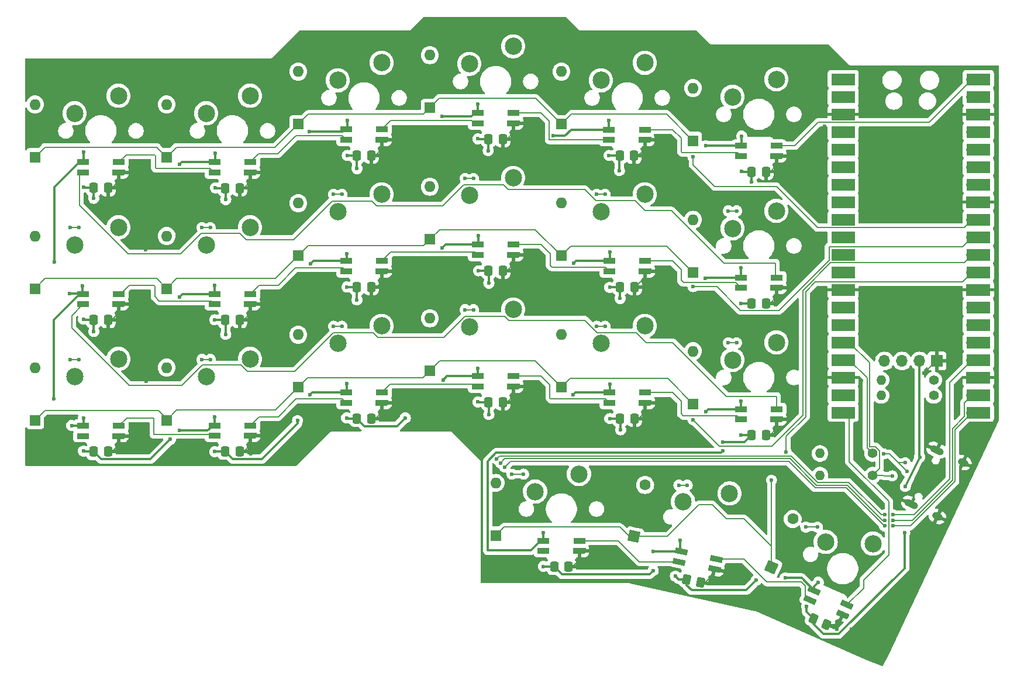
<source format=gbr>
%TF.GenerationSoftware,KiCad,Pcbnew,8.0.8*%
%TF.CreationDate,2025-03-11T20:04:00-04:00*%
%TF.ProjectId,Keyboard,4b657962-6f61-4726-942e-6b696361645f,rev?*%
%TF.SameCoordinates,Original*%
%TF.FileFunction,Copper,L2,Bot*%
%TF.FilePolarity,Positive*%
%FSLAX46Y46*%
G04 Gerber Fmt 4.6, Leading zero omitted, Abs format (unit mm)*
G04 Created by KiCad (PCBNEW 8.0.8) date 2025-03-11 20:04:00*
%MOMM*%
%LPD*%
G01*
G04 APERTURE LIST*
G04 Aperture macros list*
%AMRoundRect*
0 Rectangle with rounded corners*
0 $1 Rounding radius*
0 $2 $3 $4 $5 $6 $7 $8 $9 X,Y pos of 4 corners*
0 Add a 4 corners polygon primitive as box body*
4,1,4,$2,$3,$4,$5,$6,$7,$8,$9,$2,$3,0*
0 Add four circle primitives for the rounded corners*
1,1,$1+$1,$2,$3*
1,1,$1+$1,$4,$5*
1,1,$1+$1,$6,$7*
1,1,$1+$1,$8,$9*
0 Add four rect primitives between the rounded corners*
20,1,$1+$1,$2,$3,$4,$5,0*
20,1,$1+$1,$4,$5,$6,$7,0*
20,1,$1+$1,$6,$7,$8,$9,0*
20,1,$1+$1,$8,$9,$2,$3,0*%
%AMHorizOval*
0 Thick line with rounded ends*
0 $1 width*
0 $2 $3 position (X,Y) of the first rounded end (center of the circle)*
0 $4 $5 position (X,Y) of the second rounded end (center of the circle)*
0 Add line between two ends*
20,1,$1,$2,$3,$4,$5,0*
0 Add two circle primitives to create the rounded ends*
1,1,$1,$2,$3*
1,1,$1,$4,$5*%
%AMRotRect*
0 Rectangle, with rotation*
0 The origin of the aperture is its center*
0 $1 length*
0 $2 width*
0 $3 Rotation angle, in degrees counterclockwise*
0 Add horizontal line*
21,1,$1,$2,0,0,$3*%
%AMOutline5P*
0 Free polygon, 5 corners , with rotation*
0 The origin of the aperture is its center*
0 number of corners: always 5*
0 $1 to $10 corner X, Y*
0 $11 Rotation angle, in degrees counterclockwise*
0 create outline with 5 corners*
4,1,5,$1,$2,$3,$4,$5,$6,$7,$8,$9,$10,$1,$2,$11*%
%AMOutline6P*
0 Free polygon, 6 corners , with rotation*
0 The origin of the aperture is its center*
0 number of corners: always 6*
0 $1 to $12 corner X, Y*
0 $13 Rotation angle, in degrees counterclockwise*
0 create outline with 6 corners*
4,1,6,$1,$2,$3,$4,$5,$6,$7,$8,$9,$10,$11,$12,$1,$2,$13*%
%AMOutline7P*
0 Free polygon, 7 corners , with rotation*
0 The origin of the aperture is its center*
0 number of corners: always 7*
0 $1 to $14 corner X, Y*
0 $15 Rotation angle, in degrees counterclockwise*
0 create outline with 7 corners*
4,1,7,$1,$2,$3,$4,$5,$6,$7,$8,$9,$10,$11,$12,$13,$14,$1,$2,$15*%
%AMOutline8P*
0 Free polygon, 8 corners , with rotation*
0 The origin of the aperture is its center*
0 number of corners: always 8*
0 $1 to $16 corner X, Y*
0 $17 Rotation angle, in degrees counterclockwise*
0 create outline with 8 corners*
4,1,8,$1,$2,$3,$4,$5,$6,$7,$8,$9,$10,$11,$12,$13,$14,$15,$16,$1,$2,$17*%
G04 Aperture macros list end*
%TA.AperFunction,ComponentPad*%
%ADD10C,1.400000*%
%TD*%
%TA.AperFunction,ComponentPad*%
%ADD11O,1.400000X1.400000*%
%TD*%
%TA.AperFunction,SMDPad,CuDef*%
%ADD12RoundRect,0.250000X-0.337500X-0.475000X0.337500X-0.475000X0.337500X0.475000X-0.337500X0.475000X0*%
%TD*%
%TA.AperFunction,ComponentPad*%
%ADD13C,2.500000*%
%TD*%
%TA.AperFunction,SMDPad,CuDef*%
%ADD14R,1.800000X0.820000*%
%TD*%
%TA.AperFunction,SMDPad,CuDef*%
%ADD15Outline5P,-0.900000X0.410000X0.900000X0.410000X0.900000X-0.246000X0.736000X-0.410000X-0.900000X-0.410000X0.000000*%
%TD*%
%TA.AperFunction,ComponentPad*%
%ADD16R,1.600000X1.600000*%
%TD*%
%TA.AperFunction,ComponentPad*%
%ADD17O,1.600000X1.600000*%
%TD*%
%TA.AperFunction,ComponentPad*%
%ADD18R,1.700000X1.700000*%
%TD*%
%TA.AperFunction,ComponentPad*%
%ADD19O,1.700000X1.700000*%
%TD*%
%TA.AperFunction,ComponentPad*%
%ADD20RotRect,1.600000X1.600000X66.121000*%
%TD*%
%TA.AperFunction,ComponentPad*%
%ADD21HorizOval,1.600000X0.000000X0.000000X0.000000X0.000000X0*%
%TD*%
%TA.AperFunction,ComponentPad*%
%ADD22RotRect,1.600000X1.600000X78.060000*%
%TD*%
%TA.AperFunction,ComponentPad*%
%ADD23HorizOval,1.600000X0.000000X0.000000X0.000000X0.000000X0*%
%TD*%
%TA.AperFunction,SMDPad,CuDef*%
%ADD24RoundRect,0.250000X-0.428456X-0.394914X0.231945X-0.534540X0.428456X0.394914X-0.231945X0.534540X0*%
%TD*%
%TA.AperFunction,SMDPad,CuDef*%
%ADD25RotRect,1.800000X0.820000X336.121000*%
%TD*%
%TA.AperFunction,SMDPad,CuDef*%
%ADD26Outline5P,-0.900000X0.410000X0.900000X0.410000X0.900000X-0.246000X0.736000X-0.410000X-0.900000X-0.410000X336.121000*%
%TD*%
%TA.AperFunction,SMDPad,CuDef*%
%ADD27R,3.500000X1.700000*%
%TD*%
%TA.AperFunction,HeatsinkPad*%
%ADD28HorizOval,1.000000X-0.497241X0.235056X0.497241X-0.235056X0*%
%TD*%
%TA.AperFunction,HeatsinkPad*%
%ADD29HorizOval,1.000000X-0.271223X0.128212X0.271223X-0.128212X0*%
%TD*%
%TA.AperFunction,SMDPad,CuDef*%
%ADD30RoundRect,0.250000X-0.500894X-0.297719X0.116328X-0.570963X0.500894X0.297719X-0.116328X0.570963X0*%
%TD*%
%TA.AperFunction,SMDPad,CuDef*%
%ADD31RotRect,1.800000X0.820000X348.062000*%
%TD*%
%TA.AperFunction,SMDPad,CuDef*%
%ADD32Outline5P,-0.900000X0.410000X0.900000X0.410000X0.900000X-0.246000X0.736000X-0.410000X-0.900000X-0.410000X348.062000*%
%TD*%
%TA.AperFunction,ViaPad*%
%ADD33C,0.600000*%
%TD*%
%TA.AperFunction,Conductor*%
%ADD34C,0.200000*%
%TD*%
%TA.AperFunction,Conductor*%
%ADD35C,0.350000*%
%TD*%
G04 APERTURE END LIST*
D10*
%TO.P,R6,1*%
%TO.N,OLED2_scl*%
X228795000Y-208150000D03*
D11*
%TO.P,R6,2*%
%TO.N,+3.3V*%
X221175000Y-208150000D03*
%TD*%
D12*
%TO.P,C24,1*%
%TO.N,+5V*%
X164337500Y-171013000D03*
%TO.P,C24,2*%
%TO.N,GND*%
X166412500Y-171013000D03*
%TD*%
D13*
%TO.P,SW24,1,1*%
%TO.N,Col2-0*%
X199665000Y-203010000D03*
%TO.P,SW24,2,2*%
%TO.N,Net-(D27-A)*%
X206015000Y-200470000D03*
%TD*%
D14*
%TO.P,D66,1,DOUT*%
%TO.N,Net-(D66-DOUT)*%
X200875000Y-211625000D03*
D15*
%TO.P,D66,2,VSS*%
%TO.N,GND*%
X206075000Y-211625000D03*
D14*
%TO.P,D66,3,DIN*%
%TO.N,rgb6*%
X206075000Y-210125000D03*
%TO.P,D66,4,VDD*%
%TO.N,+5V*%
X200875000Y-210125000D03*
%TD*%
D16*
%TO.P,D37,1,K*%
%TO.N,Row2-0*%
X136800000Y-168879000D03*
D17*
%TO.P,D37,2,A*%
%TO.N,Net-(D37-A)*%
X136800000Y-161259000D03*
%TD*%
D18*
%TO.P,Brd4,1,GND*%
%TO.N,GND*%
X229285000Y-203165000D03*
D19*
%TO.P,Brd4,2,VCC*%
%TO.N,+5V*%
X226745000Y-203165000D03*
%TO.P,Brd4,3,SCL*%
%TO.N,OLED2_scl*%
X224205000Y-203165000D03*
%TO.P,Brd4,4,SDA*%
%TO.N,OLED2_sda*%
X221665000Y-203165000D03*
%TD*%
D14*
%TO.P,D79,1,DOUT*%
%TO.N,Net-(D79-DOUT)*%
X124675000Y-175869000D03*
D15*
%TO.P,D79,2,VSS*%
%TO.N,GND*%
X129875000Y-175869000D03*
D14*
%TO.P,D79,3,DIN*%
%TO.N,Net-(D76-DOUT)*%
X129875000Y-174369000D03*
%TO.P,D79,4,VDD*%
%TO.N,+5V*%
X124675000Y-174369000D03*
%TD*%
D13*
%TO.P,SW42,1,1*%
%TO.N,Col2-5*%
X104415000Y-205392000D03*
%TO.P,SW42,2,2*%
%TO.N,Net-(D63-A)*%
X110765000Y-202852000D03*
%TD*%
D14*
%TO.P,D74,1,DOUT*%
%TO.N,Net-(D74-DOUT)*%
X162775000Y-206863000D03*
D15*
%TO.P,D74,2,VSS*%
%TO.N,GND*%
X167975000Y-206863000D03*
D14*
%TO.P,D74,3,DIN*%
%TO.N,Net-(D70-DOUT)*%
X167975000Y-205363000D03*
%TO.P,D74,4,VDD*%
%TO.N,+5V*%
X162775000Y-205363000D03*
%TD*%
D10*
%TO.P,R7,1*%
%TO.N,Jack2_sda*%
X219955000Y-216550000D03*
D11*
%TO.P,R7,2*%
%TO.N,+3.3V*%
X212335000Y-216550000D03*
%TD*%
D20*
%TO.P,D28,1,K*%
%TO.N,Row2-3*%
X205306017Y-233000569D03*
D21*
%TO.P,D28,2,A*%
%TO.N,Net-(D28-A)*%
X208390642Y-226032823D03*
%TD*%
D12*
%TO.P,C34,1*%
%TO.N,+5V*%
X202437500Y-213875000D03*
%TO.P,C34,2*%
%TO.N,GND*%
X204512500Y-213875000D03*
%TD*%
D14*
%TO.P,D76,1,DOUT*%
%TO.N,Net-(D76-DOUT)*%
X143725000Y-171132000D03*
D15*
%TO.P,D76,2,VSS*%
%TO.N,GND*%
X148925000Y-171132000D03*
D14*
%TO.P,D76,3,DIN*%
%TO.N,Net-(D72-DOUT)*%
X148925000Y-169632000D03*
%TO.P,D76,4,VDD*%
%TO.N,+5V*%
X143725000Y-169632000D03*
%TD*%
D13*
%TO.P,SW30,1,1*%
%TO.N,Col2-2*%
X161565000Y-160148000D03*
%TO.P,SW30,2,2*%
%TO.N,Net-(D33-A)*%
X167915000Y-157608000D03*
%TD*%
D16*
%TO.P,D25,1,K*%
%TO.N,Row2-0*%
X193950000Y-171260000D03*
D17*
%TO.P,D25,2,A*%
%TO.N,Net-(D25-A)*%
X193950000Y-163640000D03*
%TD*%
D12*
%TO.P,C23,1*%
%TO.N,+5V*%
X183337500Y-173420000D03*
%TO.P,C23,2*%
%TO.N,GND*%
X185412500Y-173420000D03*
%TD*%
D16*
%TO.P,D38,1,K*%
%TO.N,Row2-1*%
X136800000Y-187929000D03*
D17*
%TO.P,D38,2,A*%
%TO.N,Net-(D38-A)*%
X136800000Y-180309000D03*
%TD*%
D13*
%TO.P,SW27,1,1*%
%TO.N,Col2-1*%
X180615000Y-181579000D03*
%TO.P,SW27,2,2*%
%TO.N,Net-(D30-A)*%
X186965000Y-179039000D03*
%TD*%
D16*
%TO.P,D33,1,K*%
%TO.N,Row2-0*%
X155850000Y-166498000D03*
D17*
%TO.P,D33,2,A*%
%TO.N,Net-(D33-A)*%
X155850000Y-158878000D03*
%TD*%
D16*
%TO.P,D30,1,K*%
%TO.N,Row2-1*%
X174900000Y-187929000D03*
D17*
%TO.P,D30,2,A*%
%TO.N,Net-(D30-A)*%
X174900000Y-180309000D03*
%TD*%
D12*
%TO.P,C32,1*%
%TO.N,+5V*%
X126237500Y-197207000D03*
%TO.P,C32,2*%
%TO.N,GND*%
X128312500Y-197207000D03*
%TD*%
D14*
%TO.P,D65,1,DOUT*%
%TO.N,Net-(D65-DOUT)*%
X200875000Y-192575000D03*
D15*
%TO.P,D65,2,VSS*%
%TO.N,GND*%
X206075000Y-192575000D03*
D14*
%TO.P,D65,3,DIN*%
%TO.N,rgb5*%
X206075000Y-191075000D03*
%TO.P,D65,4,VDD*%
%TO.N,+5V*%
X200875000Y-191075000D03*
%TD*%
D13*
%TO.P,SW29,1,1*%
%TO.N,Col2-1*%
X192502867Y-223506769D03*
%TO.P,SW29,2,2*%
%TO.N,Net-(D32-A)*%
X199240956Y-222335339D03*
%TD*%
D12*
%TO.P,C38,1*%
%TO.N,+5V*%
X126237500Y-216257000D03*
%TO.P,C38,2*%
%TO.N,GND*%
X128312500Y-216257000D03*
%TD*%
D16*
%TO.P,D36,1,K*%
%TO.N,Row2-3*%
X165375000Y-228425000D03*
D17*
%TO.P,D36,2,A*%
%TO.N,Net-(D36-A)*%
X165375000Y-220805000D03*
%TD*%
D12*
%TO.P,C27,1*%
%TO.N,+5V*%
X107187500Y-178106000D03*
%TO.P,C27,2*%
%TO.N,GND*%
X109262500Y-178106000D03*
%TD*%
D14*
%TO.P,D73,1,DOUT*%
%TO.N,Net-(D73-DOUT)*%
X162775000Y-187813000D03*
D15*
%TO.P,D73,2,VSS*%
%TO.N,GND*%
X167975000Y-187813000D03*
D14*
%TO.P,D73,3,DIN*%
%TO.N,Net-(D69-DOUT)*%
X167975000Y-186313000D03*
%TO.P,D73,4,VDD*%
%TO.N,+5V*%
X162775000Y-186313000D03*
%TD*%
D13*
%TO.P,SW23,1,1*%
%TO.N,Col2-0*%
X199665000Y-183960000D03*
%TO.P,SW23,2,2*%
%TO.N,Net-(D26-A)*%
X206015000Y-181420000D03*
%TD*%
D10*
%TO.P,R5,1*%
%TO.N,Jack2_scl*%
X219955000Y-219700000D03*
D11*
%TO.P,R5,2*%
%TO.N,+3.3V*%
X212335000Y-219700000D03*
%TD*%
D14*
%TO.P,D68,1,DOUT*%
%TO.N,Net-(D68-DOUT)*%
X181775000Y-171170000D03*
D15*
%TO.P,D68,2,VSS*%
%TO.N,GND*%
X186975000Y-171170000D03*
D14*
%TO.P,D68,3,DIN*%
%TO.N,Net-(D64-DOUT)*%
X186975000Y-169670000D03*
%TO.P,D68,4,VDD*%
%TO.N,+5V*%
X181775000Y-169670000D03*
%TD*%
D13*
%TO.P,SW38,1,1*%
%TO.N,Col2-4*%
X123465000Y-186342000D03*
%TO.P,SW38,2,2*%
%TO.N,Net-(D41-A)*%
X129815000Y-183802000D03*
%TD*%
D14*
%TO.P,D70,1,DOUT*%
%TO.N,Net-(D70-DOUT)*%
X181825000Y-209244000D03*
D15*
%TO.P,D70,2,VSS*%
%TO.N,GND*%
X187025000Y-209244000D03*
D14*
%TO.P,D70,3,DIN*%
%TO.N,Net-(D66-DOUT)*%
X187025000Y-207744000D03*
%TO.P,D70,4,VDD*%
%TO.N,+5V*%
X181825000Y-207744000D03*
%TD*%
%TO.P,D82,1,DOUT*%
%TO.N,rgb5*%
X105625000Y-175856000D03*
D15*
%TO.P,D82,2,VSS*%
%TO.N,GND*%
X110825000Y-175856000D03*
D14*
%TO.P,D82,3,DIN*%
%TO.N,Net-(D79-DOUT)*%
X110825000Y-174356000D03*
%TO.P,D82,4,VDD*%
%TO.N,+5V*%
X105625000Y-174356000D03*
%TD*%
D12*
%TO.P,C22,1*%
%TO.N,+5V*%
X202437500Y-175750000D03*
%TO.P,C22,2*%
%TO.N,GND*%
X204512500Y-175750000D03*
%TD*%
D13*
%TO.P,SW36,1,1*%
%TO.N,Col2-3*%
X142515000Y-200629000D03*
%TO.P,SW36,2,2*%
%TO.N,Net-(D39-A)*%
X148865000Y-198089000D03*
%TD*%
D22*
%TO.P,D32,1,K*%
%TO.N,Row2-3*%
X185440279Y-228563755D03*
D23*
%TO.P,D32,2,A*%
%TO.N,Net-(D32-A)*%
X187016760Y-221108615D03*
%TD*%
D24*
%TO.P,C41,1*%
%TO.N,+5V*%
X193018939Y-234761703D03*
%TO.P,C41,2*%
%TO.N,GND*%
X195049061Y-235190923D03*
%TD*%
D12*
%TO.P,C31,1*%
%TO.N,+5V*%
X145287500Y-192444000D03*
%TO.P,C31,2*%
%TO.N,GND*%
X147362500Y-192444000D03*
%TD*%
D14*
%TO.P,D72,1,DOUT*%
%TO.N,Net-(D72-DOUT)*%
X162775000Y-168763000D03*
D15*
%TO.P,D72,2,VSS*%
%TO.N,GND*%
X167975000Y-168763000D03*
D14*
%TO.P,D72,3,DIN*%
%TO.N,Net-(D68-DOUT)*%
X167975000Y-167263000D03*
%TO.P,D72,4,VDD*%
%TO.N,+5V*%
X162775000Y-167263000D03*
%TD*%
D16*
%TO.P,D26,1,K*%
%TO.N,Row2-1*%
X193950000Y-190325000D03*
D17*
%TO.P,D26,2,A*%
%TO.N,Net-(D26-A)*%
X193950000Y-182705000D03*
%TD*%
D13*
%TO.P,SW26,1,1*%
%TO.N,Col2-1*%
X180615000Y-162529000D03*
%TO.P,SW26,2,2*%
%TO.N,Net-(D29-A)*%
X186965000Y-159989000D03*
%TD*%
D12*
%TO.P,C37,1*%
%TO.N,+5V*%
X145287500Y-211494000D03*
%TO.P,C37,2*%
%TO.N,GND*%
X147362500Y-211494000D03*
%TD*%
D25*
%TO.P,D67,1,DOUT*%
%TO.N,Net-(D67-DOUT)*%
X210867279Y-237750000D03*
D26*
%TO.P,D67,2,VSS*%
%TO.N,GND*%
X215622171Y-239854994D03*
D25*
%TO.P,D67,3,DIN*%
%TO.N,rgb7*%
X216229381Y-238483390D03*
%TO.P,D67,4,VDD*%
%TO.N,+5V*%
X211474489Y-236378396D03*
%TD*%
D14*
%TO.P,D80,1,DOUT*%
%TO.N,Net-(D80-DOUT)*%
X124675000Y-194957000D03*
D15*
%TO.P,D80,2,VSS*%
%TO.N,GND*%
X129875000Y-194957000D03*
D14*
%TO.P,D80,3,DIN*%
%TO.N,Net-(D77-DOUT)*%
X129875000Y-193457000D03*
%TO.P,D80,4,VDD*%
%TO.N,+5V*%
X124675000Y-193457000D03*
%TD*%
D12*
%TO.P,C42,1*%
%TO.N,+5V*%
X173862500Y-232925000D03*
%TO.P,C42,2*%
%TO.N,GND*%
X175937500Y-232925000D03*
%TD*%
D16*
%TO.P,D41,1,K*%
%TO.N,Row2-1*%
X117750000Y-192692000D03*
D17*
%TO.P,D41,2,A*%
%TO.N,Net-(D41-A)*%
X117750000Y-185072000D03*
%TD*%
D13*
%TO.P,SW28,1,1*%
%TO.N,Col2-1*%
X180615000Y-200629000D03*
%TO.P,SW28,2,2*%
%TO.N,Net-(D31-A)*%
X186965000Y-198089000D03*
%TD*%
D12*
%TO.P,C29,1*%
%TO.N,+5V*%
X183387500Y-192444000D03*
%TO.P,C29,2*%
%TO.N,GND*%
X185462500Y-192444000D03*
%TD*%
D16*
%TO.P,D29,1,K*%
%TO.N,Row2-0*%
X174900000Y-168879000D03*
D17*
%TO.P,D29,2,A*%
%TO.N,Net-(D29-A)*%
X174900000Y-161259000D03*
%TD*%
D14*
%TO.P,D64,1,DOUT*%
%TO.N,Net-(D64-DOUT)*%
X200875000Y-173500000D03*
D15*
%TO.P,D64,2,VSS*%
%TO.N,GND*%
X206075000Y-173500000D03*
D14*
%TO.P,D64,3,DIN*%
%TO.N,rgb4*%
X206075000Y-172000000D03*
%TO.P,D64,4,VDD*%
%TO.N,+5V*%
X200875000Y-172000000D03*
%TD*%
D19*
%TO.P,U2,1,GPIO0*%
%TO.N,rgb4*%
X234365000Y-162370000D03*
D27*
X235265000Y-162370000D03*
D19*
%TO.P,U2,2,GPIO1*%
%TO.N,unconnected-(U2-GPIO1-Pad2)*%
X234365000Y-164910000D03*
D27*
X235265000Y-164910000D03*
D18*
%TO.P,U2,3,GND*%
%TO.N,GND*%
X234365000Y-167450000D03*
D27*
X235265000Y-167450000D03*
D19*
%TO.P,U2,4,GPIO2*%
%TO.N,unconnected-(U2-GPIO2-Pad4)*%
X234365000Y-169990000D03*
D27*
X235265000Y-169990000D03*
D19*
%TO.P,U2,5,GPIO3*%
%TO.N,unconnected-(U2-GPIO3-Pad5)*%
X234365000Y-172530000D03*
D27*
X235265000Y-172530000D03*
D19*
%TO.P,U2,6,GPIO4*%
%TO.N,OLED2_sda*%
X234365000Y-175070000D03*
D27*
X235265000Y-175070000D03*
D19*
%TO.P,U2,7,GPIO5*%
%TO.N,OLED2_scl*%
X234365000Y-177610000D03*
D27*
X235265000Y-177610000D03*
D18*
%TO.P,U2,8,GND*%
%TO.N,GND*%
X234365000Y-180150000D03*
D27*
X235265000Y-180150000D03*
D19*
%TO.P,U2,9,GPIO6*%
%TO.N,Row2-0*%
X234365000Y-182690000D03*
D27*
X235265000Y-182690000D03*
D19*
%TO.P,U2,10,GPIO7*%
%TO.N,Row2-1*%
X234365000Y-185230000D03*
D27*
X235265000Y-185230000D03*
D19*
%TO.P,U2,11,GPIO8*%
%TO.N,Row2-2*%
X234365000Y-187770000D03*
D27*
X235265000Y-187770000D03*
D19*
%TO.P,U2,12,GPIO9*%
%TO.N,Row2-3*%
X234365000Y-190310000D03*
D27*
X235265000Y-190310000D03*
D18*
%TO.P,U2,13,GND*%
%TO.N,GND*%
X234365000Y-192850000D03*
D27*
X235265000Y-192850000D03*
D19*
%TO.P,U2,14,GPIO10*%
%TO.N,Col2-0*%
X234365000Y-195390000D03*
D27*
X235265000Y-195390000D03*
D19*
%TO.P,U2,15,GPIO11*%
%TO.N,Col2-1*%
X234365000Y-197930000D03*
D27*
X235265000Y-197930000D03*
D19*
%TO.P,U2,16,GPIO12*%
%TO.N,Col2-2*%
X234365000Y-200470000D03*
D27*
X235265000Y-200470000D03*
D19*
%TO.P,U2,17,GPIO13*%
%TO.N,Col2-3*%
X234365000Y-203010000D03*
D27*
X235265000Y-203010000D03*
D18*
%TO.P,U2,18,GND*%
%TO.N,GND*%
X234365000Y-205550000D03*
D27*
X235265000Y-205550000D03*
D19*
%TO.P,U2,19,GPIO14*%
%TO.N,Col2-4*%
X234365000Y-208090000D03*
D27*
X235265000Y-208090000D03*
D19*
%TO.P,U2,20,GPIO15*%
%TO.N,Col2-5*%
X234365000Y-210630000D03*
D27*
X235265000Y-210630000D03*
D19*
%TO.P,U2,21,GPIO16*%
%TO.N,rgb7*%
X216585000Y-210630000D03*
D27*
X215685000Y-210630000D03*
D19*
%TO.P,U2,22,GPIO17*%
%TO.N,unconnected-(U2-GPIO17-Pad22)*%
X216585000Y-208090000D03*
D27*
X215685000Y-208090000D03*
D18*
%TO.P,U2,23,GND*%
%TO.N,GND*%
X216585000Y-205550000D03*
D27*
X215685000Y-205550000D03*
D19*
%TO.P,U2,24,GPIO18*%
%TO.N,Jack2_sda*%
X216585000Y-203010000D03*
D27*
X215685000Y-203010000D03*
D19*
%TO.P,U2,25,GPIO19*%
%TO.N,Jack2_scl*%
X216585000Y-200470000D03*
D27*
X215685000Y-200470000D03*
D19*
%TO.P,U2,26,GPIO20*%
%TO.N,unconnected-(U2-GPIO20-Pad26)*%
X216585000Y-197930000D03*
D27*
X215685000Y-197930000D03*
D19*
%TO.P,U2,27,GPIO21*%
%TO.N,unconnected-(U2-GPIO21-Pad27)*%
X216585000Y-195390000D03*
D27*
X215685000Y-195390000D03*
D18*
%TO.P,U2,28,GND*%
%TO.N,GND*%
X216585000Y-192850000D03*
D27*
X215685000Y-192850000D03*
D19*
%TO.P,U2,29,GPIO22*%
%TO.N,unconnected-(U2-GPIO22-Pad29)*%
X216585000Y-190310000D03*
D27*
X215685000Y-190310000D03*
D19*
%TO.P,U2,30,RUN*%
%TO.N,unconnected-(U2-RUN-Pad30)*%
X216585000Y-187770000D03*
D27*
X215685000Y-187770000D03*
D19*
%TO.P,U2,31,GPIO26_ADC0*%
%TO.N,unconnected-(U2-GPIO26_ADC0-Pad31)*%
X216585000Y-185230000D03*
D27*
X215685000Y-185230000D03*
D19*
%TO.P,U2,32,GPIO27_ADC1*%
%TO.N,unconnected-(U2-GPIO27_ADC1-Pad32)*%
X216585000Y-182690000D03*
D27*
X215685000Y-182690000D03*
D18*
%TO.P,U2,33,AGND*%
%TO.N,unconnected-(U2-AGND-Pad33)*%
X216585000Y-180150000D03*
D27*
X215685000Y-180150000D03*
D19*
%TO.P,U2,34,GPIO28_ADC2*%
%TO.N,unconnected-(U2-GPIO28_ADC2-Pad34)*%
X216585000Y-177610000D03*
D27*
X215685000Y-177610000D03*
D19*
%TO.P,U2,35,ADC_VREF*%
%TO.N,unconnected-(U2-ADC_VREF-Pad35)*%
X216585000Y-175070000D03*
D27*
X215685000Y-175070000D03*
D19*
%TO.P,U2,36,3V3*%
%TO.N,+3.3V*%
X216585000Y-172530000D03*
D27*
X215685000Y-172530000D03*
D19*
%TO.P,U2,37,3V3_EN*%
%TO.N,unconnected-(U2-3V3_EN-Pad37)*%
X216585000Y-169990000D03*
D27*
X215685000Y-169990000D03*
D18*
%TO.P,U2,38,GND*%
%TO.N,GND*%
X216585000Y-167450000D03*
D27*
X215685000Y-167450000D03*
D19*
%TO.P,U2,39,VSYS*%
%TO.N,unconnected-(U2-VSYS-Pad39)*%
X216585000Y-164910000D03*
D27*
X215685000Y-164910000D03*
D19*
%TO.P,U2,40,VBUS*%
%TO.N,+5V*%
X216585000Y-162370000D03*
D27*
X215685000Y-162370000D03*
%TD*%
D17*
%TO.P,D62,2,A*%
%TO.N,Net-(D62-A)*%
X98700000Y-185072000D03*
D16*
%TO.P,D62,1,K*%
%TO.N,Row2-1*%
X98700000Y-192692000D03*
%TD*%
D13*
%TO.P,SW25,1,1*%
%TO.N,Col2-0*%
X213164463Y-229362772D03*
%TO.P,SW25,2,2*%
%TO.N,Net-(D28-A)*%
X219999127Y-229610711D03*
%TD*%
D16*
%TO.P,D39,1,K*%
%TO.N,Row2-2*%
X136800000Y-206979000D03*
D17*
%TO.P,D39,2,A*%
%TO.N,Net-(D39-A)*%
X136800000Y-199359000D03*
%TD*%
D13*
%TO.P,SW22,1,1*%
%TO.N,Col2-0*%
X199665000Y-164910000D03*
%TO.P,SW22,2,2*%
%TO.N,Net-(D25-A)*%
X206015000Y-162370000D03*
%TD*%
D14*
%TO.P,D84,1,DOUT*%
%TO.N,unconnected-(D84-DOUT-Pad1)*%
X105625000Y-214031000D03*
D15*
%TO.P,D84,2,VSS*%
%TO.N,GND*%
X110825000Y-214031000D03*
D14*
%TO.P,D84,3,DIN*%
%TO.N,Net-(D81-DOUT)*%
X110825000Y-212531000D03*
%TO.P,D84,4,VDD*%
%TO.N,+5V*%
X105625000Y-212531000D03*
%TD*%
D17*
%TO.P,D61,2,A*%
%TO.N,Net-(D61-A)*%
X98700000Y-166022000D03*
D16*
%TO.P,D61,1,K*%
%TO.N,Row2-0*%
X98700000Y-173642000D03*
%TD*%
D13*
%TO.P,SW39,1,1*%
%TO.N,Col2-4*%
X123465000Y-205392000D03*
%TO.P,SW39,2,2*%
%TO.N,Net-(D42-A)*%
X129815000Y-202852000D03*
%TD*%
D16*
%TO.P,D34,1,K*%
%TO.N,Row2-1*%
X155850000Y-185548000D03*
D17*
%TO.P,D34,2,A*%
%TO.N,Net-(D34-A)*%
X155850000Y-177928000D03*
%TD*%
D14*
%TO.P,D75,1,DOUT*%
%TO.N,unconnected-(D75-DOUT-Pad1)*%
X172300000Y-230675000D03*
D15*
%TO.P,D75,2,VSS*%
%TO.N,GND*%
X177500000Y-230675000D03*
D14*
%TO.P,D75,3,DIN*%
%TO.N,Net-(D71-DOUT)*%
X177500000Y-229175000D03*
%TO.P,D75,4,VDD*%
%TO.N,+5V*%
X172300000Y-229175000D03*
%TD*%
D13*
%TO.P,SW34,1,1*%
%TO.N,Col2-3*%
X142515000Y-162529000D03*
%TO.P,SW34,2,2*%
%TO.N,Net-(D37-A)*%
X148865000Y-159989000D03*
%TD*%
%TO.P,SW35,1,1*%
%TO.N,Col2-3*%
X142515000Y-181579000D03*
%TO.P,SW35,2,2*%
%TO.N,Net-(D38-A)*%
X148865000Y-179039000D03*
%TD*%
%TO.P,SW40,1,1*%
%TO.N,Col2-5*%
X104415000Y-167292000D03*
%TO.P,SW40,2,2*%
%TO.N,Net-(D61-A)*%
X110765000Y-164752000D03*
%TD*%
D14*
%TO.P,D83,1,DOUT*%
%TO.N,rgb6*%
X105625000Y-194951000D03*
D15*
%TO.P,D83,2,VSS*%
%TO.N,GND*%
X110825000Y-194951000D03*
D14*
%TO.P,D83,3,DIN*%
%TO.N,Net-(D80-DOUT)*%
X110825000Y-193451000D03*
%TO.P,D83,4,VDD*%
%TO.N,+5V*%
X105625000Y-193451000D03*
%TD*%
D12*
%TO.P,C33,1*%
%TO.N,+5V*%
X107187500Y-197201000D03*
%TO.P,C33,2*%
%TO.N,GND*%
X109262500Y-197201000D03*
%TD*%
D17*
%TO.P,D63,2,A*%
%TO.N,Net-(D63-A)*%
X98700000Y-204122000D03*
D16*
%TO.P,D63,1,K*%
%TO.N,Row2-2*%
X98700000Y-211742000D03*
%TD*%
D12*
%TO.P,C36,1*%
%TO.N,+5V*%
X164337500Y-209113000D03*
%TO.P,C36,2*%
%TO.N,GND*%
X166412500Y-209113000D03*
%TD*%
D28*
%TO.P,J2,S1,SHIELD*%
%TO.N,GND*%
X225552060Y-223883578D03*
D29*
X229331094Y-225670000D03*
D28*
X229244568Y-216072369D03*
D29*
X233023602Y-217858791D03*
%TD*%
D30*
%TO.P,C40,1*%
%TO.N,+5V*%
X211385638Y-240439708D03*
%TO.P,C40,2*%
%TO.N,GND*%
X213283022Y-241279682D03*
%TD*%
D10*
%TO.P,R8,1*%
%TO.N,OLED2_sda*%
X228795000Y-205900000D03*
D11*
%TO.P,R8,2*%
%TO.N,+3.3V*%
X221175000Y-205900000D03*
%TD*%
D13*
%TO.P,SW41,1,1*%
%TO.N,Col2-5*%
X104415000Y-186342000D03*
%TO.P,SW41,2,2*%
%TO.N,Net-(D62-A)*%
X110765000Y-183802000D03*
%TD*%
D14*
%TO.P,D77,1,DOUT*%
%TO.N,Net-(D77-DOUT)*%
X143725000Y-190194000D03*
D15*
%TO.P,D77,2,VSS*%
%TO.N,GND*%
X148925000Y-190194000D03*
D14*
%TO.P,D77,3,DIN*%
%TO.N,Net-(D73-DOUT)*%
X148925000Y-188694000D03*
%TO.P,D77,4,VDD*%
%TO.N,+5V*%
X143725000Y-188694000D03*
%TD*%
D12*
%TO.P,C39,1*%
%TO.N,+5V*%
X107187500Y-216281000D03*
%TO.P,C39,2*%
%TO.N,GND*%
X109262500Y-216281000D03*
%TD*%
%TO.P,C28,1*%
%TO.N,+5V*%
X202437500Y-194825000D03*
%TO.P,C28,2*%
%TO.N,GND*%
X204512500Y-194825000D03*
%TD*%
D16*
%TO.P,D42,1,K*%
%TO.N,Row2-2*%
X117750000Y-211742000D03*
D17*
%TO.P,D42,2,A*%
%TO.N,Net-(D42-A)*%
X117750000Y-204122000D03*
%TD*%
D16*
%TO.P,D35,1,K*%
%TO.N,Row2-2*%
X155850000Y-204598000D03*
D17*
%TO.P,D35,2,A*%
%TO.N,Net-(D35-A)*%
X155850000Y-196978000D03*
%TD*%
D13*
%TO.P,SW32,1,1*%
%TO.N,Col2-2*%
X161565000Y-198248000D03*
%TO.P,SW32,2,2*%
%TO.N,Net-(D35-A)*%
X167915000Y-195708000D03*
%TD*%
D16*
%TO.P,D27,1,K*%
%TO.N,Row2-2*%
X193950000Y-209360000D03*
D17*
%TO.P,D27,2,A*%
%TO.N,Net-(D27-A)*%
X193950000Y-201740000D03*
%TD*%
D13*
%TO.P,SW31,1,1*%
%TO.N,Col2-2*%
X161565000Y-179198000D03*
%TO.P,SW31,2,2*%
%TO.N,Net-(D34-A)*%
X167915000Y-176658000D03*
%TD*%
%TO.P,SW33,1,1*%
%TO.N,Col2-2*%
X171090000Y-222060000D03*
%TO.P,SW33,2,2*%
%TO.N,Net-(D36-A)*%
X177440000Y-219520000D03*
%TD*%
D12*
%TO.P,C30,1*%
%TO.N,+5V*%
X164337500Y-190063000D03*
%TO.P,C30,2*%
%TO.N,GND*%
X166412500Y-190063000D03*
%TD*%
D14*
%TO.P,D81,1,DOUT*%
%TO.N,Net-(D81-DOUT)*%
X124675000Y-214007000D03*
D15*
%TO.P,D81,2,VSS*%
%TO.N,GND*%
X129875000Y-214007000D03*
D14*
%TO.P,D81,3,DIN*%
%TO.N,Net-(D78-DOUT)*%
X129875000Y-212507000D03*
%TO.P,D81,4,VDD*%
%TO.N,+5V*%
X124675000Y-212507000D03*
%TD*%
%TO.P,D78,1,DOUT*%
%TO.N,Net-(D78-DOUT)*%
X143725000Y-209244000D03*
D15*
%TO.P,D78,2,VSS*%
%TO.N,GND*%
X148925000Y-209244000D03*
D14*
%TO.P,D78,3,DIN*%
%TO.N,Net-(D74-DOUT)*%
X148925000Y-207744000D03*
%TO.P,D78,4,VDD*%
%TO.N,+5V*%
X143725000Y-207744000D03*
%TD*%
D12*
%TO.P,C25,1*%
%TO.N,+5V*%
X145287500Y-173382000D03*
%TO.P,C25,2*%
%TO.N,GND*%
X147362500Y-173382000D03*
%TD*%
%TO.P,C35,1*%
%TO.N,+5V*%
X183387500Y-211494000D03*
%TO.P,C35,2*%
%TO.N,GND*%
X185462500Y-211494000D03*
%TD*%
D16*
%TO.P,D31,1,K*%
%TO.N,Row2-2*%
X174900000Y-206979000D03*
D17*
%TO.P,D31,2,A*%
%TO.N,Net-(D31-A)*%
X174900000Y-199359000D03*
%TD*%
D16*
%TO.P,D40,1,K*%
%TO.N,Row2-0*%
X117750000Y-173642000D03*
D17*
%TO.P,D40,2,A*%
%TO.N,Net-(D40-A)*%
X117750000Y-166022000D03*
%TD*%
D12*
%TO.P,C26,1*%
%TO.N,+5V*%
X126237500Y-178119000D03*
%TO.P,C26,2*%
%TO.N,GND*%
X128312500Y-178119000D03*
%TD*%
D31*
%TO.P,D71,1,DOUT*%
%TO.N,Net-(D71-DOUT)*%
X191956093Y-232237274D03*
D32*
%TO.P,D71,2,VSS*%
%TO.N,GND*%
X197043627Y-233312910D03*
D31*
%TO.P,D71,3,DIN*%
%TO.N,Net-(D67-DOUT)*%
X197353907Y-231845352D03*
%TO.P,D71,4,VDD*%
%TO.N,+5V*%
X192266373Y-230769716D03*
%TD*%
D14*
%TO.P,D69,1,DOUT*%
%TO.N,Net-(D69-DOUT)*%
X181825000Y-190194000D03*
D15*
%TO.P,D69,2,VSS*%
%TO.N,GND*%
X187025000Y-190194000D03*
D14*
%TO.P,D69,3,DIN*%
%TO.N,Net-(D65-DOUT)*%
X187025000Y-188694000D03*
%TO.P,D69,4,VDD*%
%TO.N,+5V*%
X181825000Y-188694000D03*
%TD*%
D13*
%TO.P,SW37,1,1*%
%TO.N,Col2-4*%
X123465000Y-167292000D03*
%TO.P,SW37,2,2*%
%TO.N,Net-(D40-A)*%
X129815000Y-164752000D03*
%TD*%
D33*
%TO.N,+5V*%
X162800000Y-209100000D03*
X203100000Y-234900000D03*
%TO.N,GND*%
X114750000Y-171300000D03*
%TO.N,Net-(D38-A)*%
X141915000Y-179040000D03*
%TO.N,+5V*%
X183400000Y-194100000D03*
%TO.N,GND*%
X227420000Y-204915000D03*
%TO.N,+5V*%
X124700000Y-211300000D03*
%TO.N,GND*%
X114750000Y-193100000D03*
%TO.N,Jack2_sda*%
X224670000Y-217900000D03*
%TO.N,+5V*%
X188190000Y-233510000D03*
X124800000Y-178100000D03*
X224690000Y-221320000D03*
X202420000Y-177250000D03*
X181900000Y-206500000D03*
%TO.N,Col2-3*%
X222900929Y-225439994D03*
%TO.N,+5V*%
X126300000Y-179800000D03*
X224600000Y-228000000D03*
X157800000Y-205900000D03*
X105700000Y-178000000D03*
X105700000Y-211400000D03*
X162800000Y-171000000D03*
X183300000Y-175600000D03*
X181900000Y-192500000D03*
X162900000Y-185000000D03*
X200900000Y-213900000D03*
X192100000Y-229100000D03*
X138400000Y-169975000D03*
X107200000Y-198900000D03*
X143900000Y-173400000D03*
X157600000Y-167775000D03*
X195800000Y-210475000D03*
X181900000Y-211500000D03*
X143800000Y-211400000D03*
%TO.N,GND*%
X218340000Y-206020000D03*
%TO.N,+5V*%
X145300000Y-194300000D03*
X119600000Y-193875000D03*
X103700000Y-193400000D03*
%TO.N,Net-(D36-A)*%
X167735735Y-219554265D03*
%TO.N,+5V*%
X198290000Y-214900000D03*
X143800000Y-187600000D03*
%TO.N,Col2-5*%
X221700000Y-227048878D03*
%TO.N,+5V*%
X162800000Y-204200000D03*
X126300000Y-199300000D03*
X200900000Y-189700000D03*
X104000000Y-212500000D03*
X176700000Y-188979000D03*
X164400000Y-210900000D03*
X105700000Y-172900000D03*
%TO.N,GND*%
X205860000Y-236140000D03*
X114750000Y-174300000D03*
%TO.N,+5V*%
X105700000Y-216200000D03*
X183474265Y-213125735D03*
X173723310Y-170570000D03*
X210400000Y-238700000D03*
X118300000Y-214500000D03*
%TO.N,Net-(D63-A)*%
X103815000Y-202940000D03*
%TO.N,Row2-1*%
X193950000Y-192400000D03*
%TO.N,Net-(D27-A)*%
X200265000Y-200540000D03*
%TO.N,+5V*%
X124700000Y-216300000D03*
%TO.N,GND*%
X129982765Y-216572765D03*
%TO.N,Col2-3*%
X165510738Y-217329265D03*
%TO.N,Net-(D30-A)*%
X181215000Y-179040000D03*
%TO.N,+5V*%
X181800000Y-168300000D03*
%TO.N,GND*%
X185180000Y-232950000D03*
X201210000Y-235090000D03*
X225790000Y-206500000D03*
X184070735Y-215419265D03*
%TO.N,Net-(D30-A)*%
X180015000Y-179040000D03*
%TO.N,GND*%
X184240000Y-218640000D03*
X114725000Y-187040000D03*
%TO.N,Jack2_sda*%
X224900000Y-219100000D03*
%TO.N,Row2-2*%
X193950000Y-211675000D03*
%TO.N,Net-(D28-A)*%
X210277462Y-227212538D03*
%TO.N,+5V*%
X105600000Y-192300000D03*
%TO.N,Net-(D28-A)*%
X211975992Y-227214008D03*
%TO.N,Row2-3*%
X207450000Y-216315735D03*
%TO.N,GND*%
X187450000Y-234940000D03*
%TO.N,Row2-3*%
X205306017Y-220425160D03*
%TO.N,+5V*%
X176600000Y-208075000D03*
X101400000Y-208600000D03*
%TO.N,Net-(D32-A)*%
X193102867Y-221140000D03*
%TO.N,Net-(D35-A)*%
X162165000Y-195740000D03*
%TO.N,+5V*%
X172300000Y-228000000D03*
%TO.N,Net-(D35-A)*%
X160965000Y-195740000D03*
%TO.N,Net-(D42-A)*%
X124065000Y-202940000D03*
%TO.N,Col2-5*%
X166710735Y-218529265D03*
%TO.N,Net-(D38-A)*%
X143115000Y-179040000D03*
%TO.N,Col2-4*%
X166110738Y-217929265D03*
%TO.N,Net-(D39-A)*%
X141915000Y-198140000D03*
%TO.N,+5V*%
X124800000Y-173100000D03*
X143900000Y-168300000D03*
X157600000Y-186819000D03*
%TO.N,Col2-4*%
X222900929Y-226239997D03*
%TO.N,Net-(D34-A)*%
X162165000Y-176740000D03*
%TO.N,+5V*%
X136700000Y-211800000D03*
X162900000Y-190100000D03*
X162800000Y-166000000D03*
%TO.N,Col2-5*%
X222900929Y-227048878D03*
%TO.N,+5V*%
X195800000Y-172000000D03*
X201000000Y-175700000D03*
%TO.N,Net-(D26-A)*%
X199065000Y-181440000D03*
%TO.N,Jack2_scl*%
X222800000Y-219800000D03*
%TO.N,Net-(D27-A)*%
X199065000Y-200540000D03*
%TO.N,Net-(D31-A)*%
X180015000Y-198140000D03*
%TO.N,+5V*%
X138500000Y-208075000D03*
%TO.N,Net-(D32-A)*%
X191902867Y-221140000D03*
%TO.N,+5V*%
X119600000Y-213200000D03*
X226770000Y-217070000D03*
%TO.N,Net-(D36-A)*%
X169434265Y-219555735D03*
%TO.N,Net-(D62-A)*%
X105015000Y-183840000D03*
%TO.N,+5V*%
X143844000Y-192444000D03*
X188190000Y-230769716D03*
%TO.N,GND*%
X225790000Y-204915000D03*
%TO.N,+5V*%
X201000000Y-170600000D03*
X207300000Y-234580000D03*
X200900000Y-209000000D03*
X200900000Y-194800000D03*
%TO.N,Col2-3*%
X221700929Y-225440090D03*
%TO.N,+5V*%
X191400000Y-234300000D03*
%TO.N,Net-(D34-A)*%
X160965000Y-176740000D03*
%TO.N,Row2-0*%
X193950000Y-173575000D03*
%TO.N,+5V*%
X124700000Y-192200000D03*
X107200000Y-179600000D03*
%TO.N,Jack2_sda*%
X221555000Y-216600000D03*
%TO.N,+5V*%
X143800000Y-206400000D03*
X164400000Y-191900000D03*
%TO.N,Net-(D63-A)*%
X105015000Y-202940000D03*
%TO.N,GND*%
X114720000Y-212690000D03*
%TO.N,+5V*%
X198260000Y-216180000D03*
X124700000Y-197200000D03*
X164300000Y-172700000D03*
%TO.N,Net-(D26-A)*%
X200265000Y-181440000D03*
%TO.N,+5V*%
X172300000Y-232900000D03*
X181800000Y-173400000D03*
%TO.N,GND*%
X216900000Y-242000000D03*
%TO.N,Net-(D31-A)*%
X181215000Y-198140000D03*
%TO.N,GND*%
X113540735Y-214089265D03*
%TO.N,+5V*%
X138600000Y-189075000D03*
%TO.N,Net-(D62-A)*%
X103815000Y-183840000D03*
%TO.N,+5V*%
X195700000Y-191200000D03*
X145300000Y-175300000D03*
X212100000Y-235200000D03*
X101500000Y-188800000D03*
X119600000Y-174692000D03*
%TO.N,GND*%
X114750000Y-206107000D03*
%TO.N,Net-(D41-A)*%
X124065000Y-183840000D03*
%TO.N,GND*%
X214800000Y-242000000D03*
%TO.N,+5V*%
X181900000Y-187400000D03*
%TO.N,Col2-4*%
X221688526Y-226239997D03*
%TO.N,+5V*%
X152300000Y-211400000D03*
%TO.N,Net-(D42-A)*%
X122865000Y-202940000D03*
%TO.N,Net-(D39-A)*%
X143115000Y-198140000D03*
%TO.N,GND*%
X213000000Y-169200000D03*
%TO.N,+5V*%
X105700000Y-197100000D03*
%TO.N,Net-(D41-A)*%
X122865000Y-183840000D03*
%TD*%
D34*
%TO.N,Col2-5*%
X221700000Y-227048878D02*
X221648878Y-227048878D01*
%TO.N,rgb5*%
X141711000Y-180012000D02*
X147501000Y-180012000D01*
%TO.N,Net-(D68-DOUT)*%
X173125000Y-170525000D02*
X173100000Y-170550000D01*
D35*
%TO.N,+5V*%
X143800000Y-206400000D02*
X143800000Y-207669000D01*
D34*
%TO.N,Net-(D71-DOUT)*%
X177500000Y-229175000D02*
X183133248Y-229175000D01*
%TO.N,GND*%
X187025000Y-210519000D02*
X187025000Y-209244000D01*
D35*
%TO.N,+5V*%
X195825000Y-191075000D02*
X195700000Y-191200000D01*
D34*
%TO.N,Net-(D79-DOUT)*%
X116200000Y-175300000D02*
X116100000Y-175200000D01*
D35*
%TO.N,+5V*%
X162937000Y-190063000D02*
X162900000Y-190100000D01*
X145300000Y-175300000D02*
X145300000Y-173394500D01*
D34*
%TO.N,Net-(D67-DOUT)*%
X201283600Y-231845352D02*
X197353907Y-231845352D01*
%TO.N,rgb7*%
X222300929Y-225191561D02*
X222300000Y-225190632D01*
%TO.N,GND*%
X167975000Y-208138000D02*
X167975000Y-206863000D01*
D35*
%TO.N,+5V*%
X104000000Y-212500000D02*
X105594000Y-212500000D01*
D34*
%TO.N,Net-(D66-DOUT)*%
X200875000Y-211625000D02*
X200325000Y-211075000D01*
%TO.N,GND*%
X110825000Y-196155000D02*
X110825000Y-194951000D01*
D35*
%TO.N,+5V*%
X124819000Y-178119000D02*
X124800000Y-178100000D01*
D34*
%TO.N,Row2-1*%
X213635000Y-188594314D02*
X213635000Y-186620000D01*
%TO.N,Jack2_sda*%
X222720000Y-216920000D02*
X222400000Y-216600000D01*
%TO.N,Net-(D38-A)*%
X143115000Y-179040000D02*
X141915000Y-179040000D01*
%TO.N,Net-(D77-DOUT)*%
X133890504Y-192182000D02*
X131150000Y-192182000D01*
D35*
%TO.N,+5V*%
X164400000Y-191900000D02*
X164400000Y-190125500D01*
X108287500Y-217381000D02*
X107187500Y-216281000D01*
D34*
%TO.N,rgb5*%
X122763000Y-184673000D02*
X128349000Y-184673000D01*
%TO.N,Row2-1*%
X197400000Y-192400000D02*
X200850000Y-195850000D01*
%TO.N,GND*%
X185462500Y-211494000D02*
X186050000Y-211494000D01*
D35*
%TO.N,+5V*%
X172300000Y-228000000D02*
X172300000Y-229175000D01*
D34*
%TO.N,GND*%
X147362500Y-192444000D02*
X148116000Y-192444000D01*
D35*
%TO.N,+5V*%
X193018939Y-235618939D02*
X193018939Y-234761703D01*
D34*
%TO.N,Net-(D73-DOUT)*%
X162381000Y-187419000D02*
X150200000Y-187419000D01*
D35*
%TO.N,+5V*%
X143900000Y-168300000D02*
X143900000Y-169457000D01*
X162900000Y-186188000D02*
X162775000Y-186313000D01*
D34*
%TO.N,Net-(D67-DOUT)*%
X210185556Y-235761214D02*
X209604342Y-235180000D01*
D35*
%TO.N,+5V*%
X151106000Y-212594000D02*
X146387500Y-212594000D01*
D34*
%TO.N,Net-(D69-DOUT)*%
X181210000Y-189579000D02*
X173528249Y-189579000D01*
%TO.N,rgb7*%
X222300929Y-231229509D02*
X222300929Y-225191561D01*
%TO.N,GND*%
X206075000Y-174775000D02*
X206075000Y-173500000D01*
D35*
%TO.N,+5V*%
X202437500Y-177232500D02*
X202420000Y-177250000D01*
D34*
%TO.N,Row2-2*%
X174900000Y-206979000D02*
X171061000Y-203140000D01*
%TO.N,rgb6*%
X104000000Y-196576000D02*
X104000000Y-198390000D01*
%TO.N,GND*%
X229170000Y-203165000D02*
X227420000Y-204915000D01*
D35*
%TO.N,+5V*%
X162337000Y-167263000D02*
X161825000Y-167775000D01*
D34*
%TO.N,Row2-3*%
X205306017Y-229976017D02*
X205306017Y-233000569D01*
D35*
%TO.N,+5V*%
X201000000Y-171875000D02*
X200875000Y-172000000D01*
D34*
%TO.N,GND*%
X214079682Y-241279682D02*
X214800000Y-242000000D01*
D35*
%TO.N,+5V*%
X175430000Y-170570000D02*
X173723310Y-170570000D01*
D34*
%TO.N,rgb4*%
X212100000Y-168600000D02*
X228135000Y-168600000D01*
D35*
%TO.N,+5V*%
X124700000Y-212482000D02*
X124675000Y-212507000D01*
X131543000Y-217357000D02*
X127337500Y-217357000D01*
X176931000Y-207744000D02*
X176600000Y-208075000D01*
D34*
%TO.N,rgb5*%
X205913032Y-189000000D02*
X205913032Y-191058000D01*
%TO.N,GND*%
X185412500Y-173420000D02*
X186000000Y-173420000D01*
D35*
%TO.N,+5V*%
X183387500Y-211494000D02*
X181906000Y-211494000D01*
X211474489Y-235825511D02*
X211474489Y-236378395D01*
X124700000Y-192200000D02*
X124700000Y-193432000D01*
X103700000Y-193400000D02*
X105574000Y-193400000D01*
X162813000Y-171013000D02*
X162800000Y-171000000D01*
D34*
%TO.N,Net-(D72-DOUT)*%
X162273000Y-168763000D02*
X161885000Y-168375000D01*
D35*
%TO.N,+5V*%
X158106000Y-186313000D02*
X157600000Y-186819000D01*
D34*
%TO.N,rgb5*%
X179904503Y-179973000D02*
X185562000Y-179973000D01*
X105100000Y-180584968D02*
X112155032Y-187640000D01*
%TO.N,Net-(D66-DOUT)*%
X200325000Y-211075000D02*
X192503249Y-211075000D01*
%TO.N,Net-(D79-DOUT)*%
X116100000Y-173389438D02*
X116010562Y-173300000D01*
%TO.N,Jack2_scl*%
X221500000Y-219700000D02*
X219955000Y-219700000D01*
%TO.N,Net-(D74-DOUT)*%
X162775000Y-206863000D02*
X162462000Y-206550000D01*
X150119000Y-206550000D02*
X148925000Y-207744000D01*
D35*
%TO.N,+5V*%
X105600000Y-193426000D02*
X105625000Y-193451000D01*
D34*
%TO.N,Net-(D30-A)*%
X181215000Y-179040000D02*
X180015000Y-179040000D01*
D35*
%TO.N,+5V*%
X200900000Y-209000000D02*
X200900000Y-210100000D01*
D34*
%TO.N,Net-(D70-DOUT)*%
X173225000Y-206647504D02*
X171940496Y-205363000D01*
%TO.N,Col2-4*%
X233215000Y-209240000D02*
X234365000Y-208090000D01*
%TO.N,GND*%
X166412500Y-209113000D02*
X167000000Y-209113000D01*
D35*
%TO.N,+5V*%
X183400000Y-194100000D02*
X183400000Y-192456500D01*
D34*
%TO.N,GND*%
X186000000Y-173420000D02*
X186975000Y-172445000D01*
%TO.N,Row2-2*%
X155850000Y-204598000D02*
X154848000Y-205600000D01*
%TO.N,Net-(D78-DOUT)*%
X136447504Y-208675000D02*
X133890504Y-211232000D01*
%TO.N,Col2-4*%
X166724268Y-217315735D02*
X166110738Y-217929265D01*
D35*
%TO.N,+5V*%
X164200000Y-217685408D02*
X164200000Y-230560000D01*
D34*
%TO.N,Net-(D26-A)*%
X200265000Y-181440000D02*
X199065000Y-181440000D01*
D35*
%TO.N,+5V*%
X101500000Y-177991000D02*
X101500000Y-188800000D01*
D34*
%TO.N,GND*%
X129875000Y-177144000D02*
X129875000Y-175869000D01*
D35*
%TO.N,+5V*%
X173862500Y-232925000D02*
X172325000Y-232925000D01*
D34*
%TO.N,Row2-3*%
X210250000Y-211240000D02*
X210250000Y-193110686D01*
%TO.N,rgb5*%
X160761000Y-177631000D02*
X166551000Y-177631000D01*
%TO.N,GND*%
X128312500Y-178119000D02*
X128900000Y-178119000D01*
D35*
%TO.N,+5V*%
X162800000Y-204200000D02*
X162800000Y-205338000D01*
X158337000Y-205363000D02*
X157800000Y-205900000D01*
X172325000Y-232925000D02*
X172300000Y-232900000D01*
X143900000Y-169457000D02*
X143725000Y-169632000D01*
D34*
%TO.N,Net-(D79-DOUT)*%
X116100000Y-175200000D02*
X116100000Y-173389438D01*
%TO.N,GND*%
X167975000Y-170038000D02*
X167975000Y-168763000D01*
D35*
%TO.N,+5V*%
X164400000Y-209175500D02*
X164337500Y-209113000D01*
X215054595Y-242700000D02*
X224600000Y-233154595D01*
X201000000Y-170600000D02*
X201000000Y-171875000D01*
D34*
%TO.N,rgb5*%
X198415032Y-189000000D02*
X205913032Y-189000000D01*
D35*
%TO.N,+5V*%
X145287500Y-192444000D02*
X143844000Y-192444000D01*
X181825000Y-207744000D02*
X176931000Y-207744000D01*
D34*
%TO.N,Row2-3*%
X207450000Y-216315735D02*
X207450000Y-214040000D01*
%TO.N,Net-(D62-A)*%
X105015000Y-183840000D02*
X103815000Y-183840000D01*
D35*
%TO.N,+5V*%
X209676094Y-234580000D02*
X207300000Y-234580000D01*
D34*
%TO.N,Col2-5*%
X231900000Y-213095000D02*
X234365000Y-210630000D01*
%TO.N,Row2-0*%
X193950000Y-174750000D02*
X197120000Y-177920000D01*
%TO.N,GND*%
X129875000Y-196232000D02*
X129875000Y-194957000D01*
D35*
%TO.N,+5V*%
X124800000Y-173100000D02*
X124800000Y-174244000D01*
D34*
%TO.N,Net-(D64-DOUT)*%
X191016496Y-169670000D02*
X186975000Y-169670000D01*
%TO.N,GND*%
X217870000Y-205550000D02*
X218340000Y-206020000D01*
%TO.N,Row2-0*%
X206030000Y-177920000D02*
X211950000Y-183840000D01*
D35*
%TO.N,+5V*%
X124407000Y-212507000D02*
X123714000Y-213200000D01*
X187675000Y-234025000D02*
X174962500Y-234025000D01*
X101400000Y-197186000D02*
X101400000Y-208600000D01*
D34*
%TO.N,GND*%
X216585000Y-205550000D02*
X217870000Y-205550000D01*
%TO.N,Col2-3*%
X221700929Y-225440090D02*
X221171462Y-225440090D01*
X231100000Y-206275000D02*
X234365000Y-203010000D01*
%TO.N,rgb6*%
X148323968Y-199740000D02*
X157880968Y-199740000D01*
D35*
%TO.N,+5V*%
X170490000Y-230560000D02*
X171875000Y-229175000D01*
X188190000Y-233510000D02*
X187675000Y-234025000D01*
D34*
%TO.N,Row2-2*%
X119210000Y-210282000D02*
X117750000Y-211742000D01*
%TO.N,Col2-5*%
X222900929Y-227048878D02*
X225451122Y-227048878D01*
D35*
%TO.N,+5V*%
X118300000Y-214500000D02*
X115419000Y-217381000D01*
X181825000Y-188694000D02*
X176985000Y-188694000D01*
X124675000Y-174369000D02*
X119923000Y-174369000D01*
D34*
%TO.N,Row2-2*%
X213875000Y-188920000D02*
X233215000Y-188920000D01*
%TO.N,GND*%
X205100000Y-213875000D02*
X206075000Y-212900000D01*
%TO.N,Net-(D64-DOUT)*%
X192225000Y-172825000D02*
X192225000Y-170878504D01*
D35*
%TO.N,+5V*%
X105781000Y-216281000D02*
X105700000Y-216200000D01*
X105801000Y-197201000D02*
X105700000Y-197100000D01*
X181956000Y-192444000D02*
X181900000Y-192500000D01*
X181900000Y-207669000D02*
X181825000Y-207744000D01*
D34*
%TO.N,Net-(D28-A)*%
X211975992Y-227214008D02*
X210278932Y-227214008D01*
D35*
%TO.N,+5V*%
X126300000Y-199300000D02*
X126300000Y-197269500D01*
X224690000Y-221320000D02*
X226770000Y-217070000D01*
D34*
%TO.N,Jack2_sda*%
X219140786Y-215735786D02*
X219140786Y-205565786D01*
D35*
%TO.N,+5V*%
X203100000Y-234900000D02*
X201648958Y-236351042D01*
D34*
%TO.N,Row2-1*%
X138260000Y-186469000D02*
X136800000Y-187929000D01*
%TO.N,Net-(D64-DOUT)*%
X200350000Y-172975000D02*
X192375000Y-172975000D01*
D35*
%TO.N,+5V*%
X143725000Y-207744000D02*
X138831000Y-207744000D01*
D34*
%TO.N,GND*%
X177500000Y-231960000D02*
X177500000Y-230675000D01*
%TO.N,Net-(D68-DOUT)*%
X173125000Y-168447504D02*
X173125000Y-170525000D01*
%TO.N,Row2-1*%
X193950000Y-192400000D02*
X197400000Y-192400000D01*
%TO.N,Col2-4*%
X207970835Y-217315735D02*
X166724268Y-217315735D01*
%TO.N,Net-(D65-DOUT)*%
X200100000Y-191800000D02*
X192553248Y-191800000D01*
D35*
%TO.N,+5V*%
X143800000Y-192400000D02*
X143844000Y-192444000D01*
X164200000Y-230560000D02*
X170490000Y-230560000D01*
X120018000Y-193457000D02*
X119600000Y-193875000D01*
X201402500Y-214910000D02*
X202437500Y-213875000D01*
X124743000Y-216257000D02*
X124700000Y-216300000D01*
D34*
%TO.N,Jack2_scl*%
X219540786Y-203425786D02*
X216585000Y-200470000D01*
%TO.N,GND*%
X114720000Y-212690000D02*
X114720000Y-212910000D01*
%TO.N,rgb5*%
X119796000Y-187640000D02*
X122763000Y-184673000D01*
%TO.N,Row2-2*%
X136800000Y-206979000D02*
X133497000Y-210282000D01*
D35*
%TO.N,+5V*%
X183474265Y-211580765D02*
X183387500Y-211494000D01*
D34*
%TO.N,Row2-0*%
X197120000Y-177920000D02*
X206030000Y-177920000D01*
%TO.N,Net-(D81-DOUT)*%
X115900000Y-211400000D02*
X111956000Y-211400000D01*
%TO.N,GND*%
X147950000Y-211494000D02*
X148925000Y-210519000D01*
D35*
%TO.N,+5V*%
X143800000Y-207669000D02*
X143725000Y-207744000D01*
X124675000Y-212507000D02*
X124407000Y-212507000D01*
X162900000Y-185000000D02*
X162900000Y-186188000D01*
X164400000Y-190125500D02*
X164337500Y-190063000D01*
X107200000Y-179600000D02*
X107200000Y-178118500D01*
X171875000Y-229175000D02*
X172300000Y-229175000D01*
X145300000Y-194300000D02*
X145300000Y-192456500D01*
D34*
%TO.N,rgb4*%
X228135000Y-168600000D02*
X234365000Y-162370000D01*
%TO.N,rgb5*%
X187003968Y-181414968D02*
X190830000Y-181414968D01*
%TO.N,Row2-0*%
X133439000Y-172240000D02*
X119152000Y-172240000D01*
%TO.N,Net-(D68-DOUT)*%
X167975000Y-167263000D02*
X171940496Y-167263000D01*
%TO.N,Net-(D36-A)*%
X167737205Y-219555735D02*
X167735735Y-219554265D01*
%TO.N,Row2-1*%
X171111000Y-184140000D02*
X157258000Y-184140000D01*
%TO.N,Net-(D64-DOUT)*%
X192225000Y-170878504D02*
X191016496Y-169670000D01*
D35*
%TO.N,+5V*%
X198290000Y-214900000D02*
X198300000Y-214910000D01*
D34*
%TO.N,rgb6*%
X157880968Y-199740000D02*
X160922968Y-196698000D01*
%TO.N,Net-(D80-DOUT)*%
X124193000Y-194475000D02*
X116661248Y-194475000D01*
%TO.N,Net-(D42-A)*%
X124065000Y-202940000D02*
X122865000Y-202940000D01*
%TO.N,GND*%
X128312500Y-216257000D02*
X128900000Y-216257000D01*
D35*
%TO.N,+5V*%
X198300000Y-214910000D02*
X201402500Y-214910000D01*
D34*
%TO.N,Jack2_sda*%
X222400000Y-216600000D02*
X221555000Y-216600000D01*
D35*
%TO.N,+5V*%
X162813000Y-209113000D02*
X162800000Y-209100000D01*
X198260000Y-216180000D02*
X197999265Y-216440735D01*
X211385638Y-240439708D02*
X210400000Y-239454070D01*
D34*
%TO.N,Row2-1*%
X232975000Y-186620000D02*
X234365000Y-185230000D01*
D35*
%TO.N,+5V*%
X201050000Y-175750000D02*
X201000000Y-175700000D01*
X123714000Y-213200000D02*
X119600000Y-213200000D01*
X126300000Y-178181500D02*
X126237500Y-178119000D01*
D34*
%TO.N,Net-(D76-DOUT)*%
X133832504Y-173190000D02*
X131054000Y-173190000D01*
D35*
%TO.N,+5V*%
X181900000Y-187400000D02*
X181900000Y-188619000D01*
D34*
%TO.N,Net-(D79-DOUT)*%
X111890000Y-173300000D02*
X110834000Y-174356000D01*
%TO.N,Row2-2*%
X209850000Y-211040000D02*
X209850000Y-192945000D01*
D35*
%TO.N,+5V*%
X107187500Y-178106000D02*
X105806000Y-178106000D01*
X164337500Y-209113000D02*
X162813000Y-209113000D01*
D34*
%TO.N,GND*%
X195693290Y-235190923D02*
X197043627Y-233840586D01*
D35*
%TO.N,+5V*%
X164337500Y-171013000D02*
X162813000Y-171013000D01*
X143800000Y-188619000D02*
X143725000Y-188694000D01*
X126237500Y-197207000D02*
X124707000Y-197207000D01*
X181900000Y-206500000D02*
X181900000Y-207669000D01*
X183474265Y-213125735D02*
X183474265Y-211580765D01*
D34*
%TO.N,rgb6*%
X128510968Y-203740000D02*
X129410968Y-204640000D01*
%TO.N,Net-(D70-DOUT)*%
X173375000Y-208675000D02*
X173225000Y-208525000D01*
D35*
%TO.N,+5V*%
X200875000Y-172000000D02*
X195800000Y-172000000D01*
X146387500Y-212594000D02*
X145287500Y-211494000D01*
X210400000Y-239454070D02*
X210400000Y-238700000D01*
X105625000Y-174356000D02*
X105135000Y-174356000D01*
D34*
%TO.N,GND*%
X128900000Y-216257000D02*
X129875000Y-215282000D01*
%TO.N,Net-(D66-DOUT)*%
X192225000Y-210796751D02*
X192225000Y-208996752D01*
D35*
%TO.N,+5V*%
X105700000Y-172900000D02*
X105700000Y-174281000D01*
X161825000Y-167775000D02*
X157600000Y-167775000D01*
D34*
%TO.N,rgb5*%
X157719000Y-180673000D02*
X160761000Y-177631000D01*
D35*
%TO.N,+5V*%
X162775000Y-167263000D02*
X162337000Y-167263000D01*
X143568000Y-169632000D02*
X143225000Y-169975000D01*
D34*
%TO.N,GND*%
X148925000Y-172407000D02*
X148925000Y-171132000D01*
D35*
%TO.N,+5V*%
X107187500Y-216281000D02*
X105781000Y-216281000D01*
X202437500Y-213875000D02*
X200925000Y-213875000D01*
X200875000Y-191075000D02*
X195825000Y-191075000D01*
X200925000Y-213875000D02*
X200900000Y-213900000D01*
X138831000Y-207744000D02*
X138500000Y-208075000D01*
D34*
%TO.N,rgb5*%
X148162000Y-180673000D02*
X157719000Y-180673000D01*
D35*
%TO.N,+5V*%
X200875000Y-210125000D02*
X196150000Y-210125000D01*
X174962500Y-234025000D02*
X173862500Y-232925000D01*
X192100000Y-230603343D02*
X192266373Y-230769716D01*
X212100000Y-235200000D02*
X211474489Y-235825511D01*
D34*
%TO.N,Net-(D76-DOUT)*%
X131054000Y-173190000D02*
X129875000Y-174369000D01*
%TO.N,Row2-0*%
X136800000Y-168879000D02*
X133439000Y-172240000D01*
D35*
%TO.N,+5V*%
X181900000Y-188619000D02*
X181825000Y-188694000D01*
X162800000Y-167238000D02*
X162775000Y-167263000D01*
D34*
%TO.N,Net-(D68-DOUT)*%
X173170000Y-171170000D02*
X181775000Y-171170000D01*
%TO.N,Net-(D64-DOUT)*%
X192375000Y-172975000D02*
X192225000Y-172825000D01*
%TO.N,GND*%
X147950000Y-173382000D02*
X148925000Y-172407000D01*
X186975000Y-172445000D02*
X186975000Y-171170000D01*
X197043627Y-233840586D02*
X197043627Y-233312910D01*
X109850000Y-216281000D02*
X110825000Y-215306000D01*
%TO.N,Row2-3*%
X196760000Y-224000000D02*
X198780000Y-226020000D01*
%TO.N,GND*%
X205100000Y-194825000D02*
X206075000Y-193850000D01*
%TO.N,Net-(D67-DOUT)*%
X210867279Y-237750001D02*
X210185556Y-237068278D01*
%TO.N,GND*%
X128312500Y-197207000D02*
X128900000Y-197207000D01*
X167000000Y-209113000D02*
X167975000Y-208138000D01*
X225790000Y-206500000D02*
X225790000Y-204915000D01*
X204512500Y-194825000D02*
X205100000Y-194825000D01*
X110825000Y-177131000D02*
X110825000Y-175856000D01*
X166412500Y-190063000D02*
X167000000Y-190063000D01*
X109779000Y-197201000D02*
X110825000Y-196155000D01*
X187025000Y-190998594D02*
X187025000Y-190194000D01*
X166412500Y-171013000D02*
X167000000Y-171013000D01*
X229285000Y-203165000D02*
X229285000Y-203200000D01*
D35*
%TO.N,+5V*%
X176985000Y-188694000D02*
X176700000Y-188979000D01*
D34*
%TO.N,GND*%
X128900000Y-197207000D02*
X129875000Y-196232000D01*
X175937500Y-232925000D02*
X176535000Y-232925000D01*
X229285000Y-203165000D02*
X229170000Y-203165000D01*
%TO.N,rgb5*%
X190830000Y-181414968D02*
X198415032Y-189000000D01*
%TO.N,GND*%
X148925000Y-191635000D02*
X148925000Y-190194000D01*
X176535000Y-232925000D02*
X177500000Y-231960000D01*
X167975000Y-189088000D02*
X167975000Y-187813000D01*
D35*
%TO.N,+5V*%
X183300000Y-175600000D02*
X183300000Y-173457500D01*
D34*
%TO.N,GND*%
X206075000Y-193850000D02*
X206075000Y-192575000D01*
D35*
%TO.N,+5V*%
X105806000Y-178106000D02*
X105700000Y-178000000D01*
D34*
%TO.N,rgb5*%
X178246503Y-178315000D02*
X179904503Y-179973000D01*
%TO.N,GND*%
X128900000Y-178119000D02*
X129875000Y-177144000D01*
%TO.N,Net-(D65-DOUT)*%
X190975496Y-188694000D02*
X187025000Y-188694000D01*
D35*
%TO.N,+5V*%
X138981000Y-188694000D02*
X138600000Y-189075000D01*
D34*
%TO.N,GND*%
X186050000Y-211494000D02*
X187025000Y-210519000D01*
X110825000Y-215306000D02*
X110825000Y-214031000D01*
%TO.N,Row2-2*%
X190290000Y-205700000D02*
X176179000Y-205700000D01*
%TO.N,Row2-3*%
X166595000Y-227205000D02*
X183336752Y-227205000D01*
%TO.N,Net-(D80-DOUT)*%
X116025000Y-192310504D02*
X115904496Y-192190000D01*
%TO.N,GND*%
X185579594Y-192444000D02*
X187025000Y-190998594D01*
X109262500Y-178106000D02*
X109850000Y-178106000D01*
X114720000Y-212910000D02*
X113540735Y-214089265D01*
X109262500Y-216281000D02*
X109850000Y-216281000D01*
X204512500Y-175750000D02*
X205100000Y-175750000D01*
X206075000Y-212900000D02*
X206075000Y-211625000D01*
X147362500Y-173382000D02*
X147950000Y-173382000D01*
%TO.N,rgb6*%
X178284471Y-197258000D02*
X180066471Y-199040000D01*
%TO.N,GND*%
X129667000Y-216257000D02*
X129982765Y-216572765D01*
X148116000Y-192444000D02*
X148925000Y-191635000D01*
D35*
%TO.N,+5V*%
X197999265Y-216440735D02*
X165444673Y-216440735D01*
D34*
%TO.N,GND*%
X167000000Y-190063000D02*
X167975000Y-189088000D01*
X148925000Y-210519000D02*
X148925000Y-209244000D01*
%TO.N,rgb6*%
X129410968Y-204640000D02*
X136311968Y-204640000D01*
%TO.N,GND*%
X129875000Y-215282000D02*
X129875000Y-214007000D01*
D35*
X166425500Y-171000000D02*
X166412500Y-171013000D01*
%TO.N,+5V*%
X143725000Y-188694000D02*
X138981000Y-188694000D01*
X164300000Y-171050500D02*
X164337500Y-171013000D01*
X211474489Y-236378395D02*
X209676094Y-234580000D01*
X162800000Y-166000000D02*
X162800000Y-167238000D01*
X143894000Y-211494000D02*
X143800000Y-211400000D01*
X143800000Y-187600000D02*
X143800000Y-188619000D01*
X126237500Y-216257000D02*
X124743000Y-216257000D01*
D34*
%TO.N,Col2-3*%
X216471372Y-220740000D02*
X211960786Y-220740000D01*
D35*
%TO.N,+5V*%
X126300000Y-197269500D02*
X126237500Y-197207000D01*
D34*
%TO.N,GND*%
X205100000Y-175750000D02*
X206075000Y-174775000D01*
%TO.N,rgb7*%
X218650000Y-236062770D02*
X218650000Y-234880438D01*
%TO.N,Col2-4*%
X221405683Y-226239997D02*
X216305686Y-221140000D01*
%TO.N,rgb6*%
X122924968Y-203740000D02*
X128510968Y-203740000D01*
%TO.N,Net-(D67-DOUT)*%
X209604342Y-235180000D02*
X204618248Y-235180000D01*
D35*
%TO.N,+5V*%
X143918000Y-173382000D02*
X143900000Y-173400000D01*
D34*
%TO.N,Jack2_sda*%
X224670000Y-217900000D02*
X223700000Y-217900000D01*
%TO.N,GND*%
X204512500Y-213875000D02*
X205100000Y-213875000D01*
%TO.N,Row2-3*%
X201350000Y-226020000D02*
X205306017Y-229976017D01*
D35*
%TO.N,+5V*%
X105135000Y-193451000D02*
X101400000Y-197186000D01*
X181800000Y-169645000D02*
X181775000Y-169670000D01*
X105700000Y-211400000D02*
X105700000Y-212456000D01*
D34*
%TO.N,rgb6*%
X112317000Y-206707000D02*
X119957968Y-206707000D01*
%TO.N,GND*%
X128312500Y-216257000D02*
X129667000Y-216257000D01*
D35*
%TO.N,+5V*%
X143225000Y-169975000D02*
X138400000Y-169975000D01*
D34*
%TO.N,rgb6*%
X141872968Y-199079000D02*
X147662968Y-199079000D01*
D35*
%TO.N,+5V*%
X127337500Y-217357000D02*
X126237500Y-216257000D01*
X107187500Y-197201000D02*
X105801000Y-197201000D01*
X115419000Y-217381000D02*
X108287500Y-217381000D01*
X181820000Y-173420000D02*
X181800000Y-173400000D01*
X119923000Y-174369000D02*
X119600000Y-174692000D01*
X164300000Y-172700000D02*
X164300000Y-171050500D01*
X164337500Y-190063000D02*
X162937000Y-190063000D01*
X105574000Y-193400000D02*
X105625000Y-193451000D01*
X145287500Y-211494000D02*
X143894000Y-211494000D01*
X162800000Y-205338000D02*
X162775000Y-205363000D01*
X200900000Y-191050000D02*
X200875000Y-191075000D01*
X201648958Y-236351042D02*
X193751042Y-236351042D01*
X202437500Y-194825000D02*
X200925000Y-194825000D01*
X200925000Y-194825000D02*
X200900000Y-194800000D01*
D34*
%TO.N,Row2-3*%
X165375000Y-228425000D02*
X166595000Y-227205000D01*
%TO.N,GND*%
X215622171Y-240303375D02*
X215622171Y-239854995D01*
D35*
%TO.N,+5V*%
X126237500Y-178119000D02*
X124819000Y-178119000D01*
X196150000Y-210125000D02*
X195800000Y-210475000D01*
D34*
%TO.N,GND*%
X109262500Y-197201000D02*
X109779000Y-197201000D01*
D35*
%TO.N,+5V*%
X124800000Y-174244000D02*
X124675000Y-174369000D01*
X181906000Y-211494000D02*
X181900000Y-211500000D01*
X202437500Y-175750000D02*
X201050000Y-175750000D01*
D34*
%TO.N,Row2-0*%
X174900000Y-168879000D02*
X171146000Y-165125000D01*
%TO.N,Net-(D68-DOUT)*%
X171940496Y-167263000D02*
X173125000Y-168447504D01*
D35*
%TO.N,+5V*%
X152300000Y-211400000D02*
X151106000Y-212594000D01*
X193751042Y-236351042D02*
X193018939Y-235618939D01*
X124707000Y-197207000D02*
X124700000Y-197200000D01*
X183300000Y-173457500D02*
X183337500Y-173420000D01*
D34*
%TO.N,Net-(D68-DOUT)*%
X173100000Y-171100000D02*
X173170000Y-171170000D01*
%TO.N,Net-(D69-DOUT)*%
X173250000Y-189300751D02*
X173250000Y-187622504D01*
X181825000Y-190194000D02*
X181210000Y-189579000D01*
X171940496Y-186313000D02*
X167975000Y-186313000D01*
%TO.N,Net-(D70-DOUT)*%
X181825000Y-209244000D02*
X181256000Y-208675000D01*
%TO.N,Net-(D76-DOUT)*%
X143725000Y-171132000D02*
X143168000Y-170575000D01*
%TO.N,Net-(D69-DOUT)*%
X173528249Y-189579000D02*
X173250000Y-189300751D01*
%TO.N,Net-(D70-DOUT)*%
X181256000Y-208675000D02*
X173375000Y-208675000D01*
X173225000Y-208525000D02*
X173225000Y-206647504D01*
%TO.N,Net-(D71-DOUT)*%
X183133248Y-229175000D02*
X186195522Y-232237274D01*
D35*
%TO.N,+5V*%
X107200000Y-198900000D02*
X107200000Y-197213500D01*
X143725000Y-169632000D02*
X143568000Y-169632000D01*
D34*
%TO.N,Net-(D71-DOUT)*%
X186195522Y-232237274D02*
X191956093Y-232237274D01*
%TO.N,Net-(D80-DOUT)*%
X115904496Y-192190000D02*
X112320264Y-192190000D01*
D35*
%TO.N,+5V*%
X107200000Y-178118500D02*
X107187500Y-178106000D01*
D34*
%TO.N,GND*%
X214645864Y-241279682D02*
X215622171Y-240303375D01*
%TO.N,Net-(D72-DOUT)*%
X162775000Y-168763000D02*
X162273000Y-168763000D01*
X161885000Y-168375000D02*
X150182000Y-168375000D01*
X150182000Y-168375000D02*
X148925000Y-169632000D01*
%TO.N,Net-(D73-DOUT)*%
X162775000Y-187813000D02*
X162381000Y-187419000D01*
X150200000Y-187419000D02*
X148925000Y-188694000D01*
%TO.N,Net-(D74-DOUT)*%
X162462000Y-206550000D02*
X150119000Y-206550000D01*
%TO.N,Net-(D76-DOUT)*%
X143168000Y-170575000D02*
X136447504Y-170575000D01*
D35*
%TO.N,+5V*%
X183400000Y-192456500D02*
X183387500Y-192444000D01*
D34*
%TO.N,Net-(D76-DOUT)*%
X136447504Y-170575000D02*
X133832504Y-173190000D01*
%TO.N,rgb5*%
X105463032Y-175884000D02*
X105100000Y-176247032D01*
%TO.N,Net-(D32-A)*%
X193102867Y-221140000D02*
X191902867Y-221140000D01*
%TO.N,Net-(D77-DOUT)*%
X136397504Y-189675000D02*
X133890504Y-192182000D01*
X131150000Y-192182000D02*
X129875000Y-193457000D01*
X143206000Y-189675000D02*
X136397504Y-189675000D01*
%TO.N,Net-(D66-DOUT)*%
X192225000Y-208996752D02*
X190972248Y-207744000D01*
%TO.N,Net-(D77-DOUT)*%
X143725000Y-190194000D02*
X143206000Y-189675000D01*
%TO.N,Net-(D78-DOUT)*%
X143725000Y-209244000D02*
X143156000Y-208675000D01*
X133890504Y-211232000D02*
X131150000Y-211232000D01*
X143156000Y-208675000D02*
X136447504Y-208675000D01*
X131150000Y-211232000D02*
X129875000Y-212507000D01*
%TO.N,Net-(D79-DOUT)*%
X110834000Y-174356000D02*
X110825000Y-174356000D01*
X124569000Y-175869000D02*
X123992000Y-175292000D01*
X116010562Y-173300000D02*
X111890000Y-173300000D01*
X116208000Y-175292000D02*
X116200000Y-175300000D01*
X124675000Y-175869000D02*
X124569000Y-175869000D01*
%TO.N,Net-(D65-DOUT)*%
X192225000Y-191471752D02*
X192225000Y-189943504D01*
%TO.N,Net-(D79-DOUT)*%
X123992000Y-175292000D02*
X116208000Y-175292000D01*
%TO.N,Net-(D80-DOUT)*%
X111059264Y-193451000D02*
X110825000Y-193451000D01*
X116661248Y-194475000D02*
X116025000Y-193838752D01*
%TO.N,rgb5*%
X112155032Y-187640000D02*
X119796000Y-187640000D01*
%TO.N,Net-(D80-DOUT)*%
X116025000Y-193838752D02*
X116025000Y-192310504D01*
%TO.N,Net-(D65-DOUT)*%
X192553248Y-191800000D02*
X192225000Y-191471752D01*
%TO.N,Net-(D80-DOUT)*%
X124675000Y-194957000D02*
X124193000Y-194475000D01*
X112320264Y-192190000D02*
X111059264Y-193451000D01*
%TO.N,Net-(D81-DOUT)*%
X115900000Y-213800000D02*
X115900000Y-211400000D01*
X124675000Y-214007000D02*
X124468000Y-213800000D01*
X111956000Y-211400000D02*
X110825000Y-212531000D01*
X124468000Y-213800000D02*
X115900000Y-213800000D01*
D35*
%TO.N,+5V*%
X162775000Y-205363000D02*
X158337000Y-205363000D01*
X145287500Y-173382000D02*
X143918000Y-173382000D01*
D34*
%TO.N,rgb6*%
X185723968Y-199040000D02*
X187165936Y-200481968D01*
X104000000Y-198390000D02*
X112317000Y-206707000D01*
%TO.N,Net-(D63-A)*%
X105015000Y-202940000D02*
X103815000Y-202940000D01*
%TO.N,Net-(D64-DOUT)*%
X200875000Y-173500000D02*
X200350000Y-172975000D01*
%TO.N,rgb4*%
X206075000Y-172000000D02*
X208700000Y-172000000D01*
%TO.N,Row2-3*%
X232975000Y-191700000D02*
X234365000Y-190310000D01*
%TO.N,GND*%
X213283022Y-241279682D02*
X214645864Y-241279682D01*
D35*
%TO.N,+5V*%
X124675000Y-193457000D02*
X120018000Y-193457000D01*
D34*
%TO.N,rgb4*%
X208700000Y-172000000D02*
X212100000Y-168600000D01*
%TO.N,rgb5*%
X105100000Y-176247032D02*
X105100000Y-180584968D01*
%TO.N,Col2-5*%
X216140000Y-221540000D02*
X211629414Y-221540000D01*
%TO.N,rgb5*%
X166551000Y-177631000D02*
X167235000Y-178315000D01*
D35*
%TO.N,+5V*%
X145300000Y-173394500D02*
X145287500Y-173382000D01*
D34*
%TO.N,rgb5*%
X147501000Y-180012000D02*
X148162000Y-180673000D01*
%TO.N,rgb6*%
X105625000Y-194951000D02*
X104000000Y-196576000D01*
%TO.N,rgb5*%
X129249000Y-185573000D02*
X136150000Y-185573000D01*
X136150000Y-185573000D02*
X141711000Y-180012000D01*
D35*
%TO.N,+5V*%
X226745000Y-203165000D02*
X226745000Y-217045000D01*
D34*
%TO.N,rgb5*%
X128349000Y-184673000D02*
X129249000Y-185573000D01*
X185562000Y-179973000D02*
X187003968Y-181414968D01*
%TO.N,GND*%
X185462500Y-192444000D02*
X185579594Y-192444000D01*
%TO.N,rgb5*%
X167235000Y-178315000D02*
X178246503Y-178315000D01*
%TO.N,Net-(D65-DOUT)*%
X192225000Y-189943504D02*
X190975496Y-188694000D01*
X200875000Y-192575000D02*
X200100000Y-191800000D01*
%TO.N,Net-(D66-DOUT)*%
X192503249Y-211075000D02*
X192225000Y-210796751D01*
X190972248Y-207744000D02*
X187025000Y-207744000D01*
%TO.N,Net-(D69-DOUT)*%
X173250000Y-187622504D02*
X171940496Y-186313000D01*
%TO.N,rgb6*%
X119957968Y-206707000D02*
X122924968Y-203740000D01*
D35*
%TO.N,+5V*%
X165444673Y-216440735D02*
X164200000Y-217685408D01*
D34*
%TO.N,rgb6*%
X198810000Y-208300000D02*
X206075000Y-208300000D01*
X147662968Y-199079000D02*
X148323968Y-199740000D01*
X190991968Y-200481968D02*
X198810000Y-208300000D01*
X187165936Y-200481968D02*
X190991968Y-200481968D01*
X167272968Y-197258000D02*
X178284471Y-197258000D01*
X180066471Y-199040000D02*
X185723968Y-199040000D01*
X160922968Y-196698000D02*
X166712968Y-196698000D01*
X206075000Y-208300000D02*
X206075000Y-210125000D01*
%TO.N,Row2-2*%
X157308000Y-203140000D02*
X155850000Y-204598000D01*
%TO.N,rgb6*%
X166712968Y-196698000D02*
X167272968Y-197258000D01*
X136311968Y-204640000D02*
X141872968Y-199079000D01*
%TO.N,Net-(D67-DOUT)*%
X210185556Y-237068278D02*
X210185556Y-235761214D01*
X204618248Y-235180000D02*
X201283600Y-231845352D01*
%TO.N,Net-(D68-DOUT)*%
X173100000Y-170550000D02*
X173100000Y-171100000D01*
%TO.N,Row2-3*%
X190236245Y-228563755D02*
X194800000Y-224000000D01*
X183336752Y-227205000D02*
X184695507Y-228563755D01*
X194800000Y-224000000D02*
X196760000Y-224000000D01*
X198780000Y-226020000D02*
X201350000Y-226020000D01*
X211660686Y-191700000D02*
X232975000Y-191700000D01*
%TO.N,GND*%
X147362500Y-211494000D02*
X147950000Y-211494000D01*
%TO.N,Net-(D31-A)*%
X181215000Y-198140000D02*
X180015000Y-198140000D01*
%TO.N,Net-(D70-DOUT)*%
X171940496Y-205363000D02*
X167975000Y-205363000D01*
D35*
%TO.N,+5V*%
X176330000Y-169670000D02*
X175430000Y-170570000D01*
D34*
%TO.N,Net-(D34-A)*%
X162165000Y-176740000D02*
X160965000Y-176740000D01*
%TO.N,GND*%
X195049061Y-235190923D02*
X195693290Y-235190923D01*
%TO.N,Net-(D35-A)*%
X162165000Y-195740000D02*
X160965000Y-195740000D01*
D35*
%TO.N,+5V*%
X181800000Y-168300000D02*
X181800000Y-169645000D01*
D34*
%TO.N,Net-(D36-A)*%
X169434265Y-219555735D02*
X167737205Y-219555735D01*
D35*
%TO.N,+5V*%
X200900000Y-210100000D02*
X200875000Y-210125000D01*
D34*
%TO.N,Col2-5*%
X207805149Y-217715735D02*
X167524265Y-217715735D01*
D35*
%TO.N,+5V*%
X212853062Y-242700000D02*
X215054595Y-242700000D01*
D34*
%TO.N,Net-(D39-A)*%
X143115000Y-198140000D02*
X141915000Y-198140000D01*
%TO.N,Jack2_scl*%
X219540786Y-215550000D02*
X219540786Y-203425786D01*
%TO.N,Net-(D41-A)*%
X124065000Y-183840000D02*
X122865000Y-183840000D01*
%TO.N,Row2-1*%
X190165000Y-186540000D02*
X176289000Y-186540000D01*
%TO.N,Row2-0*%
X117750000Y-173642000D02*
X116348000Y-172240000D01*
X157223000Y-165125000D02*
X155850000Y-166498000D01*
X193950000Y-171260000D02*
X190130000Y-167440000D01*
X116348000Y-172240000D02*
X100102000Y-172240000D01*
X138260000Y-167419000D02*
X136800000Y-168879000D01*
X233215000Y-183840000D02*
X234365000Y-182690000D01*
%TO.N,Col2-3*%
X231100000Y-220268628D02*
X231100000Y-206275000D01*
%TO.N,Row2-0*%
X193950000Y-173575000D02*
X193950000Y-174750000D01*
X155850000Y-166498000D02*
X154929000Y-167419000D01*
X100102000Y-172240000D02*
X98700000Y-173642000D01*
D35*
%TO.N,+5V*%
X124700000Y-193432000D02*
X124675000Y-193457000D01*
D34*
%TO.N,Row2-1*%
X155850000Y-185548000D02*
X154929000Y-186469000D01*
X200850000Y-195850000D02*
X206379314Y-195850000D01*
X206379314Y-195850000D02*
X213635000Y-188594314D01*
X193950000Y-190325000D02*
X190165000Y-186540000D01*
X157258000Y-184140000D02*
X155850000Y-185548000D01*
X213635000Y-186620000D02*
X232975000Y-186620000D01*
X116298000Y-191240000D02*
X100152000Y-191240000D01*
X174900000Y-187929000D02*
X171111000Y-184140000D01*
X119210000Y-191232000D02*
X117750000Y-192692000D01*
X100152000Y-191240000D02*
X98700000Y-192692000D01*
X133497000Y-191232000D02*
X119210000Y-191232000D01*
X154929000Y-186469000D02*
X138260000Y-186469000D01*
X117750000Y-192692000D02*
X116298000Y-191240000D01*
%TO.N,Row2-2*%
X209850000Y-192945000D02*
X213875000Y-188920000D01*
%TO.N,Row2-1*%
X176289000Y-186540000D02*
X174900000Y-187929000D01*
X136800000Y-187929000D02*
X133497000Y-191232000D01*
%TO.N,Row2-2*%
X138179000Y-205600000D02*
X136800000Y-206979000D01*
X197775000Y-215500000D02*
X205390000Y-215500000D01*
X205390000Y-215500000D02*
X209850000Y-211040000D01*
X117750000Y-211550000D02*
X117750000Y-211742000D01*
X133497000Y-210282000D02*
X119210000Y-210282000D01*
X193950000Y-209360000D02*
X190290000Y-205700000D01*
%TO.N,Row2-0*%
X171146000Y-165125000D02*
X157223000Y-165125000D01*
%TO.N,Row2-2*%
X154848000Y-205600000D02*
X138179000Y-205600000D01*
X171061000Y-203140000D02*
X157308000Y-203140000D01*
X100102000Y-210340000D02*
X116540000Y-210340000D01*
X176179000Y-205700000D02*
X174900000Y-206979000D01*
X98700000Y-211742000D02*
X100102000Y-210340000D01*
X233215000Y-188920000D02*
X234365000Y-187770000D01*
D35*
%TO.N,+5V*%
X126300000Y-179800000D02*
X126300000Y-178181500D01*
D34*
%TO.N,Row2-2*%
X116540000Y-210340000D02*
X117750000Y-211550000D01*
X193950000Y-211675000D02*
X197775000Y-215500000D01*
%TO.N,Net-(D27-A)*%
X200265000Y-200540000D02*
X199065000Y-200540000D01*
%TO.N,Net-(D28-A)*%
X210278932Y-227214008D02*
X210277462Y-227212538D01*
%TO.N,Row2-3*%
X205306017Y-220425160D02*
X205306017Y-233000569D01*
X210250000Y-193110686D02*
X211660686Y-191700000D01*
X207450000Y-214040000D02*
X210250000Y-211240000D01*
X185440279Y-228563755D02*
X190236245Y-228563755D01*
X184695507Y-228563755D02*
X185440279Y-228563755D01*
%TO.N,Jack2_sda*%
X224900000Y-219100000D02*
X222720000Y-216920000D01*
X219140786Y-205565786D02*
X216585000Y-203010000D01*
X219955000Y-216550000D02*
X219140786Y-215735786D01*
X223700000Y-217900000D02*
X222720000Y-216920000D01*
%TO.N,Jack2_scl*%
X222800000Y-219800000D02*
X221600000Y-219800000D01*
X220955000Y-218700000D02*
X220955000Y-216135786D01*
X220369214Y-215550000D02*
X219540786Y-215550000D01*
X220955000Y-218700000D02*
X219955000Y-219700000D01*
X221600000Y-219800000D02*
X221500000Y-219700000D01*
X220955000Y-216135786D02*
X220369214Y-215550000D01*
%TO.N,Row2-0*%
X119152000Y-172240000D02*
X117750000Y-173642000D01*
X190130000Y-167440000D02*
X176339000Y-167440000D01*
X176339000Y-167440000D02*
X174900000Y-168879000D01*
X211950000Y-183840000D02*
X233215000Y-183840000D01*
X154929000Y-167419000D02*
X138260000Y-167419000D01*
%TO.N,Col2-5*%
X211629414Y-221540000D02*
X207805149Y-217715735D01*
%TO.N,GND*%
X109850000Y-178106000D02*
X110825000Y-177131000D01*
X167000000Y-171013000D02*
X167975000Y-170038000D01*
D35*
%TO.N,+5V*%
X183387500Y-192444000D02*
X181956000Y-192444000D01*
X191861703Y-234761703D02*
X191400000Y-234300000D01*
X105700000Y-174281000D02*
X105625000Y-174356000D01*
X164400000Y-210900000D02*
X164400000Y-209175500D01*
X200900000Y-189700000D02*
X200900000Y-191050000D01*
X145300000Y-192456500D02*
X145287500Y-192444000D01*
X107200000Y-197213500D02*
X107187500Y-197201000D01*
X183337500Y-173420000D02*
X181820000Y-173420000D01*
X202437500Y-175750000D02*
X202437500Y-177232500D01*
X181775000Y-169670000D02*
X176330000Y-169670000D01*
X192100000Y-229100000D02*
X192100000Y-230603343D01*
X124700000Y-211300000D02*
X124700000Y-212482000D01*
X162775000Y-186313000D02*
X158106000Y-186313000D01*
X136700000Y-211800000D02*
X136700000Y-212200000D01*
X105625000Y-193451000D02*
X105135000Y-193451000D01*
X105700000Y-212456000D02*
X105625000Y-212531000D01*
X105135000Y-174356000D02*
X101500000Y-177991000D01*
D34*
%TO.N,Col2-3*%
X211960786Y-220740000D02*
X208136521Y-216915735D01*
D35*
%TO.N,+5V*%
X105600000Y-192300000D02*
X105600000Y-193426000D01*
X136700000Y-212200000D02*
X131543000Y-217357000D01*
X193018939Y-234761703D02*
X191861703Y-234761703D01*
X105594000Y-212500000D02*
X105625000Y-212531000D01*
X188190000Y-230769716D02*
X192266373Y-230769716D01*
X226745000Y-217045000D02*
X226770000Y-217070000D01*
D34*
%TO.N,Col2-4*%
X221688526Y-226239997D02*
X221405683Y-226239997D01*
%TO.N,Col2-5*%
X225451122Y-227048878D02*
X231900000Y-220600000D01*
X221648878Y-227048878D02*
X216140000Y-221540000D01*
%TO.N,Col2-3*%
X208136521Y-216915735D02*
X165924268Y-216915735D01*
%TO.N,Col2-5*%
X167524265Y-217715735D02*
X166710735Y-218529265D01*
X231900000Y-220600000D02*
X231900000Y-213095000D01*
%TO.N,Col2-3*%
X221171462Y-225440090D02*
X216471372Y-220740000D01*
X165924268Y-216915735D02*
X165510738Y-217329265D01*
D35*
%TO.N,+5V*%
X211385638Y-240439708D02*
X211385638Y-241232576D01*
X211385638Y-241232576D02*
X212853062Y-242700000D01*
X224600000Y-233154595D02*
X224600000Y-228000000D01*
D34*
%TO.N,rgb7*%
X222300000Y-225190632D02*
X222300000Y-223459214D01*
X216585000Y-217744214D02*
X216585000Y-210630000D01*
X222300000Y-223459214D02*
X216585000Y-217744214D01*
X218650000Y-234880438D02*
X222300929Y-231229509D01*
X216229381Y-238483389D02*
X218650000Y-236062770D01*
%TO.N,GND*%
X213283022Y-241279682D02*
X214079682Y-241279682D01*
%TO.N,Col2-4*%
X222900929Y-226239997D02*
X225694317Y-226239997D01*
%TO.N,Col2-3*%
X225928634Y-225439994D02*
X231100000Y-220268628D01*
%TO.N,Col2-4*%
X231500000Y-212929314D02*
X233215000Y-211214314D01*
X225694317Y-226239997D02*
X231500000Y-220434314D01*
X231500000Y-220434314D02*
X231500000Y-212929314D01*
%TO.N,Col2-3*%
X222900929Y-225439994D02*
X225928634Y-225439994D01*
%TO.N,Col2-4*%
X216305686Y-221140000D02*
X211795100Y-221140000D01*
X233215000Y-211214314D02*
X233215000Y-209240000D01*
X211795100Y-221140000D02*
X207970835Y-217315735D01*
%TD*%
%TA.AperFunction,Conductor*%
%TO.N,GND*%
G36*
X175558363Y-153360185D02*
G01*
X175579005Y-153376819D01*
X177442686Y-155240500D01*
X177556814Y-155306392D01*
X177684107Y-155340500D01*
X177684108Y-155340500D01*
X178684108Y-155340500D01*
X194491324Y-155340500D01*
X194558363Y-155360185D01*
X194579005Y-155376819D01*
X196442686Y-157240500D01*
X196556814Y-157306392D01*
X196684107Y-157340500D01*
X196684108Y-157340500D01*
X197684108Y-157340500D01*
X213491324Y-157340500D01*
X213558363Y-157360185D01*
X213579005Y-157376819D01*
X216442686Y-160240500D01*
X216556814Y-160306392D01*
X216684108Y-160340500D01*
X216815893Y-160340500D01*
X238125500Y-160340500D01*
X238192539Y-160360185D01*
X238238294Y-160412989D01*
X238249500Y-160464500D01*
X238249500Y-211700400D01*
X238237698Y-211753199D01*
X222300306Y-245620156D01*
X222299017Y-245622812D01*
X221478708Y-247263428D01*
X221431121Y-247314586D01*
X221363429Y-247331896D01*
X221322019Y-247323213D01*
X221268570Y-247301980D01*
X218944726Y-246378809D01*
X218940804Y-246377173D01*
X202970082Y-239389981D01*
X202962474Y-239386339D01*
X202922899Y-239365713D01*
X202922895Y-239365711D01*
X202917804Y-239364580D01*
X202895020Y-239357141D01*
X202890248Y-239355053D01*
X202890239Y-239355051D01*
X202846115Y-239348355D01*
X202837821Y-239346806D01*
X184871721Y-235354339D01*
X184866528Y-235353067D01*
X184815893Y-235339500D01*
X184807832Y-235338439D01*
X184807847Y-235338324D01*
X184802357Y-235337721D01*
X184802347Y-235337837D01*
X184794252Y-235337124D01*
X184794251Y-235337124D01*
X184794249Y-235337124D01*
X184741860Y-235339385D01*
X184736514Y-235339500D01*
X163374500Y-235339500D01*
X163307461Y-235319815D01*
X163261706Y-235267011D01*
X163250500Y-235215500D01*
X163250500Y-217774109D01*
X163249263Y-217769493D01*
X163249263Y-217769492D01*
X163216393Y-217646817D01*
X163216392Y-217646816D01*
X163216392Y-217646814D01*
X163206250Y-217629247D01*
X163150500Y-217532686D01*
X163057314Y-217439500D01*
X163057313Y-217439499D01*
X163052983Y-217435169D01*
X163052972Y-217435159D01*
X159057316Y-213439502D01*
X159057315Y-213439501D01*
X159057314Y-213439500D01*
X159000250Y-213406554D01*
X158943187Y-213373608D01*
X158831697Y-213343735D01*
X158815892Y-213339500D01*
X151614112Y-213339500D01*
X151547073Y-213319815D01*
X151501318Y-213267011D01*
X151491374Y-213197853D01*
X151520399Y-213134297D01*
X151535445Y-213119649D01*
X151536605Y-213118696D01*
X151755757Y-212899544D01*
X152444902Y-212210397D01*
X152491623Y-212181039D01*
X152649522Y-212125789D01*
X152802262Y-212029816D01*
X152929816Y-211902262D01*
X153025789Y-211749522D01*
X153085368Y-211579255D01*
X153085369Y-211579249D01*
X153105565Y-211400003D01*
X153105565Y-211399996D01*
X153085369Y-211220750D01*
X153085368Y-211220745D01*
X153060880Y-211150762D01*
X153025789Y-211050478D01*
X153012004Y-211028540D01*
X152977048Y-210972908D01*
X152929816Y-210897738D01*
X152802262Y-210770184D01*
X152788421Y-210761487D01*
X152649523Y-210674211D01*
X152479254Y-210614631D01*
X152479249Y-210614630D01*
X152300004Y-210594435D01*
X152299996Y-210594435D01*
X152120750Y-210614630D01*
X152120745Y-210614631D01*
X151950476Y-210674211D01*
X151797737Y-210770184D01*
X151670184Y-210897737D01*
X151574209Y-211050480D01*
X151518961Y-211208370D01*
X151489601Y-211255096D01*
X150862518Y-211882181D01*
X150801195Y-211915666D01*
X150774837Y-211918500D01*
X148574000Y-211918500D01*
X148506961Y-211898815D01*
X148461206Y-211846011D01*
X148450000Y-211794500D01*
X148450000Y-211744000D01*
X147486500Y-211744000D01*
X147419461Y-211724315D01*
X147373706Y-211671511D01*
X147362500Y-211620000D01*
X147362500Y-211368000D01*
X147382185Y-211300961D01*
X147434989Y-211255206D01*
X147486500Y-211244000D01*
X148449999Y-211244000D01*
X148449999Y-210969028D01*
X148449998Y-210969013D01*
X148439505Y-210866302D01*
X148384358Y-210699880D01*
X148384356Y-210699875D01*
X148298574Y-210560801D01*
X148280134Y-210493408D01*
X148301057Y-210426745D01*
X148328632Y-210397324D01*
X148332303Y-210394505D01*
X148332314Y-210394500D01*
X148425500Y-210301314D01*
X148474756Y-210215999D01*
X148525323Y-210167784D01*
X148582143Y-210154000D01*
X148675000Y-210154000D01*
X149175000Y-210154000D01*
X149701942Y-210154000D01*
X149701943Y-210153999D01*
X149785925Y-210143450D01*
X149918758Y-210088429D01*
X149985596Y-210036507D01*
X149985609Y-210036496D01*
X150207496Y-209814609D01*
X150207507Y-209814596D01*
X150259429Y-209747758D01*
X150259429Y-209747757D01*
X150314450Y-209614924D01*
X150324999Y-209530941D01*
X150325000Y-209530935D01*
X150325000Y-209494000D01*
X149175000Y-209494000D01*
X149175000Y-210154000D01*
X148675000Y-210154000D01*
X148675000Y-209368000D01*
X148694685Y-209300961D01*
X148747489Y-209255206D01*
X148799000Y-209244000D01*
X148925000Y-209244000D01*
X148925000Y-209118000D01*
X148944685Y-209050961D01*
X148997489Y-209005206D01*
X149049000Y-208994000D01*
X150325000Y-208994000D01*
X150325000Y-208786172D01*
X150324999Y-208786155D01*
X150318598Y-208726627D01*
X150318597Y-208726623D01*
X150268351Y-208591908D01*
X150250998Y-208568728D01*
X150226580Y-208503264D01*
X150241431Y-208434991D01*
X150250993Y-208420111D01*
X150268796Y-208396331D01*
X150319091Y-208261483D01*
X150325500Y-208201873D01*
X150325499Y-207286128D01*
X150325498Y-207286127D01*
X150325321Y-207282805D01*
X150326576Y-207282737D01*
X150338086Y-207218983D01*
X150385702Y-207167851D01*
X150448964Y-207150500D01*
X161250501Y-207150500D01*
X161317540Y-207170185D01*
X161363295Y-207222989D01*
X161374501Y-207274500D01*
X161374501Y-207320876D01*
X161380908Y-207380483D01*
X161431202Y-207515328D01*
X161431206Y-207515335D01*
X161517452Y-207630544D01*
X161517455Y-207630547D01*
X161632664Y-207716793D01*
X161632671Y-207716797D01*
X161767517Y-207767091D01*
X161767516Y-207767091D01*
X161774444Y-207767835D01*
X161827127Y-207773500D01*
X163118144Y-207773499D01*
X163185183Y-207793184D01*
X163225531Y-207835498D01*
X163243489Y-207866603D01*
X163274500Y-207920314D01*
X163274502Y-207920316D01*
X163367687Y-208013501D01*
X163370976Y-208016025D01*
X163373046Y-208018860D01*
X163373433Y-208019247D01*
X163373372Y-208019307D01*
X163412178Y-208072453D01*
X163416331Y-208142199D01*
X163401028Y-208179492D01*
X163315801Y-208317669D01*
X163311395Y-208324813D01*
X163309464Y-208323622D01*
X163270535Y-208367827D01*
X163203340Y-208386973D01*
X163156261Y-208376031D01*
X163156094Y-208376510D01*
X163151686Y-208374967D01*
X163150543Y-208374702D01*
X163149521Y-208374210D01*
X162979262Y-208314633D01*
X162979249Y-208314630D01*
X162800004Y-208294435D01*
X162799996Y-208294435D01*
X162620750Y-208314630D01*
X162620745Y-208314631D01*
X162450476Y-208374211D01*
X162297737Y-208470184D01*
X162170184Y-208597737D01*
X162074211Y-208750476D01*
X162014631Y-208920745D01*
X162014630Y-208920750D01*
X161994435Y-209099996D01*
X161994435Y-209100003D01*
X162014630Y-209279249D01*
X162014631Y-209279254D01*
X162074211Y-209449523D01*
X162130970Y-209539853D01*
X162170184Y-209602262D01*
X162297738Y-209729816D01*
X162450478Y-209825789D01*
X162592544Y-209875500D01*
X162620745Y-209885368D01*
X162620750Y-209885369D01*
X162799996Y-209905565D01*
X162800000Y-209905565D01*
X162800004Y-209905565D01*
X162979249Y-209885369D01*
X162979251Y-209885368D01*
X162979255Y-209885368D01*
X162979258Y-209885366D01*
X162979262Y-209885366D01*
X163154756Y-209823958D01*
X163224535Y-209820396D01*
X163285162Y-209855124D01*
X163313416Y-209901992D01*
X163315184Y-209907330D01*
X163315186Y-209907334D01*
X163407288Y-210056656D01*
X163531344Y-210180712D01*
X163665597Y-210263519D01*
X163712321Y-210315465D01*
X163724500Y-210369057D01*
X163724500Y-210434719D01*
X163705494Y-210500690D01*
X163674209Y-210550479D01*
X163614633Y-210720737D01*
X163614630Y-210720750D01*
X163594435Y-210899996D01*
X163594435Y-210900003D01*
X163614630Y-211079249D01*
X163614631Y-211079254D01*
X163674211Y-211249523D01*
X163732380Y-211342097D01*
X163770184Y-211402262D01*
X163897738Y-211529816D01*
X163975724Y-211578818D01*
X164042450Y-211620745D01*
X164050478Y-211625789D01*
X164170819Y-211667898D01*
X164220745Y-211685368D01*
X164220750Y-211685369D01*
X164399996Y-211705565D01*
X164400000Y-211705565D01*
X164400004Y-211705565D01*
X164579249Y-211685369D01*
X164579252Y-211685368D01*
X164579255Y-211685368D01*
X164749522Y-211625789D01*
X164902262Y-211529816D01*
X165029816Y-211402262D01*
X165125789Y-211249522D01*
X165185368Y-211079255D01*
X165185369Y-211079249D01*
X165205565Y-210900003D01*
X165205565Y-210899996D01*
X165185369Y-210720750D01*
X165185366Y-210720737D01*
X165125790Y-210550479D01*
X165094506Y-210500690D01*
X165075500Y-210434719D01*
X165075500Y-210291957D01*
X165095185Y-210224918D01*
X165134407Y-210186416D01*
X165143656Y-210180712D01*
X165267712Y-210056656D01*
X165269752Y-210053347D01*
X165271745Y-210051555D01*
X165272193Y-210050989D01*
X165272289Y-210051065D01*
X165321694Y-210006623D01*
X165390656Y-209995395D01*
X165454740Y-210023234D01*
X165480829Y-210053339D01*
X165482681Y-210056341D01*
X165482683Y-210056344D01*
X165606654Y-210180315D01*
X165755875Y-210272356D01*
X165755880Y-210272358D01*
X165922302Y-210327505D01*
X165922309Y-210327506D01*
X166025019Y-210337999D01*
X166162499Y-210337999D01*
X166662500Y-210337999D01*
X166799972Y-210337999D01*
X166799986Y-210337998D01*
X166902697Y-210327505D01*
X167069119Y-210272358D01*
X167069124Y-210272356D01*
X167218345Y-210180315D01*
X167342315Y-210056345D01*
X167434356Y-209907124D01*
X167434358Y-209907119D01*
X167489505Y-209740697D01*
X167489506Y-209740690D01*
X167499999Y-209637986D01*
X167500000Y-209637973D01*
X167500000Y-209363000D01*
X166662500Y-209363000D01*
X166662500Y-210337999D01*
X166162499Y-210337999D01*
X166162500Y-210337998D01*
X166162500Y-209237000D01*
X166182185Y-209169961D01*
X166234989Y-209124206D01*
X166286500Y-209113000D01*
X166412500Y-209113000D01*
X166412500Y-208987000D01*
X166432185Y-208919961D01*
X166484989Y-208874206D01*
X166536500Y-208863000D01*
X167499999Y-208863000D01*
X167499999Y-208588028D01*
X167499998Y-208588013D01*
X167489505Y-208485302D01*
X167434358Y-208318880D01*
X167434356Y-208318875D01*
X167348574Y-208179801D01*
X167330134Y-208112408D01*
X167351057Y-208045745D01*
X167378632Y-208016324D01*
X167382303Y-208013505D01*
X167382314Y-208013500D01*
X167475500Y-207920314D01*
X167524756Y-207834999D01*
X167575323Y-207786784D01*
X167632143Y-207773000D01*
X167725000Y-207773000D01*
X168225000Y-207773000D01*
X168751942Y-207773000D01*
X168751943Y-207772999D01*
X168835925Y-207762450D01*
X168968758Y-207707429D01*
X169035596Y-207655507D01*
X169035609Y-207655496D01*
X169257496Y-207433609D01*
X169257507Y-207433596D01*
X169309429Y-207366758D01*
X169309429Y-207366757D01*
X169364450Y-207233924D01*
X169374999Y-207149941D01*
X169375000Y-207149935D01*
X169375000Y-207113000D01*
X168225000Y-207113000D01*
X168225000Y-207773000D01*
X167725000Y-207773000D01*
X167725000Y-206987000D01*
X167744685Y-206919961D01*
X167797489Y-206874206D01*
X167849000Y-206863000D01*
X167975000Y-206863000D01*
X167975000Y-206737000D01*
X167994685Y-206669961D01*
X168047489Y-206624206D01*
X168099000Y-206613000D01*
X169375000Y-206613000D01*
X169375000Y-206405172D01*
X169374999Y-206405155D01*
X169368598Y-206345627D01*
X169368597Y-206345623D01*
X169318351Y-206210908D01*
X169300998Y-206187728D01*
X169276580Y-206122264D01*
X169291431Y-206053991D01*
X169300993Y-206039111D01*
X169318796Y-206015331D01*
X169318795Y-206015331D01*
X169320402Y-206013186D01*
X169376337Y-205971317D01*
X169419666Y-205963500D01*
X171640399Y-205963500D01*
X171707438Y-205983185D01*
X171728080Y-205999819D01*
X172588181Y-206859920D01*
X172621666Y-206921243D01*
X172624500Y-206947601D01*
X172624500Y-208438330D01*
X172624499Y-208438348D01*
X172624499Y-208604054D01*
X172624498Y-208604054D01*
X172665424Y-208756789D01*
X172665425Y-208756790D01*
X172687761Y-208795476D01*
X172687762Y-208795478D01*
X172744475Y-208893709D01*
X172744481Y-208893717D01*
X172863349Y-209012585D01*
X172863355Y-209012590D01*
X172890139Y-209039374D01*
X172890149Y-209039385D01*
X172894479Y-209043715D01*
X172894480Y-209043716D01*
X173006284Y-209155520D01*
X173080936Y-209198620D01*
X173143215Y-209234577D01*
X173295943Y-209275501D01*
X173295946Y-209275501D01*
X173461653Y-209275501D01*
X173461669Y-209275500D01*
X180300501Y-209275500D01*
X180367540Y-209295185D01*
X180413295Y-209347989D01*
X180424501Y-209399500D01*
X180424501Y-209701876D01*
X180430908Y-209761483D01*
X180481202Y-209896328D01*
X180481206Y-209896335D01*
X180567452Y-210011544D01*
X180567455Y-210011547D01*
X180682664Y-210097793D01*
X180682671Y-210097797D01*
X180817517Y-210148091D01*
X180817516Y-210148091D01*
X180824444Y-210148835D01*
X180877127Y-210154500D01*
X182168144Y-210154499D01*
X182235183Y-210174184D01*
X182275531Y-210216498D01*
X182293489Y-210247603D01*
X182324500Y-210301314D01*
X182324502Y-210301316D01*
X182417687Y-210394501D01*
X182420976Y-210397025D01*
X182423046Y-210399860D01*
X182423433Y-210400247D01*
X182423372Y-210400307D01*
X182462178Y-210453453D01*
X182466331Y-210523199D01*
X182451028Y-210560492D01*
X182365186Y-210699666D01*
X182361395Y-210705813D01*
X182359590Y-210704700D01*
X182320310Y-210749300D01*
X182253114Y-210768442D01*
X182213161Y-210761487D01*
X182079262Y-210714633D01*
X182079249Y-210714630D01*
X181900004Y-210694435D01*
X181899996Y-210694435D01*
X181720750Y-210714630D01*
X181720745Y-210714631D01*
X181550476Y-210774211D01*
X181397737Y-210870184D01*
X181270184Y-210997737D01*
X181174211Y-211150476D01*
X181114631Y-211320745D01*
X181114630Y-211320750D01*
X181094435Y-211499996D01*
X181094435Y-211500000D01*
X181114630Y-211679249D01*
X181114631Y-211679254D01*
X181174211Y-211849523D01*
X181252483Y-211974091D01*
X181270184Y-212002262D01*
X181397738Y-212129816D01*
X181550478Y-212225789D01*
X181697768Y-212277328D01*
X181720745Y-212285368D01*
X181720750Y-212285369D01*
X181899996Y-212305565D01*
X181900000Y-212305565D01*
X181900004Y-212305565D01*
X182079249Y-212285369D01*
X182079252Y-212285368D01*
X182079255Y-212285368D01*
X182079256Y-212285367D01*
X182079259Y-212285367D01*
X182119342Y-212271340D01*
X182218789Y-212236542D01*
X182288565Y-212232980D01*
X182349193Y-212267709D01*
X182365281Y-212288488D01*
X182457287Y-212437655D01*
X182581344Y-212561712D01*
X182695655Y-212632219D01*
X182742380Y-212684167D01*
X182753603Y-212753129D01*
X182747601Y-212778712D01*
X182688897Y-212946477D01*
X182688895Y-212946485D01*
X182668700Y-213125731D01*
X182668700Y-213125738D01*
X182688895Y-213304984D01*
X182688896Y-213304989D01*
X182748476Y-213475258D01*
X182809965Y-213573116D01*
X182844449Y-213627997D01*
X182972003Y-213755551D01*
X183012505Y-213781000D01*
X183103157Y-213837961D01*
X183124743Y-213851524D01*
X183263288Y-213900003D01*
X183295010Y-213911103D01*
X183295015Y-213911104D01*
X183474261Y-213931300D01*
X183474265Y-213931300D01*
X183474269Y-213931300D01*
X183653514Y-213911104D01*
X183653517Y-213911103D01*
X183653520Y-213911103D01*
X183823787Y-213851524D01*
X183976527Y-213755551D01*
X184104081Y-213627997D01*
X184200054Y-213475257D01*
X184259633Y-213304990D01*
X184260359Y-213298546D01*
X184279830Y-213125738D01*
X184279830Y-213125731D01*
X184259634Y-212946485D01*
X184259631Y-212946472D01*
X184200055Y-212776214D01*
X184168771Y-212726425D01*
X184149765Y-212660454D01*
X184149765Y-212656449D01*
X184169450Y-212589410D01*
X184189274Y-212567544D01*
X184188549Y-212566819D01*
X184249875Y-212505493D01*
X184317712Y-212437656D01*
X184319752Y-212434347D01*
X184321745Y-212432555D01*
X184322193Y-212431989D01*
X184322289Y-212432065D01*
X184371694Y-212387623D01*
X184440656Y-212376395D01*
X184504740Y-212404234D01*
X184530829Y-212434339D01*
X184532681Y-212437341D01*
X184532683Y-212437344D01*
X184656654Y-212561315D01*
X184805875Y-212653356D01*
X184805880Y-212653358D01*
X184972302Y-212708505D01*
X184972309Y-212708506D01*
X185075019Y-212718999D01*
X185212499Y-212718999D01*
X185712500Y-212718999D01*
X185849972Y-212718999D01*
X185849986Y-212718998D01*
X185952697Y-212708505D01*
X186119119Y-212653358D01*
X186119124Y-212653356D01*
X186268345Y-212561315D01*
X186392315Y-212437345D01*
X186484356Y-212288124D01*
X186484358Y-212288119D01*
X186539505Y-212121697D01*
X186539506Y-212121690D01*
X186549999Y-212018986D01*
X186550000Y-212018973D01*
X186550000Y-211744000D01*
X185712500Y-211744000D01*
X185712500Y-212718999D01*
X185212499Y-212718999D01*
X185212500Y-212718998D01*
X185212500Y-211618000D01*
X185232185Y-211550961D01*
X185284989Y-211505206D01*
X185336500Y-211494000D01*
X185462500Y-211494000D01*
X185462500Y-211368000D01*
X185482185Y-211300961D01*
X185534989Y-211255206D01*
X185586500Y-211244000D01*
X186549999Y-211244000D01*
X186549999Y-210969028D01*
X186549998Y-210969013D01*
X186539505Y-210866302D01*
X186484358Y-210699880D01*
X186484356Y-210699875D01*
X186398574Y-210560801D01*
X186380134Y-210493408D01*
X186401057Y-210426745D01*
X186428632Y-210397324D01*
X186432303Y-210394505D01*
X186432314Y-210394500D01*
X186525500Y-210301314D01*
X186574756Y-210215999D01*
X186625323Y-210167784D01*
X186682143Y-210154000D01*
X186775000Y-210154000D01*
X187275000Y-210154000D01*
X187801942Y-210154000D01*
X187801943Y-210153999D01*
X187885925Y-210143450D01*
X188018758Y-210088429D01*
X188085596Y-210036507D01*
X188085609Y-210036496D01*
X188307496Y-209814609D01*
X188307507Y-209814596D01*
X188359429Y-209747758D01*
X188359429Y-209747757D01*
X188414450Y-209614924D01*
X188424999Y-209530941D01*
X188425000Y-209530935D01*
X188425000Y-209494000D01*
X187275000Y-209494000D01*
X187275000Y-210154000D01*
X186775000Y-210154000D01*
X186775000Y-209368000D01*
X186794685Y-209300961D01*
X186847489Y-209255206D01*
X186899000Y-209244000D01*
X187025000Y-209244000D01*
X187025000Y-209118000D01*
X187044685Y-209050961D01*
X187097489Y-209005206D01*
X187149000Y-208994000D01*
X188425000Y-208994000D01*
X188425000Y-208786172D01*
X188424999Y-208786155D01*
X188418598Y-208726627D01*
X188418597Y-208726623D01*
X188368351Y-208591908D01*
X188350998Y-208568728D01*
X188326580Y-208503264D01*
X188341431Y-208434991D01*
X188350993Y-208420111D01*
X188368796Y-208396331D01*
X188368795Y-208396331D01*
X188370402Y-208394186D01*
X188426337Y-208352317D01*
X188469666Y-208344500D01*
X190672151Y-208344500D01*
X190739190Y-208364185D01*
X190759832Y-208380819D01*
X191588181Y-209209168D01*
X191621666Y-209270491D01*
X191624500Y-209296849D01*
X191624500Y-210710081D01*
X191624499Y-210710099D01*
X191624499Y-210875805D01*
X191624498Y-210875805D01*
X191665424Y-211028540D01*
X191665425Y-211028541D01*
X191686746Y-211065469D01*
X191686747Y-211065471D01*
X191744475Y-211165460D01*
X191744481Y-211165468D01*
X191873720Y-211294707D01*
X191873725Y-211294711D01*
X192134533Y-211555520D01*
X192134535Y-211555521D01*
X192134539Y-211555524D01*
X192271458Y-211634573D01*
X192271465Y-211634577D01*
X192424192Y-211675501D01*
X192424194Y-211675501D01*
X192589903Y-211675501D01*
X192589919Y-211675500D01*
X193033678Y-211675500D01*
X193100717Y-211695185D01*
X193146472Y-211747989D01*
X193156898Y-211785617D01*
X193164630Y-211854249D01*
X193224210Y-212024521D01*
X193244908Y-212057461D01*
X193320184Y-212177262D01*
X193447738Y-212304816D01*
X193600478Y-212400789D01*
X193770745Y-212460368D01*
X193857669Y-212470161D01*
X193922080Y-212497226D01*
X193931465Y-212505700D01*
X196979319Y-215553554D01*
X197012804Y-215614877D01*
X197007820Y-215684569D01*
X196965948Y-215740502D01*
X196900484Y-215764919D01*
X196891638Y-215765235D01*
X165378140Y-215765235D01*
X165247642Y-215791193D01*
X165247632Y-215791196D01*
X165124703Y-215842115D01*
X165124700Y-215842116D01*
X165053977Y-215889373D01*
X165014064Y-215916041D01*
X163675307Y-217254798D01*
X163675304Y-217254802D01*
X163601383Y-217365432D01*
X163601378Y-217365442D01*
X163550459Y-217488371D01*
X163550457Y-217488379D01*
X163533772Y-217572262D01*
X163529310Y-217594695D01*
X163524500Y-217618877D01*
X163524500Y-230493469D01*
X163524500Y-230626531D01*
X163524500Y-230626533D01*
X163524499Y-230626533D01*
X163550458Y-230757030D01*
X163550461Y-230757040D01*
X163601376Y-230879961D01*
X163601386Y-230879979D01*
X163675301Y-230990601D01*
X163675307Y-230990609D01*
X163769390Y-231084692D01*
X163769398Y-231084698D01*
X163880020Y-231158613D01*
X163880023Y-231158614D01*
X163880031Y-231158620D01*
X163880037Y-231158622D01*
X163880038Y-231158623D01*
X163991820Y-231204924D01*
X164002964Y-231209540D01*
X164002968Y-231209540D01*
X164002969Y-231209541D01*
X164133466Y-231235500D01*
X164133469Y-231235500D01*
X170556532Y-231235500D01*
X170556533Y-231235499D01*
X170687036Y-231209541D01*
X170763404Y-231177907D01*
X170832872Y-231170439D01*
X170895351Y-231201714D01*
X170927038Y-231249135D01*
X170956203Y-231327330D01*
X170956206Y-231327335D01*
X171042452Y-231442544D01*
X171042455Y-231442547D01*
X171157664Y-231528793D01*
X171157671Y-231528797D01*
X171292517Y-231579091D01*
X171292516Y-231579091D01*
X171299444Y-231579835D01*
X171352127Y-231585500D01*
X172643144Y-231585499D01*
X172710183Y-231605184D01*
X172750531Y-231647498D01*
X172799500Y-231732314D01*
X172799502Y-231732316D01*
X172892687Y-231825501D01*
X172895976Y-231828025D01*
X172898046Y-231830860D01*
X172898433Y-231831247D01*
X172898372Y-231831307D01*
X172937178Y-231884453D01*
X172941331Y-231954199D01*
X172926028Y-231991492D01*
X172840186Y-232130666D01*
X172836395Y-232136813D01*
X172835073Y-232135997D01*
X172794480Y-232182096D01*
X172727285Y-232201244D01*
X172662305Y-232182242D01*
X172649527Y-232174213D01*
X172649518Y-232174209D01*
X172479262Y-232114633D01*
X172479249Y-232114630D01*
X172300004Y-232094435D01*
X172299996Y-232094435D01*
X172120750Y-232114630D01*
X172120745Y-232114631D01*
X171950476Y-232174211D01*
X171797737Y-232270184D01*
X171670184Y-232397737D01*
X171574211Y-232550476D01*
X171514631Y-232720745D01*
X171514630Y-232720750D01*
X171494435Y-232899996D01*
X171494435Y-232900003D01*
X171514630Y-233079249D01*
X171514631Y-233079254D01*
X171574211Y-233249523D01*
X171653082Y-233375044D01*
X171670184Y-233402262D01*
X171797738Y-233529816D01*
X171846003Y-233560143D01*
X171948281Y-233624409D01*
X171950478Y-233625789D01*
X172070144Y-233667662D01*
X172120745Y-233685368D01*
X172120750Y-233685369D01*
X172299996Y-233705565D01*
X172300000Y-233705565D01*
X172300004Y-233705565D01*
X172479249Y-233685369D01*
X172479252Y-233685368D01*
X172479255Y-233685368D01*
X172649522Y-233625789D01*
X172649523Y-233625787D01*
X172649529Y-233625786D01*
X172655795Y-233622769D01*
X172656585Y-233624409D01*
X172714971Y-233607904D01*
X172781808Y-233628265D01*
X172827028Y-233681528D01*
X172831422Y-233692886D01*
X172840186Y-233719334D01*
X172932288Y-233868656D01*
X173056344Y-233992712D01*
X173205666Y-234084814D01*
X173372203Y-234139999D01*
X173474991Y-234150500D01*
X174081335Y-234150499D01*
X174148374Y-234170183D01*
X174169016Y-234186818D01*
X174531890Y-234549692D01*
X174531894Y-234549695D01*
X174642524Y-234623616D01*
X174642528Y-234623618D01*
X174642531Y-234623620D01*
X174765464Y-234674541D01*
X174895964Y-234700499D01*
X174895968Y-234700500D01*
X174895969Y-234700500D01*
X187741532Y-234700500D01*
X187741533Y-234700499D01*
X187872036Y-234674541D01*
X187994969Y-234623620D01*
X188105606Y-234549695D01*
X188334904Y-234320395D01*
X188381623Y-234291039D01*
X188539522Y-234235789D01*
X188692262Y-234139816D01*
X188819816Y-234012262D01*
X188915789Y-233859522D01*
X188975368Y-233689255D01*
X188977802Y-233667651D01*
X188995565Y-233510003D01*
X188995565Y-233509996D01*
X188975369Y-233330750D01*
X188975368Y-233330745D01*
X188966890Y-233306517D01*
X188915789Y-233160478D01*
X188912087Y-233154587D01*
X188832388Y-233027746D01*
X188813388Y-232960509D01*
X188833756Y-232893674D01*
X188887024Y-232848460D01*
X188937382Y-232837774D01*
X190628151Y-232837774D01*
X190694580Y-232857069D01*
X190741534Y-232886858D01*
X190783386Y-232913410D01*
X190840381Y-232932011D01*
X192103476Y-233199061D01*
X192164993Y-233232187D01*
X192195715Y-233281933D01*
X192226079Y-233375042D01*
X192297975Y-233485489D01*
X192300410Y-233488333D01*
X192301709Y-233491225D01*
X192302410Y-233492301D01*
X192302242Y-233492410D01*
X192329050Y-233552064D01*
X192318687Y-233621161D01*
X192295998Y-233654486D01*
X192283450Y-233667662D01*
X192183897Y-233772186D01*
X192123407Y-233807154D01*
X192053615Y-233803869D01*
X192006425Y-233774347D01*
X191902262Y-233670184D01*
X191749523Y-233574211D01*
X191579254Y-233514631D01*
X191579249Y-233514630D01*
X191400004Y-233494435D01*
X191399996Y-233494435D01*
X191220750Y-233514630D01*
X191220745Y-233514631D01*
X191050476Y-233574211D01*
X190897737Y-233670184D01*
X190770184Y-233797737D01*
X190674211Y-233950476D01*
X190614631Y-234120745D01*
X190614630Y-234120750D01*
X190594435Y-234299996D01*
X190594435Y-234300003D01*
X190614630Y-234479249D01*
X190614631Y-234479254D01*
X190674211Y-234649523D01*
X190768499Y-234799581D01*
X190770184Y-234802262D01*
X190897738Y-234929816D01*
X191050478Y-235025789D01*
X191208372Y-235081038D01*
X191255097Y-235110398D01*
X191337008Y-235192309D01*
X191431097Y-235286398D01*
X191431100Y-235286400D01*
X191431101Y-235286401D01*
X191508081Y-235337837D01*
X191541734Y-235360323D01*
X191548926Y-235363302D01*
X191548934Y-235363308D01*
X191548936Y-235363306D01*
X191664667Y-235411244D01*
X191795167Y-235437202D01*
X191795171Y-235437203D01*
X191795172Y-235437203D01*
X191810391Y-235437203D01*
X191877430Y-235456888D01*
X191914313Y-235493555D01*
X192009356Y-235639563D01*
X192009357Y-235639565D01*
X192009358Y-235639566D01*
X192009359Y-235639567D01*
X192136400Y-235760564D01*
X192287920Y-235849005D01*
X192342923Y-235866633D01*
X192400754Y-235905838D01*
X192417411Y-235933557D01*
X192417449Y-235933538D01*
X192417846Y-235934282D01*
X192419635Y-235937258D01*
X192420316Y-235938902D01*
X192420322Y-235938914D01*
X192494243Y-236049544D01*
X192494246Y-236049548D01*
X193320432Y-236875734D01*
X193320436Y-236875737D01*
X193431066Y-236949658D01*
X193431070Y-236949660D01*
X193431073Y-236949662D01*
X193554006Y-237000583D01*
X193684506Y-237026541D01*
X193684510Y-237026542D01*
X193684511Y-237026542D01*
X201715490Y-237026542D01*
X201715491Y-237026541D01*
X201845994Y-237000583D01*
X201968927Y-236949662D01*
X202079564Y-236875737D01*
X203244902Y-235710397D01*
X203291623Y-235681039D01*
X203449522Y-235625789D01*
X203602262Y-235529816D01*
X203729816Y-235402262D01*
X203747981Y-235373351D01*
X203800316Y-235327061D01*
X203869369Y-235316413D01*
X203933218Y-235344788D01*
X203940656Y-235351643D01*
X204133387Y-235544374D01*
X204133397Y-235544385D01*
X204137727Y-235548715D01*
X204137728Y-235548716D01*
X204249532Y-235660520D01*
X204249534Y-235660521D01*
X204249538Y-235660524D01*
X204386457Y-235739573D01*
X204386464Y-235739577D01*
X204498267Y-235769534D01*
X204539190Y-235780500D01*
X204539191Y-235780500D01*
X209304245Y-235780500D01*
X209371284Y-235800185D01*
X209391926Y-235816819D01*
X209548737Y-235973630D01*
X209582222Y-236034953D01*
X209585056Y-236061311D01*
X209585056Y-236981608D01*
X209585055Y-236981626D01*
X209585055Y-237155462D01*
X209582728Y-237155462D01*
X209574949Y-237209517D01*
X209401311Y-237601745D01*
X209401308Y-237601752D01*
X209383038Y-237658848D01*
X209374441Y-237802518D01*
X209374441Y-237802519D01*
X209398611Y-237907716D01*
X209406668Y-237942783D01*
X209406669Y-237942784D01*
X209474992Y-238064523D01*
X209477107Y-238068290D01*
X209580052Y-238168867D01*
X209580054Y-238168868D01*
X209622541Y-238193414D01*
X209670743Y-238243994D01*
X209683947Y-238312605D01*
X209675331Y-238343493D01*
X209676510Y-238343906D01*
X209614633Y-238520737D01*
X209614630Y-238520750D01*
X209594435Y-238699996D01*
X209594435Y-238700003D01*
X209614630Y-238879249D01*
X209614631Y-238879254D01*
X209674211Y-239049524D01*
X209705493Y-239099307D01*
X209724500Y-239165280D01*
X209724500Y-239520605D01*
X209750457Y-239651098D01*
X209750459Y-239651106D01*
X209801378Y-239774035D01*
X209801383Y-239774045D01*
X209875304Y-239884675D01*
X209875307Y-239884679D01*
X210207636Y-240217007D01*
X210241121Y-240278330D01*
X210236137Y-240348021D01*
X210233341Y-240354883D01*
X210178245Y-240479339D01*
X210178242Y-240479346D01*
X210146236Y-240577583D01*
X210146234Y-240577590D01*
X210129279Y-240752211D01*
X210153050Y-240926029D01*
X210176477Y-240986676D01*
X210216270Y-241089689D01*
X210315527Y-241234354D01*
X210445470Y-241352231D01*
X210535209Y-241403442D01*
X210722556Y-241486380D01*
X210775889Y-241531518D01*
X210786916Y-241552301D01*
X210787013Y-241552536D01*
X210787021Y-241552551D01*
X210860942Y-241663181D01*
X210860945Y-241663185D01*
X212422452Y-243224692D01*
X212422456Y-243224695D01*
X212533086Y-243298616D01*
X212533090Y-243298618D01*
X212533093Y-243298620D01*
X212656026Y-243349541D01*
X212786526Y-243375499D01*
X212786530Y-243375500D01*
X212786531Y-243375500D01*
X215121127Y-243375500D01*
X215121128Y-243375499D01*
X215251631Y-243349541D01*
X215374564Y-243298620D01*
X215485201Y-243224695D01*
X225124695Y-233585201D01*
X225141436Y-233560146D01*
X225198620Y-233474564D01*
X225249540Y-233351631D01*
X225262427Y-233286846D01*
X225275500Y-233221128D01*
X225275500Y-228465280D01*
X225294507Y-228399307D01*
X225325788Y-228349524D01*
X225335698Y-228321204D01*
X225385368Y-228179255D01*
X225392305Y-228117686D01*
X225405565Y-228000003D01*
X225405565Y-227999996D01*
X225385369Y-227820750D01*
X225385367Y-227820744D01*
X225385365Y-227820735D01*
X225383125Y-227814331D01*
X225379564Y-227744552D01*
X225414294Y-227683926D01*
X225476288Y-227651700D01*
X225500167Y-227649379D01*
X225530176Y-227649379D01*
X225530179Y-227649379D01*
X225682907Y-227608455D01*
X225750562Y-227569394D01*
X225819838Y-227529398D01*
X225931642Y-227417594D01*
X225931642Y-227417592D01*
X225941846Y-227407389D01*
X225941849Y-227407384D01*
X227844479Y-225504755D01*
X227905799Y-225471272D01*
X227975491Y-225476256D01*
X228031424Y-225518128D01*
X228055841Y-225583592D01*
X228056006Y-225586320D01*
X228056251Y-225591293D01*
X228085194Y-225786138D01*
X228151591Y-225971590D01*
X228151593Y-225971592D01*
X228252896Y-226140532D01*
X228385211Y-226286458D01*
X228543452Y-226403769D01*
X228677701Y-226467229D01*
X228976862Y-225834378D01*
X229428899Y-226048064D01*
X229129738Y-226680917D01*
X229263986Y-226744379D01*
X229455076Y-226792204D01*
X229651823Y-226801831D01*
X229846667Y-226772888D01*
X230032119Y-226706491D01*
X230032121Y-226706489D01*
X230201061Y-226605186D01*
X230346987Y-226472872D01*
X230346991Y-226472867D01*
X230372302Y-226438724D01*
X229646445Y-226095597D01*
X229666257Y-226093969D01*
X229740625Y-226067342D01*
X229805569Y-226022375D01*
X229856660Y-225962131D01*
X229890419Y-225890717D01*
X229904545Y-225812998D01*
X229898074Y-225734272D01*
X229871448Y-225659904D01*
X229860131Y-225643560D01*
X230585988Y-225986686D01*
X230585989Y-225986686D01*
X230596309Y-225945455D01*
X230605936Y-225748706D01*
X230576993Y-225553861D01*
X230510596Y-225368409D01*
X230510594Y-225368407D01*
X230409291Y-225199467D01*
X230276976Y-225053541D01*
X230118729Y-224936226D01*
X229984486Y-224872767D01*
X229984485Y-224872767D01*
X229685323Y-225505620D01*
X229233286Y-225291934D01*
X229532448Y-224659081D01*
X229398199Y-224595619D01*
X229207111Y-224547795D01*
X229099840Y-224542546D01*
X229033843Y-224519608D01*
X228990724Y-224464631D01*
X228984172Y-224395069D01*
X229016269Y-224333008D01*
X229018133Y-224331101D01*
X232380520Y-220968716D01*
X232459577Y-220831784D01*
X232500501Y-220679057D01*
X232500501Y-220520942D01*
X232500501Y-220513347D01*
X232500500Y-220513329D01*
X232500500Y-218408234D01*
X232512395Y-218355240D01*
X232669370Y-218023170D01*
X233121407Y-218236855D01*
X232822246Y-218869708D01*
X232956494Y-218933170D01*
X233147584Y-218980995D01*
X233344331Y-218990622D01*
X233539175Y-218961679D01*
X233724627Y-218895282D01*
X233724629Y-218895280D01*
X233893569Y-218793977D01*
X234039495Y-218661663D01*
X234039499Y-218661658D01*
X234064810Y-218627515D01*
X233338953Y-218284388D01*
X233358765Y-218282760D01*
X233433133Y-218256133D01*
X233498077Y-218211166D01*
X233549168Y-218150922D01*
X233582927Y-218079508D01*
X233597053Y-218001789D01*
X233590582Y-217923063D01*
X233563956Y-217848695D01*
X233552639Y-217832351D01*
X234278496Y-218175477D01*
X234278497Y-218175477D01*
X234288817Y-218134246D01*
X234298444Y-217937497D01*
X234269501Y-217742652D01*
X234203104Y-217557200D01*
X234203102Y-217557198D01*
X234101799Y-217388258D01*
X233969484Y-217242332D01*
X233811237Y-217125017D01*
X233676994Y-217061558D01*
X233676993Y-217061558D01*
X233377831Y-217694411D01*
X232925794Y-217480725D01*
X233224956Y-216847872D01*
X233090707Y-216784410D01*
X232899619Y-216736586D01*
X232702872Y-216726959D01*
X232702871Y-216726959D01*
X232642719Y-216735895D01*
X232573515Y-216726274D01*
X232520498Y-216680766D01*
X232500501Y-216613819D01*
X232500500Y-216613241D01*
X232500500Y-213395096D01*
X232520185Y-213328057D01*
X232536814Y-213307420D01*
X233827416Y-212016817D01*
X233888739Y-211983333D01*
X233915097Y-211980499D01*
X234300616Y-211980499D01*
X234311425Y-211980971D01*
X234365000Y-211985659D01*
X234418575Y-211980971D01*
X234429384Y-211980499D01*
X237062871Y-211980499D01*
X237062872Y-211980499D01*
X237122483Y-211974091D01*
X237257331Y-211923796D01*
X237372546Y-211837546D01*
X237458796Y-211722331D01*
X237509091Y-211587483D01*
X237515500Y-211527873D01*
X237515499Y-209732128D01*
X237509091Y-209672517D01*
X237507081Y-209667129D01*
X237458797Y-209537671D01*
X237458795Y-209537668D01*
X237381421Y-209434309D01*
X237357004Y-209368848D01*
X237371855Y-209300575D01*
X237381416Y-209285696D01*
X237458796Y-209182331D01*
X237509091Y-209047483D01*
X237515500Y-208987873D01*
X237515499Y-207192128D01*
X237509091Y-207132517D01*
X237508311Y-207130427D01*
X237458797Y-206997671D01*
X237458795Y-206997668D01*
X237419655Y-206945384D01*
X237381109Y-206893893D01*
X237356692Y-206828430D01*
X237371543Y-206760157D01*
X237381110Y-206745271D01*
X237458352Y-206642089D01*
X237458354Y-206642086D01*
X237508596Y-206507379D01*
X237508598Y-206507372D01*
X237514999Y-206447844D01*
X237515000Y-206447827D01*
X237515000Y-205800000D01*
X234809560Y-205800000D01*
X234840245Y-205746853D01*
X234875000Y-205617143D01*
X234875000Y-205482857D01*
X234840245Y-205353147D01*
X234809560Y-205300000D01*
X237515000Y-205300000D01*
X237515000Y-204652172D01*
X237514999Y-204652151D01*
X237508598Y-204592627D01*
X237508596Y-204592620D01*
X237458354Y-204457913D01*
X237458352Y-204457910D01*
X237381110Y-204354729D01*
X237356692Y-204289265D01*
X237371543Y-204220992D01*
X237381105Y-204206111D01*
X237458796Y-204102331D01*
X237509091Y-203967483D01*
X237515500Y-203907873D01*
X237515499Y-202112128D01*
X237509091Y-202052517D01*
X237504793Y-202040994D01*
X237458797Y-201917671D01*
X237458795Y-201917668D01*
X237438902Y-201891094D01*
X237381421Y-201814309D01*
X237357004Y-201748848D01*
X237371855Y-201680575D01*
X237381416Y-201665696D01*
X237458796Y-201562331D01*
X237509091Y-201427483D01*
X237515500Y-201367873D01*
X237515499Y-199572128D01*
X237509091Y-199512517D01*
X237497389Y-199481143D01*
X237458797Y-199377671D01*
X237458795Y-199377668D01*
X237444819Y-199358998D01*
X237381421Y-199274309D01*
X237357004Y-199208848D01*
X237371855Y-199140575D01*
X237381416Y-199125696D01*
X237458796Y-199022331D01*
X237509091Y-198887483D01*
X237515500Y-198827873D01*
X237515499Y-197032128D01*
X237509091Y-196972517D01*
X237505245Y-196962206D01*
X237458797Y-196837671D01*
X237458795Y-196837668D01*
X237381421Y-196734309D01*
X237357004Y-196668848D01*
X237371855Y-196600575D01*
X237381416Y-196585696D01*
X237458796Y-196482331D01*
X237509091Y-196347483D01*
X237515500Y-196287873D01*
X237515499Y-194492128D01*
X237509091Y-194432517D01*
X237487043Y-194373404D01*
X237458797Y-194297671D01*
X237458795Y-194297668D01*
X237451476Y-194287891D01*
X237381109Y-194193893D01*
X237356692Y-194128430D01*
X237371543Y-194060157D01*
X237381110Y-194045271D01*
X237458352Y-193942089D01*
X237458354Y-193942086D01*
X237508596Y-193807379D01*
X237508598Y-193807372D01*
X237514999Y-193747844D01*
X237515000Y-193747827D01*
X237515000Y-193100000D01*
X234809560Y-193100000D01*
X234840245Y-193046853D01*
X234875000Y-192917143D01*
X234875000Y-192782857D01*
X234840245Y-192653147D01*
X234809560Y-192600000D01*
X237515000Y-192600000D01*
X237515000Y-191952172D01*
X237514999Y-191952155D01*
X237508598Y-191892627D01*
X237508596Y-191892620D01*
X237458354Y-191757913D01*
X237458352Y-191757910D01*
X237381110Y-191654729D01*
X237356692Y-191589265D01*
X237371543Y-191520992D01*
X237381105Y-191506111D01*
X237458796Y-191402331D01*
X237509091Y-191267483D01*
X237515500Y-191207873D01*
X237515499Y-189412128D01*
X237509091Y-189352517D01*
X237507564Y-189348424D01*
X237458797Y-189217671D01*
X237458795Y-189217668D01*
X237454165Y-189211483D01*
X237381421Y-189114309D01*
X237357004Y-189048848D01*
X237371855Y-188980575D01*
X237381416Y-188965696D01*
X237458796Y-188862331D01*
X237509091Y-188727483D01*
X237515500Y-188667873D01*
X237515499Y-186872128D01*
X237509091Y-186812517D01*
X237498311Y-186783615D01*
X237458797Y-186677671D01*
X237458795Y-186677668D01*
X237436216Y-186647506D01*
X237381421Y-186574309D01*
X237357004Y-186508848D01*
X237371855Y-186440575D01*
X237381416Y-186425696D01*
X237458796Y-186322331D01*
X237509091Y-186187483D01*
X237515500Y-186127873D01*
X237515499Y-184332128D01*
X237509091Y-184272517D01*
X237506846Y-184266499D01*
X237458797Y-184137671D01*
X237458795Y-184137668D01*
X237410010Y-184072500D01*
X237381421Y-184034309D01*
X237357004Y-183968848D01*
X237371855Y-183900575D01*
X237381416Y-183885696D01*
X237458796Y-183782331D01*
X237509091Y-183647483D01*
X237515500Y-183587873D01*
X237515499Y-181792128D01*
X237509091Y-181732517D01*
X237498810Y-181704953D01*
X237458797Y-181597671D01*
X237458795Y-181597668D01*
X237381109Y-181493893D01*
X237356692Y-181428430D01*
X237371543Y-181360157D01*
X237381110Y-181345271D01*
X237458352Y-181242089D01*
X237458354Y-181242086D01*
X237508596Y-181107379D01*
X237508598Y-181107372D01*
X237514999Y-181047844D01*
X237515000Y-181047827D01*
X237515000Y-180400000D01*
X234809560Y-180400000D01*
X234840245Y-180346853D01*
X234875000Y-180217143D01*
X234875000Y-180082857D01*
X234840245Y-179953147D01*
X234809560Y-179900000D01*
X237515000Y-179900000D01*
X237515000Y-179252172D01*
X237514999Y-179252155D01*
X237508598Y-179192627D01*
X237508596Y-179192620D01*
X237458354Y-179057913D01*
X237458352Y-179057910D01*
X237381110Y-178954729D01*
X237356692Y-178889265D01*
X237371543Y-178820992D01*
X237381105Y-178806111D01*
X237458796Y-178702331D01*
X237509091Y-178567483D01*
X237515500Y-178507873D01*
X237515499Y-176712128D01*
X237509091Y-176652517D01*
X237507595Y-176648507D01*
X237458797Y-176517671D01*
X237458795Y-176517668D01*
X237381421Y-176414309D01*
X237357004Y-176348848D01*
X237371855Y-176280575D01*
X237381416Y-176265696D01*
X237458796Y-176162331D01*
X237509091Y-176027483D01*
X237515500Y-175967873D01*
X237515499Y-174172128D01*
X237509091Y-174112517D01*
X237497811Y-174082275D01*
X237458797Y-173977671D01*
X237458795Y-173977668D01*
X237381421Y-173874309D01*
X237357004Y-173808848D01*
X237371855Y-173740575D01*
X237381416Y-173725696D01*
X237458796Y-173622331D01*
X237509091Y-173487483D01*
X237515500Y-173427873D01*
X237515499Y-171632128D01*
X237509091Y-171572517D01*
X237507037Y-171567011D01*
X237458797Y-171437671D01*
X237458795Y-171437668D01*
X237381421Y-171334309D01*
X237357004Y-171268848D01*
X237371855Y-171200575D01*
X237381416Y-171185696D01*
X237458796Y-171082331D01*
X237509091Y-170947483D01*
X237515500Y-170887873D01*
X237515499Y-169092128D01*
X237509091Y-169032517D01*
X237501625Y-169012500D01*
X237458797Y-168897671D01*
X237458795Y-168897668D01*
X237433931Y-168864454D01*
X237381109Y-168793893D01*
X237356692Y-168728430D01*
X237371543Y-168660157D01*
X237381110Y-168645271D01*
X237458352Y-168542089D01*
X237458354Y-168542086D01*
X237508596Y-168407379D01*
X237508598Y-168407372D01*
X237514999Y-168347844D01*
X237515000Y-168347827D01*
X237515000Y-167700000D01*
X234809560Y-167700000D01*
X234840245Y-167646853D01*
X234875000Y-167517143D01*
X234875000Y-167382857D01*
X234840245Y-167253147D01*
X234809560Y-167200000D01*
X237515000Y-167200000D01*
X237515000Y-166552172D01*
X237514999Y-166552155D01*
X237508598Y-166492627D01*
X237508596Y-166492620D01*
X237458354Y-166357913D01*
X237458352Y-166357910D01*
X237381110Y-166254729D01*
X237356692Y-166189265D01*
X237371543Y-166120992D01*
X237381105Y-166106111D01*
X237458796Y-166002331D01*
X237509091Y-165867483D01*
X237515500Y-165807873D01*
X237515499Y-164012128D01*
X237509091Y-163952517D01*
X237504793Y-163940994D01*
X237458797Y-163817671D01*
X237458795Y-163817668D01*
X237455675Y-163813500D01*
X237381421Y-163714309D01*
X237357004Y-163648848D01*
X237371855Y-163580575D01*
X237381416Y-163565696D01*
X237458796Y-163462331D01*
X237509091Y-163327483D01*
X237515500Y-163267873D01*
X237515499Y-161472128D01*
X237509091Y-161412517D01*
X237497389Y-161381143D01*
X237458797Y-161277671D01*
X237458793Y-161277664D01*
X237372547Y-161162455D01*
X237372544Y-161162452D01*
X237257335Y-161076206D01*
X237257328Y-161076202D01*
X237122482Y-161025908D01*
X237122483Y-161025908D01*
X237062883Y-161019501D01*
X237062881Y-161019500D01*
X237062873Y-161019500D01*
X237062865Y-161019500D01*
X234429385Y-161019500D01*
X234418578Y-161019028D01*
X234365001Y-161014341D01*
X234364997Y-161014341D01*
X234311419Y-161019028D01*
X234300613Y-161019500D01*
X233467129Y-161019500D01*
X233467123Y-161019501D01*
X233407516Y-161025908D01*
X233272671Y-161076202D01*
X233272664Y-161076206D01*
X233157455Y-161162452D01*
X233157452Y-161162455D01*
X233071206Y-161277664D01*
X233071202Y-161277671D01*
X233020908Y-161412517D01*
X233015149Y-161466087D01*
X233014501Y-161472123D01*
X233014500Y-161472135D01*
X233014500Y-162305616D01*
X233014028Y-162316423D01*
X233009341Y-162369997D01*
X233009341Y-162370002D01*
X233014028Y-162423576D01*
X233014500Y-162434383D01*
X233014500Y-162819902D01*
X232994815Y-162886941D01*
X232978181Y-162907583D01*
X227922584Y-167963181D01*
X227861261Y-167996666D01*
X227834903Y-167999500D01*
X218059000Y-167999500D01*
X217991961Y-167979815D01*
X217946206Y-167927011D01*
X217935000Y-167875500D01*
X217935000Y-167700000D01*
X217029560Y-167700000D01*
X217060245Y-167646853D01*
X217095000Y-167517143D01*
X217095000Y-167382857D01*
X217060245Y-167253147D01*
X217029560Y-167200000D01*
X217935000Y-167200000D01*
X217935000Y-166552172D01*
X217934999Y-166552155D01*
X217928598Y-166492627D01*
X217928596Y-166492620D01*
X217878354Y-166357913D01*
X217878352Y-166357910D01*
X217801110Y-166254729D01*
X217776692Y-166189265D01*
X217791543Y-166120992D01*
X217801105Y-166106111D01*
X217878796Y-166002331D01*
X217929091Y-165867483D01*
X217935500Y-165807873D01*
X217935500Y-165529997D01*
X221794723Y-165529997D01*
X221794723Y-165530002D01*
X221813793Y-165747975D01*
X221813793Y-165747979D01*
X221870422Y-165959322D01*
X221870424Y-165959326D01*
X221870425Y-165959330D01*
X221899649Y-166022001D01*
X221962897Y-166157638D01*
X221983838Y-166187544D01*
X222088402Y-166336877D01*
X222243123Y-166491598D01*
X222422361Y-166617102D01*
X222620670Y-166709575D01*
X222832023Y-166766207D01*
X223014926Y-166782208D01*
X223049998Y-166785277D01*
X223050000Y-166785277D01*
X223050002Y-166785277D01*
X223078254Y-166782805D01*
X223267977Y-166766207D01*
X223479330Y-166709575D01*
X223677639Y-166617102D01*
X223856877Y-166491598D01*
X224011598Y-166336877D01*
X224137102Y-166157639D01*
X224229575Y-165959330D01*
X224286207Y-165747977D01*
X224302805Y-165558254D01*
X224305277Y-165530002D01*
X224305277Y-165529997D01*
X226644723Y-165529997D01*
X226644723Y-165530002D01*
X226663793Y-165747975D01*
X226663793Y-165747979D01*
X226720422Y-165959322D01*
X226720424Y-165959326D01*
X226720425Y-165959330D01*
X226749649Y-166022001D01*
X226812897Y-166157638D01*
X226833838Y-166187544D01*
X226938402Y-166336877D01*
X227093123Y-166491598D01*
X227272361Y-166617102D01*
X227470670Y-166709575D01*
X227682023Y-166766207D01*
X227864926Y-166782208D01*
X227899998Y-166785277D01*
X227900000Y-166785277D01*
X227900002Y-166785277D01*
X227928254Y-166782805D01*
X228117977Y-166766207D01*
X228329330Y-166709575D01*
X228527639Y-166617102D01*
X228706877Y-166491598D01*
X228861598Y-166336877D01*
X228987102Y-166157639D01*
X229079575Y-165959330D01*
X229136207Y-165747977D01*
X229152805Y-165558254D01*
X229155277Y-165530002D01*
X229155277Y-165529997D01*
X229148774Y-165455669D01*
X229136207Y-165312023D01*
X229094824Y-165157579D01*
X229079577Y-165100677D01*
X229079576Y-165100676D01*
X229079575Y-165100670D01*
X228987102Y-164902362D01*
X228987100Y-164902359D01*
X228987099Y-164902357D01*
X228861599Y-164723124D01*
X228786845Y-164648370D01*
X228706877Y-164568402D01*
X228527639Y-164442898D01*
X228527640Y-164442898D01*
X228527638Y-164442897D01*
X228419727Y-164392578D01*
X228329330Y-164350425D01*
X228329326Y-164350424D01*
X228329322Y-164350422D01*
X228117977Y-164293793D01*
X227900002Y-164274723D01*
X227899998Y-164274723D01*
X227754682Y-164287436D01*
X227682023Y-164293793D01*
X227682020Y-164293793D01*
X227470677Y-164350422D01*
X227470668Y-164350426D01*
X227272361Y-164442898D01*
X227272357Y-164442900D01*
X227093121Y-164568402D01*
X226938402Y-164723121D01*
X226812900Y-164902357D01*
X226812898Y-164902361D01*
X226720426Y-165100668D01*
X226720422Y-165100677D01*
X226663793Y-165312020D01*
X226663793Y-165312023D01*
X226663588Y-165314364D01*
X226644723Y-165529997D01*
X224305277Y-165529997D01*
X224298774Y-165455669D01*
X224286207Y-165312023D01*
X224244824Y-165157579D01*
X224229577Y-165100677D01*
X224229576Y-165100676D01*
X224229575Y-165100670D01*
X224137102Y-164902362D01*
X224137100Y-164902359D01*
X224137099Y-164902357D01*
X224011599Y-164723124D01*
X223936845Y-164648370D01*
X223856877Y-164568402D01*
X223677639Y-164442898D01*
X223677640Y-164442898D01*
X223677638Y-164442897D01*
X223569727Y-164392578D01*
X223479330Y-164350425D01*
X223479326Y-164350424D01*
X223479322Y-164350422D01*
X223267977Y-164293793D01*
X223050002Y-164274723D01*
X223049998Y-164274723D01*
X222904682Y-164287436D01*
X222832023Y-164293793D01*
X222832020Y-164293793D01*
X222620677Y-164350422D01*
X222620668Y-164350426D01*
X222422361Y-164442898D01*
X222422357Y-164442900D01*
X222243121Y-164568402D01*
X222088402Y-164723121D01*
X221962900Y-164902357D01*
X221962898Y-164902361D01*
X221870426Y-165100668D01*
X221870422Y-165100677D01*
X221813793Y-165312020D01*
X221813793Y-165312023D01*
X221813588Y-165314364D01*
X221794723Y-165529997D01*
X217935500Y-165529997D01*
X217935499Y-164974383D01*
X217935971Y-164963576D01*
X217937556Y-164945468D01*
X217940659Y-164910000D01*
X217935971Y-164856421D01*
X217935499Y-164845613D01*
X217935499Y-164012129D01*
X217935498Y-164012123D01*
X217935497Y-164012116D01*
X217929091Y-163952517D01*
X217924793Y-163940994D01*
X217878797Y-163817671D01*
X217878795Y-163817668D01*
X217875675Y-163813500D01*
X217801421Y-163714309D01*
X217777004Y-163648848D01*
X217791855Y-163580575D01*
X217801416Y-163565696D01*
X217878796Y-163462331D01*
X217929091Y-163327483D01*
X217935500Y-163267873D01*
X217935499Y-162499993D01*
X221344700Y-162499993D01*
X221344700Y-162500006D01*
X221363864Y-162731297D01*
X221363866Y-162731308D01*
X221420842Y-162956298D01*
X221514075Y-163168848D01*
X221641016Y-163363147D01*
X221641019Y-163363151D01*
X221641021Y-163363153D01*
X221798216Y-163533913D01*
X221798219Y-163533915D01*
X221798222Y-163533918D01*
X221981365Y-163676464D01*
X221981371Y-163676468D01*
X221981374Y-163676470D01*
X222185497Y-163786936D01*
X222275019Y-163817669D01*
X222405015Y-163862297D01*
X222405017Y-163862297D01*
X222405019Y-163862298D01*
X222633951Y-163900500D01*
X222633952Y-163900500D01*
X222866048Y-163900500D01*
X222866049Y-163900500D01*
X223094981Y-163862298D01*
X223314503Y-163786936D01*
X223518626Y-163676470D01*
X223701784Y-163533913D01*
X223858979Y-163363153D01*
X223985924Y-163168849D01*
X224079157Y-162956300D01*
X224080359Y-162951556D01*
X224136133Y-162731308D01*
X224136135Y-162731297D01*
X224155300Y-162500006D01*
X224155300Y-162499993D01*
X226794700Y-162499993D01*
X226794700Y-162500006D01*
X226813864Y-162731297D01*
X226813866Y-162731308D01*
X226870842Y-162956298D01*
X226964075Y-163168848D01*
X227091016Y-163363147D01*
X227091019Y-163363151D01*
X227091021Y-163363153D01*
X227248216Y-163533913D01*
X227248219Y-163533915D01*
X227248222Y-163533918D01*
X227431365Y-163676464D01*
X227431371Y-163676468D01*
X227431374Y-163676470D01*
X227635497Y-163786936D01*
X227725019Y-163817669D01*
X227855015Y-163862297D01*
X227855017Y-163862297D01*
X227855019Y-163862298D01*
X228083951Y-163900500D01*
X228083952Y-163900500D01*
X228316048Y-163900500D01*
X228316049Y-163900500D01*
X228544981Y-163862298D01*
X228764503Y-163786936D01*
X228968626Y-163676470D01*
X229151784Y-163533913D01*
X229308979Y-163363153D01*
X229435924Y-163168849D01*
X229529157Y-162956300D01*
X229530359Y-162951556D01*
X229586133Y-162731308D01*
X229586135Y-162731297D01*
X229605300Y-162500006D01*
X229605300Y-162499993D01*
X229586135Y-162268702D01*
X229586133Y-162268691D01*
X229529157Y-162043699D01*
X229435924Y-161831151D01*
X229308983Y-161636852D01*
X229308980Y-161636849D01*
X229308979Y-161636847D01*
X229151784Y-161466087D01*
X229151779Y-161466083D01*
X229151777Y-161466081D01*
X228968634Y-161323535D01*
X228968628Y-161323531D01*
X228764504Y-161213064D01*
X228764495Y-161213061D01*
X228544984Y-161137702D01*
X228373282Y-161109050D01*
X228316049Y-161099500D01*
X228083951Y-161099500D01*
X228038164Y-161107140D01*
X227855015Y-161137702D01*
X227635504Y-161213061D01*
X227635495Y-161213064D01*
X227431371Y-161323531D01*
X227431365Y-161323535D01*
X227248222Y-161466081D01*
X227248219Y-161466084D01*
X227248216Y-161466086D01*
X227248216Y-161466087D01*
X227230164Y-161485697D01*
X227091016Y-161636852D01*
X226964075Y-161831151D01*
X226870842Y-162043699D01*
X226813866Y-162268691D01*
X226813864Y-162268702D01*
X226794700Y-162499993D01*
X224155300Y-162499993D01*
X224136135Y-162268702D01*
X224136133Y-162268691D01*
X224079157Y-162043699D01*
X223985924Y-161831151D01*
X223858983Y-161636852D01*
X223858980Y-161636849D01*
X223858979Y-161636847D01*
X223701784Y-161466087D01*
X223701779Y-161466083D01*
X223701777Y-161466081D01*
X223518634Y-161323535D01*
X223518628Y-161323531D01*
X223314504Y-161213064D01*
X223314495Y-161213061D01*
X223094984Y-161137702D01*
X222923282Y-161109050D01*
X222866049Y-161099500D01*
X222633951Y-161099500D01*
X222588164Y-161107140D01*
X222405015Y-161137702D01*
X222185504Y-161213061D01*
X222185495Y-161213064D01*
X221981371Y-161323531D01*
X221981365Y-161323535D01*
X221798222Y-161466081D01*
X221798219Y-161466084D01*
X221798216Y-161466086D01*
X221798216Y-161466087D01*
X221780164Y-161485697D01*
X221641016Y-161636852D01*
X221514075Y-161831151D01*
X221420842Y-162043699D01*
X221363866Y-162268691D01*
X221363864Y-162268702D01*
X221344700Y-162499993D01*
X217935499Y-162499993D01*
X217935499Y-162434383D01*
X217935971Y-162423576D01*
X217940659Y-162370000D01*
X217940659Y-162369999D01*
X217935971Y-162316421D01*
X217935499Y-162305613D01*
X217935499Y-161472129D01*
X217935498Y-161472123D01*
X217935497Y-161472116D01*
X217929091Y-161412517D01*
X217917389Y-161381143D01*
X217878797Y-161277671D01*
X217878793Y-161277664D01*
X217792547Y-161162455D01*
X217792544Y-161162452D01*
X217677335Y-161076206D01*
X217677328Y-161076202D01*
X217542482Y-161025908D01*
X217542483Y-161025908D01*
X217482883Y-161019501D01*
X217482881Y-161019500D01*
X217482873Y-161019500D01*
X217482865Y-161019500D01*
X216649380Y-161019500D01*
X216638573Y-161019028D01*
X216612024Y-161016705D01*
X216585001Y-161014341D01*
X216584998Y-161014341D01*
X216531424Y-161019028D01*
X216520617Y-161019500D01*
X213887129Y-161019500D01*
X213887123Y-161019501D01*
X213827516Y-161025908D01*
X213692671Y-161076202D01*
X213692664Y-161076206D01*
X213577455Y-161162452D01*
X213577452Y-161162455D01*
X213491206Y-161277664D01*
X213491202Y-161277671D01*
X213440908Y-161412517D01*
X213435149Y-161466087D01*
X213434501Y-161472123D01*
X213434500Y-161472135D01*
X213434500Y-163267870D01*
X213434501Y-163267876D01*
X213440908Y-163327483D01*
X213491202Y-163462328D01*
X213491203Y-163462330D01*
X213568578Y-163565689D01*
X213592995Y-163631153D01*
X213578144Y-163699426D01*
X213568578Y-163714309D01*
X213558168Y-163728216D01*
X213491203Y-163817669D01*
X213491202Y-163817671D01*
X213440908Y-163952517D01*
X213435367Y-164004061D01*
X213434501Y-164012123D01*
X213434500Y-164012135D01*
X213434500Y-165807870D01*
X213434501Y-165807876D01*
X213440908Y-165867483D01*
X213491202Y-166002328D01*
X213491206Y-166002335D01*
X213568889Y-166106105D01*
X213593307Y-166171569D01*
X213578456Y-166239842D01*
X213568890Y-166254727D01*
X213491647Y-166357910D01*
X213491645Y-166357913D01*
X213441403Y-166492620D01*
X213441401Y-166492627D01*
X213435000Y-166552155D01*
X213435000Y-167200000D01*
X216140440Y-167200000D01*
X216109755Y-167253147D01*
X216075000Y-167382857D01*
X216075000Y-167517143D01*
X216109755Y-167646853D01*
X216140440Y-167700000D01*
X213435000Y-167700000D01*
X213435000Y-167875500D01*
X213415315Y-167942539D01*
X213362511Y-167988294D01*
X213311000Y-167999500D01*
X212020943Y-167999500D01*
X211868214Y-168040423D01*
X211850158Y-168050848D01*
X211845318Y-168053643D01*
X211833987Y-168060185D01*
X211731285Y-168119479D01*
X211731282Y-168119481D01*
X211672381Y-168178383D01*
X211619480Y-168231284D01*
X211619478Y-168231286D01*
X210036133Y-169814632D01*
X208487584Y-171363181D01*
X208426261Y-171396666D01*
X208399903Y-171399500D01*
X207519666Y-171399500D01*
X207452627Y-171379815D01*
X207420399Y-171349811D01*
X207418796Y-171347670D01*
X207418796Y-171347669D01*
X207332546Y-171232454D01*
X207282761Y-171195185D01*
X207217335Y-171146206D01*
X207217328Y-171146202D01*
X207082482Y-171095908D01*
X207082483Y-171095908D01*
X207022883Y-171089501D01*
X207022881Y-171089500D01*
X207022873Y-171089500D01*
X207022865Y-171089500D01*
X205731855Y-171089500D01*
X205664816Y-171069815D01*
X205624468Y-171027501D01*
X205620682Y-171020943D01*
X205575500Y-170942686D01*
X205482314Y-170849500D01*
X205425250Y-170816554D01*
X205368187Y-170783608D01*
X205291275Y-170763000D01*
X205240892Y-170749500D01*
X205240891Y-170749500D01*
X201927476Y-170749500D01*
X201860437Y-170729815D01*
X201814682Y-170677011D01*
X201804256Y-170611614D01*
X201805565Y-170600003D01*
X201805565Y-170600000D01*
X201799086Y-170542499D01*
X201785369Y-170420750D01*
X201785368Y-170420745D01*
X201772931Y-170385203D01*
X201725789Y-170250478D01*
X201705931Y-170218875D01*
X201686582Y-170188080D01*
X201629816Y-170097738D01*
X201502262Y-169970184D01*
X201431328Y-169925613D01*
X201349523Y-169874211D01*
X201179254Y-169814631D01*
X201179249Y-169814630D01*
X201000004Y-169794435D01*
X200999996Y-169794435D01*
X200820750Y-169814630D01*
X200820745Y-169814631D01*
X200650476Y-169874211D01*
X200497737Y-169970184D01*
X200370184Y-170097737D01*
X200274211Y-170250476D01*
X200214631Y-170420745D01*
X200214630Y-170420750D01*
X200194435Y-170599996D01*
X200194435Y-170600003D01*
X200214630Y-170779249D01*
X200214632Y-170779257D01*
X200265471Y-170924546D01*
X200269032Y-170994324D01*
X200234303Y-171054952D01*
X200172310Y-171087179D01*
X200148430Y-171089500D01*
X199927130Y-171089500D01*
X199927123Y-171089501D01*
X199867516Y-171095908D01*
X199732671Y-171146202D01*
X199732664Y-171146206D01*
X199617457Y-171232451D01*
X199617449Y-171232458D01*
X199585746Y-171274810D01*
X199529813Y-171316682D01*
X199486479Y-171324500D01*
X196265280Y-171324500D01*
X196199307Y-171305493D01*
X196149524Y-171274211D01*
X195979254Y-171214631D01*
X195979249Y-171214630D01*
X195800004Y-171194435D01*
X195799996Y-171194435D01*
X195620750Y-171214630D01*
X195620745Y-171214631D01*
X195450475Y-171274211D01*
X195440469Y-171280499D01*
X195373231Y-171299498D01*
X195306397Y-171279129D01*
X195261184Y-171225860D01*
X195250499Y-171175504D01*
X195250499Y-170412129D01*
X195250498Y-170412123D01*
X195247604Y-170385203D01*
X195244091Y-170352517D01*
X195241698Y-170346102D01*
X195193797Y-170217671D01*
X195193793Y-170217664D01*
X195107547Y-170102455D01*
X195107544Y-170102452D01*
X194992335Y-170016206D01*
X194992328Y-170016202D01*
X194857482Y-169965908D01*
X194857483Y-169965908D01*
X194797883Y-169959501D01*
X194797881Y-169959500D01*
X194797873Y-169959500D01*
X194797865Y-169959500D01*
X193550097Y-169959500D01*
X193483058Y-169939815D01*
X193462416Y-169923181D01*
X190900656Y-167361421D01*
X197269500Y-167361421D01*
X197269500Y-167538578D01*
X197297214Y-167713556D01*
X197351956Y-167882039D01*
X197351957Y-167882042D01*
X197397548Y-167971517D01*
X197432386Y-168039890D01*
X197536517Y-168183214D01*
X197661786Y-168308483D01*
X197805110Y-168412614D01*
X197873577Y-168447500D01*
X197962957Y-168493042D01*
X197962960Y-168493043D01*
X198024383Y-168513000D01*
X198131445Y-168547786D01*
X198306421Y-168575500D01*
X198306422Y-168575500D01*
X198483578Y-168575500D01*
X198483579Y-168575500D01*
X198658555Y-168547786D01*
X198827042Y-168493042D01*
X198984890Y-168412614D01*
X199128214Y-168308483D01*
X199253483Y-168183214D01*
X199357614Y-168039890D01*
X199438042Y-167882042D01*
X199492786Y-167713555D01*
X199520500Y-167538579D01*
X199520500Y-167361421D01*
X199511165Y-167302486D01*
X201224500Y-167302486D01*
X201224500Y-167597513D01*
X201240818Y-167721454D01*
X201263007Y-167889993D01*
X201335662Y-168161147D01*
X201339361Y-168174951D01*
X201339364Y-168174961D01*
X201452254Y-168447500D01*
X201452258Y-168447510D01*
X201599761Y-168702993D01*
X201779352Y-168937040D01*
X201779358Y-168937047D01*
X201987952Y-169145641D01*
X201987959Y-169145647D01*
X202222006Y-169325238D01*
X202477489Y-169472741D01*
X202477490Y-169472741D01*
X202477493Y-169472743D01*
X202750048Y-169585639D01*
X203035007Y-169661993D01*
X203327494Y-169700500D01*
X203327501Y-169700500D01*
X203622499Y-169700500D01*
X203622506Y-169700500D01*
X203914993Y-169661993D01*
X204199952Y-169585639D01*
X204472507Y-169472743D01*
X204727994Y-169325238D01*
X204962042Y-169145646D01*
X205170646Y-168937042D01*
X205350238Y-168702994D01*
X205497743Y-168447507D01*
X205610639Y-168174952D01*
X205686993Y-167889993D01*
X205725500Y-167597506D01*
X205725500Y-167361421D01*
X207429500Y-167361421D01*
X207429500Y-167538578D01*
X207457214Y-167713556D01*
X207511956Y-167882039D01*
X207511957Y-167882042D01*
X207557548Y-167971517D01*
X207592386Y-168039890D01*
X207696517Y-168183214D01*
X207821786Y-168308483D01*
X207965110Y-168412614D01*
X208033577Y-168447500D01*
X208122957Y-168493042D01*
X208122960Y-168493043D01*
X208184383Y-168513000D01*
X208291445Y-168547786D01*
X208466421Y-168575500D01*
X208466422Y-168575500D01*
X208643578Y-168575500D01*
X208643579Y-168575500D01*
X208818555Y-168547786D01*
X208987042Y-168493042D01*
X209144890Y-168412614D01*
X209288214Y-168308483D01*
X209413483Y-168183214D01*
X209517614Y-168039890D01*
X209598042Y-167882042D01*
X209652786Y-167713555D01*
X209680500Y-167538579D01*
X209680500Y-167361421D01*
X209652786Y-167186445D01*
X209615369Y-167071286D01*
X209598043Y-167017960D01*
X209598042Y-167017957D01*
X209527965Y-166880425D01*
X209517614Y-166860110D01*
X209413483Y-166716786D01*
X209288214Y-166591517D01*
X209144890Y-166487386D01*
X209136421Y-166483071D01*
X208987042Y-166406957D01*
X208987039Y-166406956D01*
X208818556Y-166352214D01*
X208721723Y-166336877D01*
X208643579Y-166324500D01*
X208466421Y-166324500D01*
X208413923Y-166332815D01*
X208291443Y-166352214D01*
X208122960Y-166406956D01*
X208122957Y-166406957D01*
X207965109Y-166487386D01*
X207887104Y-166544061D01*
X207821786Y-166591517D01*
X207821784Y-166591519D01*
X207821783Y-166591519D01*
X207696519Y-166716783D01*
X207696519Y-166716784D01*
X207696517Y-166716786D01*
X207664002Y-166761539D01*
X207592386Y-166860109D01*
X207511957Y-167017957D01*
X207511956Y-167017960D01*
X207457214Y-167186443D01*
X207429500Y-167361421D01*
X205725500Y-167361421D01*
X205725500Y-167302494D01*
X205686993Y-167010007D01*
X205610639Y-166725048D01*
X205599374Y-166697853D01*
X205563262Y-166610669D01*
X205497743Y-166452493D01*
X205484888Y-166430228D01*
X205350238Y-166197006D01*
X205170647Y-165962959D01*
X205170641Y-165962952D01*
X204962047Y-165754358D01*
X204962040Y-165754352D01*
X204727993Y-165574761D01*
X204472510Y-165427258D01*
X204472500Y-165427254D01*
X204199961Y-165314364D01*
X204199954Y-165314362D01*
X204199952Y-165314361D01*
X203914993Y-165238007D01*
X203866113Y-165231571D01*
X203622513Y-165199500D01*
X203622506Y-165199500D01*
X203327494Y-165199500D01*
X203327486Y-165199500D01*
X203049085Y-165236153D01*
X203035007Y-165238007D01*
X202917768Y-165269421D01*
X202750048Y-165314361D01*
X202750038Y-165314364D01*
X202477499Y-165427254D01*
X202477489Y-165427258D01*
X202222006Y-165574761D01*
X201987959Y-165754352D01*
X201987952Y-165754358D01*
X201779358Y-165962952D01*
X201779352Y-165962959D01*
X201599761Y-166197006D01*
X201452258Y-166452489D01*
X201452254Y-166452499D01*
X201339364Y-166725038D01*
X201339361Y-166725048D01*
X201268467Y-166989632D01*
X201263008Y-167010004D01*
X201263006Y-167010015D01*
X201224500Y-167302486D01*
X199511165Y-167302486D01*
X199492786Y-167186445D01*
X199455369Y-167071286D01*
X199438043Y-167017960D01*
X199438042Y-167017957D01*
X199397547Y-166938482D01*
X199357614Y-166860110D01*
X199356529Y-166858617D01*
X199347202Y-166845778D01*
X199323722Y-166779972D01*
X199339548Y-166711918D01*
X199389654Y-166663223D01*
X199458132Y-166649348D01*
X199465992Y-166650276D01*
X199533818Y-166660500D01*
X199796182Y-166660500D01*
X200055615Y-166621396D01*
X200306323Y-166544063D01*
X200542704Y-166430228D01*
X200759479Y-166282433D01*
X200929764Y-166124432D01*
X200951801Y-166103985D01*
X200951801Y-166103983D01*
X200951805Y-166103981D01*
X201115386Y-165898857D01*
X201246568Y-165671643D01*
X201342420Y-165427416D01*
X201400802Y-165171630D01*
X201406120Y-165100668D01*
X201420408Y-164910004D01*
X201420408Y-164909995D01*
X201400803Y-164648379D01*
X201400802Y-164648374D01*
X201400802Y-164648370D01*
X201342420Y-164392584D01*
X201246568Y-164148357D01*
X201115386Y-163921143D01*
X200951805Y-163716019D01*
X200951804Y-163716018D01*
X200951801Y-163716014D01*
X200759479Y-163537567D01*
X200754127Y-163533918D01*
X200542704Y-163389772D01*
X200542700Y-163389770D01*
X200542697Y-163389768D01*
X200542696Y-163389767D01*
X200306325Y-163275938D01*
X200306327Y-163275938D01*
X200055623Y-163198606D01*
X200055619Y-163198605D01*
X200055615Y-163198604D01*
X199930823Y-163179794D01*
X199796187Y-163159500D01*
X199796182Y-163159500D01*
X199533818Y-163159500D01*
X199533812Y-163159500D01*
X199372247Y-163183853D01*
X199274385Y-163198604D01*
X199274382Y-163198605D01*
X199274376Y-163198606D01*
X199023673Y-163275938D01*
X198787303Y-163389767D01*
X198787302Y-163389768D01*
X198570520Y-163537567D01*
X198378198Y-163716014D01*
X198214614Y-163921143D01*
X198083432Y-164148356D01*
X197987582Y-164392578D01*
X197987576Y-164392597D01*
X197929197Y-164648374D01*
X197929196Y-164648379D01*
X197909592Y-164909995D01*
X197909592Y-164910004D01*
X197929196Y-165171620D01*
X197929197Y-165171625D01*
X197929197Y-165171629D01*
X197929198Y-165171630D01*
X197934456Y-165194666D01*
X197987576Y-165427402D01*
X197987578Y-165427411D01*
X197987580Y-165427416D01*
X198083432Y-165671643D01*
X198214614Y-165898857D01*
X198305241Y-166012500D01*
X198378197Y-166103984D01*
X198384377Y-166109717D01*
X198420133Y-166169744D01*
X198417760Y-166239574D01*
X198378011Y-166297035D01*
X198313506Y-166323884D01*
X198309788Y-166324234D01*
X198306428Y-166324498D01*
X198131443Y-166352214D01*
X197962960Y-166406956D01*
X197962957Y-166406957D01*
X197805109Y-166487386D01*
X197727104Y-166544061D01*
X197661786Y-166591517D01*
X197661784Y-166591519D01*
X197661783Y-166591519D01*
X197536519Y-166716783D01*
X197536519Y-166716784D01*
X197536517Y-166716786D01*
X197504002Y-166761539D01*
X197432386Y-166860109D01*
X197351957Y-167017957D01*
X197351956Y-167017960D01*
X197297214Y-167186443D01*
X197269500Y-167361421D01*
X190900656Y-167361421D01*
X190617590Y-167078355D01*
X190617588Y-167078352D01*
X190498717Y-166959481D01*
X190498716Y-166959480D01*
X190411904Y-166909360D01*
X190411904Y-166909359D01*
X190411900Y-166909358D01*
X190361785Y-166880423D01*
X190209057Y-166839499D01*
X190050943Y-166839499D01*
X190043347Y-166839499D01*
X190043331Y-166839500D01*
X186136551Y-166839500D01*
X186069512Y-166819815D01*
X186023757Y-166767011D01*
X186013813Y-166697853D01*
X186042838Y-166634297D01*
X186048870Y-166627819D01*
X186120641Y-166556047D01*
X186120646Y-166556042D01*
X186300238Y-166321994D01*
X186447743Y-166066507D01*
X186560639Y-165793952D01*
X186636993Y-165508993D01*
X186675500Y-165216506D01*
X186675500Y-164980421D01*
X188379500Y-164980421D01*
X188379500Y-165157578D01*
X188407214Y-165332556D01*
X188461956Y-165501039D01*
X188461957Y-165501042D01*
X188502498Y-165580606D01*
X188542386Y-165658890D01*
X188646517Y-165802214D01*
X188771786Y-165927483D01*
X188915110Y-166031614D01*
X188983577Y-166066500D01*
X189072957Y-166112042D01*
X189072960Y-166112043D01*
X189111094Y-166124433D01*
X189241445Y-166166786D01*
X189416421Y-166194500D01*
X189416422Y-166194500D01*
X189593578Y-166194500D01*
X189593579Y-166194500D01*
X189768555Y-166166786D01*
X189937042Y-166112042D01*
X190094890Y-166031614D01*
X190238214Y-165927483D01*
X190363483Y-165802214D01*
X190467614Y-165658890D01*
X190548042Y-165501042D01*
X190602786Y-165332555D01*
X190630500Y-165157579D01*
X190630500Y-164980421D01*
X190602786Y-164805445D01*
X190551753Y-164648379D01*
X190548043Y-164636960D01*
X190548042Y-164636957D01*
X190478139Y-164499767D01*
X190467614Y-164479110D01*
X190363483Y-164335786D01*
X190238214Y-164210517D01*
X190094890Y-164106386D01*
X190055854Y-164086496D01*
X189937042Y-164025957D01*
X189937039Y-164025956D01*
X189768556Y-163971214D01*
X189650509Y-163952517D01*
X189593579Y-163943500D01*
X189416421Y-163943500D01*
X189359497Y-163952516D01*
X189241443Y-163971214D01*
X189072960Y-164025956D01*
X189072957Y-164025957D01*
X188915109Y-164106386D01*
X188857343Y-164148356D01*
X188771786Y-164210517D01*
X188771784Y-164210519D01*
X188771783Y-164210519D01*
X188646519Y-164335783D01*
X188646519Y-164335784D01*
X188646517Y-164335786D01*
X188618650Y-164374142D01*
X188542386Y-164479109D01*
X188461957Y-164636957D01*
X188461956Y-164636960D01*
X188407214Y-164805443D01*
X188379500Y-164980421D01*
X186675500Y-164980421D01*
X186675500Y-164921494D01*
X186636993Y-164629007D01*
X186560639Y-164344048D01*
X186447743Y-164071493D01*
X186434888Y-164049228D01*
X186300238Y-163816006D01*
X186165182Y-163639998D01*
X192644532Y-163639998D01*
X192644532Y-163640001D01*
X192664364Y-163866686D01*
X192664366Y-163866697D01*
X192723258Y-164086488D01*
X192723261Y-164086497D01*
X192819431Y-164292732D01*
X192819432Y-164292734D01*
X192949954Y-164479141D01*
X193110858Y-164640045D01*
X193122753Y-164648374D01*
X193297266Y-164770568D01*
X193503504Y-164866739D01*
X193723308Y-164925635D01*
X193885230Y-164939801D01*
X193949998Y-164945468D01*
X193950000Y-164945468D01*
X193950002Y-164945468D01*
X194006673Y-164940509D01*
X194176692Y-164925635D01*
X194396496Y-164866739D01*
X194602734Y-164770568D01*
X194789139Y-164640047D01*
X194950047Y-164479139D01*
X195080568Y-164292734D01*
X195176739Y-164086496D01*
X195235635Y-163866692D01*
X195254539Y-163650614D01*
X195255468Y-163640001D01*
X195255468Y-163639998D01*
X195246187Y-163533915D01*
X195235635Y-163413308D01*
X195186992Y-163231768D01*
X195176741Y-163193511D01*
X195176738Y-163193502D01*
X195165242Y-163168848D01*
X195080568Y-162987266D01*
X194950047Y-162800861D01*
X194950045Y-162800858D01*
X194789141Y-162639954D01*
X194602734Y-162509432D01*
X194602732Y-162509431D01*
X194396497Y-162413261D01*
X194396488Y-162413258D01*
X194235026Y-162369995D01*
X204259592Y-162369995D01*
X204259592Y-162370004D01*
X204279196Y-162631620D01*
X204279197Y-162631625D01*
X204337576Y-162887402D01*
X204337578Y-162887411D01*
X204337580Y-162887416D01*
X204433432Y-163131643D01*
X204564614Y-163358857D01*
X204647131Y-163462330D01*
X204728198Y-163563985D01*
X204890214Y-163714312D01*
X204920521Y-163742433D01*
X205137296Y-163890228D01*
X205137301Y-163890230D01*
X205137302Y-163890231D01*
X205137303Y-163890232D01*
X205262843Y-163950688D01*
X205373673Y-164004061D01*
X205373674Y-164004061D01*
X205373677Y-164004063D01*
X205624385Y-164081396D01*
X205883818Y-164120500D01*
X206146182Y-164120500D01*
X206405615Y-164081396D01*
X206656323Y-164004063D01*
X206892704Y-163890228D01*
X207109479Y-163742433D01*
X207282429Y-163581959D01*
X207301801Y-163563985D01*
X207301801Y-163563983D01*
X207301805Y-163563981D01*
X207465386Y-163358857D01*
X207596568Y-163131643D01*
X207692420Y-162887416D01*
X207750802Y-162631630D01*
X207757321Y-162544635D01*
X207770408Y-162370004D01*
X207770408Y-162369995D01*
X207750803Y-162108379D01*
X207750802Y-162108374D01*
X207750802Y-162108370D01*
X207692420Y-161852584D01*
X207596568Y-161608357D01*
X207465386Y-161381143D01*
X207301805Y-161176019D01*
X207301804Y-161176018D01*
X207301801Y-161176014D01*
X207109479Y-160997567D01*
X206980518Y-160909643D01*
X206892704Y-160849772D01*
X206892700Y-160849770D01*
X206892697Y-160849768D01*
X206892696Y-160849767D01*
X206656325Y-160735938D01*
X206656327Y-160735938D01*
X206405623Y-160658606D01*
X206405619Y-160658605D01*
X206405615Y-160658604D01*
X206280823Y-160639794D01*
X206146187Y-160619500D01*
X206146182Y-160619500D01*
X205883818Y-160619500D01*
X205883812Y-160619500D01*
X205722247Y-160643853D01*
X205624385Y-160658604D01*
X205624382Y-160658605D01*
X205624376Y-160658606D01*
X205373673Y-160735938D01*
X205137303Y-160849767D01*
X205137302Y-160849768D01*
X204920520Y-160997567D01*
X204728198Y-161176014D01*
X204564614Y-161381143D01*
X204433432Y-161608356D01*
X204337582Y-161852578D01*
X204337576Y-161852597D01*
X204279197Y-162108374D01*
X204279196Y-162108379D01*
X204259592Y-162369995D01*
X194235026Y-162369995D01*
X194176697Y-162354366D01*
X194176693Y-162354365D01*
X194176692Y-162354365D01*
X194176691Y-162354364D01*
X194176686Y-162354364D01*
X193950002Y-162334532D01*
X193949998Y-162334532D01*
X193723313Y-162354364D01*
X193723302Y-162354366D01*
X193503511Y-162413258D01*
X193503502Y-162413261D01*
X193297267Y-162509431D01*
X193297265Y-162509432D01*
X193110858Y-162639954D01*
X192949954Y-162800858D01*
X192819432Y-162987265D01*
X192819431Y-162987267D01*
X192723261Y-163193502D01*
X192723258Y-163193511D01*
X192664366Y-163413302D01*
X192664364Y-163413313D01*
X192644532Y-163639998D01*
X186165182Y-163639998D01*
X186120647Y-163581959D01*
X186120641Y-163581952D01*
X185912047Y-163373358D01*
X185912040Y-163373352D01*
X185677993Y-163193761D01*
X185422510Y-163046258D01*
X185422500Y-163046254D01*
X185149961Y-162933364D01*
X185149954Y-162933362D01*
X185149952Y-162933361D01*
X184864993Y-162857007D01*
X184816113Y-162850571D01*
X184572513Y-162818500D01*
X184572506Y-162818500D01*
X184277494Y-162818500D01*
X184277486Y-162818500D01*
X183999085Y-162855153D01*
X183985007Y-162857007D01*
X183700048Y-162933361D01*
X183700038Y-162933364D01*
X183427499Y-163046254D01*
X183427489Y-163046258D01*
X183172006Y-163193761D01*
X182937959Y-163373352D01*
X182937952Y-163373358D01*
X182729358Y-163581952D01*
X182729352Y-163581959D01*
X182549761Y-163816006D01*
X182402258Y-164071489D01*
X182402254Y-164071499D01*
X182289364Y-164344038D01*
X182289361Y-164344048D01*
X182250155Y-164490370D01*
X182213008Y-164629004D01*
X182213006Y-164629015D01*
X182174500Y-164921486D01*
X182174500Y-165216513D01*
X182202246Y-165427254D01*
X182213007Y-165508993D01*
X182278751Y-165754354D01*
X182289361Y-165793951D01*
X182289364Y-165793961D01*
X182402254Y-166066500D01*
X182402258Y-166066510D01*
X182549761Y-166321993D01*
X182729352Y-166556040D01*
X182729358Y-166556047D01*
X182801130Y-166627819D01*
X182834615Y-166689142D01*
X182829631Y-166758834D01*
X182787759Y-166814767D01*
X182722295Y-166839184D01*
X182713449Y-166839500D01*
X176418057Y-166839500D01*
X176259942Y-166839500D01*
X176107215Y-166880423D01*
X176107214Y-166880423D01*
X176107212Y-166880424D01*
X176107209Y-166880425D01*
X176057096Y-166909359D01*
X176057095Y-166909360D01*
X176056969Y-166909433D01*
X175970285Y-166959479D01*
X175970282Y-166959481D01*
X175387583Y-167542181D01*
X175326260Y-167575666D01*
X175299902Y-167578500D01*
X174500098Y-167578500D01*
X174433059Y-167558815D01*
X174412417Y-167542181D01*
X171850656Y-164980421D01*
X178219500Y-164980421D01*
X178219500Y-165157578D01*
X178247214Y-165332556D01*
X178301956Y-165501039D01*
X178301957Y-165501042D01*
X178342498Y-165580606D01*
X178382386Y-165658890D01*
X178486517Y-165802214D01*
X178611786Y-165927483D01*
X178755110Y-166031614D01*
X178823577Y-166066500D01*
X178912957Y-166112042D01*
X178912960Y-166112043D01*
X178951094Y-166124433D01*
X179081445Y-166166786D01*
X179256421Y-166194500D01*
X179256422Y-166194500D01*
X179433578Y-166194500D01*
X179433579Y-166194500D01*
X179608555Y-166166786D01*
X179777042Y-166112042D01*
X179934890Y-166031614D01*
X180078214Y-165927483D01*
X180203483Y-165802214D01*
X180307614Y-165658890D01*
X180388042Y-165501042D01*
X180442786Y-165332555D01*
X180470500Y-165157579D01*
X180470500Y-164980421D01*
X180442786Y-164805445D01*
X180391753Y-164648379D01*
X180388043Y-164636960D01*
X180388042Y-164636957D01*
X180330741Y-164524500D01*
X180307614Y-164479110D01*
X180306529Y-164477617D01*
X180297202Y-164464778D01*
X180273722Y-164398972D01*
X180289548Y-164330918D01*
X180339654Y-164282223D01*
X180408132Y-164268348D01*
X180415992Y-164269276D01*
X180483818Y-164279500D01*
X180746182Y-164279500D01*
X181005615Y-164240396D01*
X181256323Y-164163063D01*
X181492704Y-164049228D01*
X181709479Y-163901433D01*
X181893116Y-163731043D01*
X181901801Y-163722985D01*
X181901801Y-163722983D01*
X181901805Y-163722981D01*
X182065386Y-163517857D01*
X182196568Y-163290643D01*
X182292420Y-163046416D01*
X182350802Y-162790630D01*
X182351855Y-162776578D01*
X182370408Y-162529004D01*
X182370408Y-162528995D01*
X182350803Y-162267379D01*
X182350802Y-162267374D01*
X182350802Y-162267370D01*
X182292420Y-162011584D01*
X182196568Y-161767357D01*
X182065386Y-161540143D01*
X181901805Y-161335019D01*
X181901804Y-161335018D01*
X181901801Y-161335014D01*
X181709479Y-161156567D01*
X181591605Y-161076202D01*
X181492704Y-161008772D01*
X181492700Y-161008770D01*
X181492697Y-161008768D01*
X181492696Y-161008767D01*
X181256325Y-160894938D01*
X181256327Y-160894938D01*
X181005623Y-160817606D01*
X181005619Y-160817605D01*
X181005615Y-160817604D01*
X180880823Y-160798794D01*
X180746187Y-160778500D01*
X180746182Y-160778500D01*
X180483818Y-160778500D01*
X180483812Y-160778500D01*
X180322247Y-160802853D01*
X180224385Y-160817604D01*
X180224382Y-160817605D01*
X180224376Y-160817606D01*
X179973673Y-160894938D01*
X179737303Y-161008767D01*
X179737302Y-161008768D01*
X179737296Y-161008771D01*
X179737296Y-161008772D01*
X179712162Y-161025908D01*
X179520520Y-161156567D01*
X179328198Y-161335014D01*
X179164614Y-161540143D01*
X179033432Y-161767356D01*
X178937582Y-162011578D01*
X178937576Y-162011597D01*
X178879197Y-162267374D01*
X178879196Y-162267379D01*
X178859592Y-162528995D01*
X178859592Y-162529004D01*
X178879196Y-162790620D01*
X178879197Y-162790625D01*
X178879197Y-162790629D01*
X178879198Y-162790630D01*
X178881533Y-162800861D01*
X178937576Y-163046402D01*
X178937578Y-163046411D01*
X178937580Y-163046416D01*
X179033432Y-163290643D01*
X179164614Y-163517857D01*
X179215733Y-163581958D01*
X179328197Y-163722984D01*
X179334377Y-163728717D01*
X179370133Y-163788744D01*
X179367760Y-163858574D01*
X179328011Y-163916035D01*
X179263506Y-163942884D01*
X179259788Y-163943234D01*
X179256428Y-163943498D01*
X179081443Y-163971214D01*
X178912960Y-164025956D01*
X178912957Y-164025957D01*
X178755109Y-164106386D01*
X178697343Y-164148356D01*
X178611786Y-164210517D01*
X178611784Y-164210519D01*
X178611783Y-164210519D01*
X178486519Y-164335783D01*
X178486519Y-164335784D01*
X178486517Y-164335786D01*
X178458650Y-164374142D01*
X178382386Y-164479109D01*
X178301957Y-164636957D01*
X178301956Y-164636960D01*
X178247214Y-164805443D01*
X178219500Y-164980421D01*
X171850656Y-164980421D01*
X171633590Y-164763355D01*
X171633588Y-164763352D01*
X171514717Y-164644481D01*
X171514716Y-164644480D01*
X171427904Y-164594360D01*
X171427904Y-164594359D01*
X171427900Y-164594358D01*
X171377785Y-164565423D01*
X171225057Y-164524499D01*
X171066943Y-164524499D01*
X171059347Y-164524499D01*
X171059331Y-164524500D01*
X167020551Y-164524500D01*
X166953512Y-164504815D01*
X166907757Y-164452011D01*
X166897813Y-164382853D01*
X166926838Y-164319297D01*
X166932870Y-164312819D01*
X167070641Y-164175047D01*
X167070646Y-164175042D01*
X167250238Y-163940994D01*
X167397743Y-163685507D01*
X167510639Y-163412952D01*
X167586993Y-163127993D01*
X167625500Y-162835506D01*
X167625500Y-162599421D01*
X169329500Y-162599421D01*
X169329500Y-162776579D01*
X169333346Y-162800861D01*
X169357214Y-162951556D01*
X169411956Y-163120039D01*
X169411957Y-163120042D01*
X169487282Y-163267873D01*
X169492386Y-163277890D01*
X169596517Y-163421214D01*
X169721786Y-163546483D01*
X169865110Y-163650614D01*
X169915851Y-163676468D01*
X170022957Y-163731042D01*
X170022960Y-163731043D01*
X170058013Y-163742432D01*
X170191445Y-163785786D01*
X170366421Y-163813500D01*
X170366422Y-163813500D01*
X170543578Y-163813500D01*
X170543579Y-163813500D01*
X170718555Y-163785786D01*
X170887042Y-163731042D01*
X171044890Y-163650614D01*
X171188214Y-163546483D01*
X171313483Y-163421214D01*
X171417614Y-163277890D01*
X171498042Y-163120042D01*
X171552786Y-162951555D01*
X171580500Y-162776579D01*
X171580500Y-162599421D01*
X171552786Y-162424445D01*
X171502183Y-162268702D01*
X171498043Y-162255960D01*
X171498042Y-162255957D01*
X171422846Y-162108379D01*
X171417614Y-162098110D01*
X171313483Y-161954786D01*
X171188214Y-161829517D01*
X171044890Y-161725386D01*
X171005854Y-161705496D01*
X170887042Y-161644957D01*
X170887039Y-161644956D01*
X170718556Y-161590214D01*
X170631067Y-161576357D01*
X170543579Y-161562500D01*
X170366421Y-161562500D01*
X170308095Y-161571738D01*
X170191443Y-161590214D01*
X170022960Y-161644956D01*
X170022957Y-161644957D01*
X169865109Y-161725386D01*
X169807343Y-161767356D01*
X169721786Y-161829517D01*
X169721784Y-161829519D01*
X169721783Y-161829519D01*
X169596519Y-161954783D01*
X169596519Y-161954784D01*
X169596517Y-161954786D01*
X169555255Y-162011578D01*
X169492386Y-162098109D01*
X169411957Y-162255957D01*
X169411956Y-162255960D01*
X169357214Y-162424443D01*
X169338833Y-162540494D01*
X169329500Y-162599421D01*
X167625500Y-162599421D01*
X167625500Y-162540494D01*
X167586993Y-162248007D01*
X167510639Y-161963048D01*
X167397743Y-161690493D01*
X167384888Y-161668228D01*
X167250238Y-161435006D01*
X167115182Y-161258998D01*
X173594532Y-161258998D01*
X173594532Y-161259001D01*
X173614364Y-161485686D01*
X173614366Y-161485697D01*
X173673258Y-161705488D01*
X173673261Y-161705497D01*
X173769431Y-161911732D01*
X173769432Y-161911734D01*
X173899954Y-162098141D01*
X174060858Y-162259045D01*
X174072753Y-162267374D01*
X174247266Y-162389568D01*
X174453504Y-162485739D01*
X174673308Y-162544635D01*
X174835230Y-162558801D01*
X174899998Y-162564468D01*
X174900000Y-162564468D01*
X174900002Y-162564468D01*
X174956673Y-162559509D01*
X175126692Y-162544635D01*
X175346496Y-162485739D01*
X175552734Y-162389568D01*
X175739139Y-162259047D01*
X175900047Y-162098139D01*
X176030568Y-161911734D01*
X176126739Y-161705496D01*
X176185635Y-161485692D01*
X176202634Y-161291384D01*
X176205468Y-161259001D01*
X176205468Y-161258998D01*
X176194782Y-161136856D01*
X176185635Y-161032308D01*
X176126739Y-160812504D01*
X176030568Y-160606266D01*
X175900047Y-160419861D01*
X175900045Y-160419858D01*
X175739141Y-160258954D01*
X175552734Y-160128432D01*
X175552732Y-160128431D01*
X175346497Y-160032261D01*
X175346488Y-160032258D01*
X175185026Y-159988995D01*
X185209592Y-159988995D01*
X185209592Y-159989004D01*
X185229196Y-160250620D01*
X185229197Y-160250625D01*
X185287576Y-160506402D01*
X185287578Y-160506411D01*
X185287580Y-160506416D01*
X185383432Y-160750643D01*
X185514614Y-160977857D01*
X185593042Y-161076202D01*
X185678198Y-161182985D01*
X185842048Y-161335014D01*
X185870521Y-161361433D01*
X186087296Y-161509228D01*
X186087301Y-161509230D01*
X186087302Y-161509231D01*
X186087303Y-161509232D01*
X186212843Y-161569688D01*
X186323673Y-161623061D01*
X186323674Y-161623061D01*
X186323677Y-161623063D01*
X186574385Y-161700396D01*
X186833818Y-161739500D01*
X187096182Y-161739500D01*
X187355615Y-161700396D01*
X187606323Y-161623063D01*
X187842704Y-161509228D01*
X188059479Y-161361433D01*
X188232429Y-161200959D01*
X188251801Y-161182985D01*
X188251801Y-161182983D01*
X188251805Y-161182981D01*
X188415386Y-160977857D01*
X188546568Y-160750643D01*
X188642420Y-160506416D01*
X188700802Y-160250630D01*
X188701561Y-160240499D01*
X188720408Y-159989004D01*
X188720408Y-159988995D01*
X188700803Y-159727379D01*
X188700802Y-159727374D01*
X188700802Y-159727370D01*
X188642420Y-159471584D01*
X188546568Y-159227357D01*
X188415386Y-159000143D01*
X188251805Y-158795019D01*
X188251804Y-158795018D01*
X188251801Y-158795014D01*
X188059479Y-158616567D01*
X187936448Y-158532686D01*
X187842704Y-158468772D01*
X187842700Y-158468770D01*
X187842697Y-158468768D01*
X187842696Y-158468767D01*
X187606325Y-158354938D01*
X187606327Y-158354938D01*
X187355623Y-158277606D01*
X187355619Y-158277605D01*
X187355615Y-158277604D01*
X187230823Y-158258794D01*
X187096187Y-158238500D01*
X187096182Y-158238500D01*
X186833818Y-158238500D01*
X186833812Y-158238500D01*
X186672247Y-158262853D01*
X186574385Y-158277604D01*
X186574382Y-158277605D01*
X186574376Y-158277606D01*
X186323673Y-158354938D01*
X186087303Y-158468767D01*
X186087302Y-158468768D01*
X185870520Y-158616567D01*
X185678198Y-158795014D01*
X185514614Y-159000143D01*
X185383432Y-159227356D01*
X185287582Y-159471578D01*
X185287576Y-159471597D01*
X185229197Y-159727374D01*
X185229196Y-159727379D01*
X185209592Y-159988995D01*
X175185026Y-159988995D01*
X175126697Y-159973366D01*
X175126693Y-159973365D01*
X175126692Y-159973365D01*
X175126691Y-159973364D01*
X175126686Y-159973364D01*
X174900002Y-159953532D01*
X174899998Y-159953532D01*
X174673313Y-159973364D01*
X174673302Y-159973366D01*
X174453511Y-160032258D01*
X174453502Y-160032261D01*
X174247267Y-160128431D01*
X174247265Y-160128432D01*
X174060858Y-160258954D01*
X173899954Y-160419858D01*
X173769432Y-160606265D01*
X173769431Y-160606267D01*
X173673261Y-160812502D01*
X173673258Y-160812511D01*
X173614366Y-161032302D01*
X173614364Y-161032313D01*
X173594532Y-161258998D01*
X167115182Y-161258998D01*
X167070647Y-161200959D01*
X167070641Y-161200952D01*
X166862047Y-160992358D01*
X166862040Y-160992352D01*
X166627993Y-160812761D01*
X166372510Y-160665258D01*
X166372500Y-160665254D01*
X166099961Y-160552364D01*
X166099954Y-160552362D01*
X166099952Y-160552361D01*
X165814993Y-160476007D01*
X165766113Y-160469571D01*
X165522513Y-160437500D01*
X165522506Y-160437500D01*
X165227494Y-160437500D01*
X165227486Y-160437500D01*
X164949085Y-160474153D01*
X164935007Y-160476007D01*
X164821500Y-160506421D01*
X164650048Y-160552361D01*
X164650038Y-160552364D01*
X164377499Y-160665254D01*
X164377489Y-160665258D01*
X164122006Y-160812761D01*
X163887959Y-160992352D01*
X163887952Y-160992358D01*
X163679358Y-161200952D01*
X163679352Y-161200959D01*
X163499761Y-161435006D01*
X163352258Y-161690489D01*
X163352254Y-161690499D01*
X163239364Y-161963038D01*
X163239361Y-161963048D01*
X163203172Y-162098110D01*
X163163008Y-162248004D01*
X163163006Y-162248015D01*
X163124500Y-162540486D01*
X163124500Y-162835513D01*
X163151502Y-163040604D01*
X163163007Y-163127993D01*
X163228751Y-163373354D01*
X163239361Y-163412951D01*
X163239364Y-163412961D01*
X163352254Y-163685500D01*
X163352258Y-163685510D01*
X163499761Y-163940993D01*
X163679352Y-164175040D01*
X163679358Y-164175047D01*
X163817130Y-164312819D01*
X163850615Y-164374142D01*
X163845631Y-164443834D01*
X163803759Y-164499767D01*
X163738295Y-164524184D01*
X163729449Y-164524500D01*
X157302057Y-164524500D01*
X157143942Y-164524500D01*
X156991215Y-164565423D01*
X156991214Y-164565423D01*
X156991212Y-164565424D01*
X156991209Y-164565425D01*
X156941096Y-164594359D01*
X156941095Y-164594360D01*
X156897689Y-164619420D01*
X156854285Y-164644479D01*
X156854282Y-164644481D01*
X156742478Y-164756286D01*
X156337582Y-165161181D01*
X156276259Y-165194666D01*
X156249901Y-165197500D01*
X155002129Y-165197500D01*
X155002123Y-165197501D01*
X154942516Y-165203908D01*
X154807671Y-165254202D01*
X154807664Y-165254206D01*
X154692455Y-165340452D01*
X154692452Y-165340455D01*
X154606206Y-165455664D01*
X154606202Y-165455671D01*
X154555908Y-165590517D01*
X154549501Y-165650116D01*
X154549500Y-165650127D01*
X154549500Y-166205686D01*
X154549501Y-166694500D01*
X154529817Y-166761539D01*
X154477013Y-166807294D01*
X154425501Y-166818500D01*
X148057551Y-166818500D01*
X147990512Y-166798815D01*
X147944757Y-166746011D01*
X147934813Y-166676853D01*
X147963838Y-166613297D01*
X147969870Y-166606819D01*
X148020641Y-166556047D01*
X148020646Y-166556042D01*
X148200238Y-166321994D01*
X148347743Y-166066507D01*
X148460639Y-165793952D01*
X148536993Y-165508993D01*
X148575500Y-165216506D01*
X148575500Y-164980421D01*
X150279500Y-164980421D01*
X150279500Y-165157578D01*
X150307214Y-165332556D01*
X150361956Y-165501039D01*
X150361957Y-165501042D01*
X150402498Y-165580606D01*
X150442386Y-165658890D01*
X150546517Y-165802214D01*
X150671786Y-165927483D01*
X150815110Y-166031614D01*
X150883577Y-166066500D01*
X150972957Y-166112042D01*
X150972960Y-166112043D01*
X151011094Y-166124433D01*
X151141445Y-166166786D01*
X151316421Y-166194500D01*
X151316422Y-166194500D01*
X151493578Y-166194500D01*
X151493579Y-166194500D01*
X151668555Y-166166786D01*
X151837042Y-166112042D01*
X151994890Y-166031614D01*
X152138214Y-165927483D01*
X152263483Y-165802214D01*
X152367614Y-165658890D01*
X152448042Y-165501042D01*
X152502786Y-165332555D01*
X152530500Y-165157579D01*
X152530500Y-164980421D01*
X152502786Y-164805445D01*
X152451753Y-164648379D01*
X152448043Y-164636960D01*
X152448042Y-164636957D01*
X152378139Y-164499767D01*
X152367614Y-164479110D01*
X152263483Y-164335786D01*
X152138214Y-164210517D01*
X151994890Y-164106386D01*
X151955854Y-164086496D01*
X151837042Y-164025957D01*
X151837039Y-164025956D01*
X151668556Y-163971214D01*
X151550509Y-163952517D01*
X151493579Y-163943500D01*
X151316421Y-163943500D01*
X151259497Y-163952516D01*
X151141443Y-163971214D01*
X150972960Y-164025956D01*
X150972957Y-164025957D01*
X150815109Y-164106386D01*
X150757343Y-164148356D01*
X150671786Y-164210517D01*
X150671784Y-164210519D01*
X150671783Y-164210519D01*
X150546519Y-164335783D01*
X150546519Y-164335784D01*
X150546517Y-164335786D01*
X150518650Y-164374142D01*
X150442386Y-164479109D01*
X150361957Y-164636957D01*
X150361956Y-164636960D01*
X150307214Y-164805443D01*
X150279500Y-164980421D01*
X148575500Y-164980421D01*
X148575500Y-164921494D01*
X148536993Y-164629007D01*
X148460639Y-164344048D01*
X148347743Y-164071493D01*
X148334888Y-164049228D01*
X148200238Y-163816006D01*
X148020647Y-163581959D01*
X148020641Y-163581952D01*
X147812047Y-163373358D01*
X147812040Y-163373352D01*
X147577993Y-163193761D01*
X147322510Y-163046258D01*
X147322500Y-163046254D01*
X147049961Y-162933364D01*
X147049954Y-162933362D01*
X147049952Y-162933361D01*
X146764993Y-162857007D01*
X146716113Y-162850571D01*
X146472513Y-162818500D01*
X146472506Y-162818500D01*
X146177494Y-162818500D01*
X146177486Y-162818500D01*
X145899085Y-162855153D01*
X145885007Y-162857007D01*
X145600048Y-162933361D01*
X145600038Y-162933364D01*
X145327499Y-163046254D01*
X145327489Y-163046258D01*
X145072006Y-163193761D01*
X144837959Y-163373352D01*
X144837952Y-163373358D01*
X144629358Y-163581952D01*
X144629352Y-163581959D01*
X144449761Y-163816006D01*
X144302258Y-164071489D01*
X144302254Y-164071499D01*
X144189364Y-164344038D01*
X144189361Y-164344048D01*
X144150155Y-164490370D01*
X144113008Y-164629004D01*
X144113006Y-164629015D01*
X144074500Y-164921486D01*
X144074500Y-165216513D01*
X144102246Y-165427254D01*
X144113007Y-165508993D01*
X144178751Y-165754354D01*
X144189361Y-165793951D01*
X144189364Y-165793961D01*
X144302254Y-166066500D01*
X144302258Y-166066510D01*
X144449761Y-166321993D01*
X144629352Y-166556040D01*
X144629358Y-166556047D01*
X144680130Y-166606819D01*
X144713615Y-166668142D01*
X144708631Y-166737834D01*
X144666759Y-166793767D01*
X144601295Y-166818184D01*
X144592449Y-166818500D01*
X138346670Y-166818500D01*
X138346654Y-166818499D01*
X138339058Y-166818499D01*
X138180943Y-166818499D01*
X138028215Y-166859423D01*
X137941722Y-166909360D01*
X137891281Y-166938482D01*
X137287582Y-167542181D01*
X137226259Y-167575666D01*
X137199901Y-167578500D01*
X135952129Y-167578500D01*
X135952123Y-167578501D01*
X135892516Y-167584908D01*
X135757671Y-167635202D01*
X135757664Y-167635206D01*
X135642455Y-167721452D01*
X135642452Y-167721455D01*
X135556206Y-167836664D01*
X135556202Y-167836671D01*
X135505908Y-167971517D01*
X135499501Y-168031116D01*
X135499500Y-168031135D01*
X135499500Y-169278901D01*
X135479815Y-169345940D01*
X135463181Y-169366582D01*
X134898737Y-169931027D01*
X133772951Y-171056814D01*
X133226584Y-171603181D01*
X133165261Y-171636666D01*
X133138903Y-171639500D01*
X128949551Y-171639500D01*
X128882512Y-171619815D01*
X128836757Y-171567011D01*
X128826813Y-171497853D01*
X128855838Y-171434297D01*
X128861870Y-171427819D01*
X128970641Y-171319047D01*
X128970646Y-171319042D01*
X129150238Y-171084994D01*
X129297743Y-170829507D01*
X129410639Y-170556952D01*
X129486993Y-170271993D01*
X129525500Y-169979506D01*
X129525500Y-169743421D01*
X131229500Y-169743421D01*
X131229500Y-169920579D01*
X131232547Y-169939815D01*
X131257214Y-170095556D01*
X131311956Y-170264039D01*
X131311957Y-170264042D01*
X131381001Y-170399546D01*
X131392386Y-170421890D01*
X131496517Y-170565214D01*
X131621786Y-170690483D01*
X131765110Y-170794614D01*
X131814856Y-170819961D01*
X131922957Y-170875042D01*
X131922960Y-170875043D01*
X132007201Y-170902414D01*
X132091445Y-170929786D01*
X132266421Y-170957500D01*
X132266422Y-170957500D01*
X132443578Y-170957500D01*
X132443579Y-170957500D01*
X132618555Y-170929786D01*
X132787042Y-170875042D01*
X132944890Y-170794614D01*
X133088214Y-170690483D01*
X133213483Y-170565214D01*
X133317614Y-170421890D01*
X133398042Y-170264042D01*
X133452786Y-170095555D01*
X133480500Y-169920579D01*
X133480500Y-169743421D01*
X133452786Y-169568445D01*
X133421690Y-169472741D01*
X133398043Y-169399960D01*
X133398042Y-169399957D01*
X133336360Y-169278901D01*
X133317614Y-169242110D01*
X133213483Y-169098786D01*
X133088214Y-168973517D01*
X132944890Y-168869386D01*
X132787042Y-168788957D01*
X132787039Y-168788956D01*
X132618556Y-168734214D01*
X132531067Y-168720357D01*
X132443579Y-168706500D01*
X132266421Y-168706500D01*
X132208095Y-168715738D01*
X132091443Y-168734214D01*
X131922960Y-168788956D01*
X131922957Y-168788957D01*
X131765109Y-168869386D01*
X131719590Y-168902458D01*
X131621786Y-168973517D01*
X131621784Y-168973519D01*
X131621783Y-168973519D01*
X131496519Y-169098783D01*
X131496519Y-169098784D01*
X131496517Y-169098786D01*
X131460188Y-169148789D01*
X131392386Y-169242109D01*
X131311957Y-169399957D01*
X131311956Y-169399960D01*
X131257214Y-169568443D01*
X131230834Y-169735000D01*
X131229500Y-169743421D01*
X129525500Y-169743421D01*
X129525500Y-169684494D01*
X129486993Y-169392007D01*
X129410639Y-169107048D01*
X129297743Y-168834493D01*
X129284888Y-168812228D01*
X129150238Y-168579006D01*
X128970647Y-168344959D01*
X128970641Y-168344952D01*
X128762047Y-168136358D01*
X128762040Y-168136352D01*
X128527993Y-167956761D01*
X128272510Y-167809258D01*
X128272500Y-167809254D01*
X127999961Y-167696364D01*
X127999954Y-167696362D01*
X127999952Y-167696361D01*
X127714993Y-167620007D01*
X127666113Y-167613571D01*
X127422513Y-167581500D01*
X127422506Y-167581500D01*
X127127494Y-167581500D01*
X127127486Y-167581500D01*
X126849085Y-167618153D01*
X126835007Y-167620007D01*
X126734816Y-167646853D01*
X126550048Y-167696361D01*
X126550038Y-167696364D01*
X126277499Y-167809254D01*
X126277489Y-167809258D01*
X126022006Y-167956761D01*
X125787959Y-168136352D01*
X125787952Y-168136358D01*
X125579358Y-168344952D01*
X125579352Y-168344959D01*
X125399761Y-168579006D01*
X125252258Y-168834489D01*
X125252254Y-168834499D01*
X125139364Y-169107038D01*
X125139361Y-169107048D01*
X125065555Y-169382500D01*
X125063008Y-169392004D01*
X125063006Y-169392015D01*
X125024500Y-169684486D01*
X125024500Y-169979513D01*
X125046878Y-170149481D01*
X125063007Y-170271993D01*
X125139361Y-170556951D01*
X125139364Y-170556961D01*
X125252254Y-170829500D01*
X125252258Y-170829510D01*
X125399761Y-171084993D01*
X125579352Y-171319040D01*
X125579358Y-171319047D01*
X125688130Y-171427819D01*
X125721615Y-171489142D01*
X125716631Y-171558834D01*
X125674759Y-171614767D01*
X125609295Y-171639184D01*
X125600449Y-171639500D01*
X119072941Y-171639500D01*
X119035685Y-171649482D01*
X119035686Y-171649483D01*
X118920214Y-171680423D01*
X118920209Y-171680426D01*
X118783290Y-171759475D01*
X118783282Y-171759481D01*
X118237583Y-172305181D01*
X118176260Y-172338666D01*
X118149902Y-172341500D01*
X117350097Y-172341500D01*
X117283058Y-172321815D01*
X117262416Y-172305181D01*
X116835590Y-171878355D01*
X116835588Y-171878352D01*
X116716717Y-171759481D01*
X116716712Y-171759477D01*
X116605859Y-171695477D01*
X116605857Y-171695475D01*
X116579788Y-171680424D01*
X116579787Y-171680423D01*
X116518693Y-171664053D01*
X116427057Y-171639499D01*
X116268943Y-171639499D01*
X116261347Y-171639499D01*
X116261331Y-171639500D01*
X109899551Y-171639500D01*
X109832512Y-171619815D01*
X109786757Y-171567011D01*
X109776813Y-171497853D01*
X109805838Y-171434297D01*
X109811870Y-171427819D01*
X109920641Y-171319047D01*
X109920646Y-171319042D01*
X110100238Y-171084994D01*
X110247743Y-170829507D01*
X110360639Y-170556952D01*
X110436993Y-170271993D01*
X110475500Y-169979506D01*
X110475500Y-169743421D01*
X112179500Y-169743421D01*
X112179500Y-169920579D01*
X112182547Y-169939815D01*
X112207214Y-170095556D01*
X112261956Y-170264039D01*
X112261957Y-170264042D01*
X112331001Y-170399546D01*
X112342386Y-170421890D01*
X112446517Y-170565214D01*
X112571786Y-170690483D01*
X112715110Y-170794614D01*
X112764856Y-170819961D01*
X112872957Y-170875042D01*
X112872960Y-170875043D01*
X112957201Y-170902414D01*
X113041445Y-170929786D01*
X113216421Y-170957500D01*
X113216422Y-170957500D01*
X113393578Y-170957500D01*
X113393579Y-170957500D01*
X113568555Y-170929786D01*
X113737042Y-170875042D01*
X113894890Y-170794614D01*
X114038214Y-170690483D01*
X114163483Y-170565214D01*
X114267614Y-170421890D01*
X114348042Y-170264042D01*
X114402786Y-170095555D01*
X114430500Y-169920579D01*
X114430500Y-169743421D01*
X121069500Y-169743421D01*
X121069500Y-169920579D01*
X121072547Y-169939815D01*
X121097214Y-170095556D01*
X121151956Y-170264039D01*
X121151957Y-170264042D01*
X121221001Y-170399546D01*
X121232386Y-170421890D01*
X121336517Y-170565214D01*
X121461786Y-170690483D01*
X121605110Y-170794614D01*
X121654856Y-170819961D01*
X121762957Y-170875042D01*
X121762960Y-170875043D01*
X121847201Y-170902414D01*
X121931445Y-170929786D01*
X122106421Y-170957500D01*
X122106422Y-170957500D01*
X122283578Y-170957500D01*
X122283579Y-170957500D01*
X122458555Y-170929786D01*
X122627042Y-170875042D01*
X122784890Y-170794614D01*
X122928214Y-170690483D01*
X123053483Y-170565214D01*
X123157614Y-170421890D01*
X123238042Y-170264042D01*
X123292786Y-170095555D01*
X123320500Y-169920579D01*
X123320500Y-169743421D01*
X123292786Y-169568445D01*
X123261690Y-169472741D01*
X123238043Y-169399960D01*
X123238042Y-169399957D01*
X123199594Y-169324500D01*
X123157614Y-169242110D01*
X123150056Y-169231707D01*
X123147202Y-169227778D01*
X123123722Y-169161972D01*
X123139548Y-169093918D01*
X123189654Y-169045223D01*
X123258132Y-169031348D01*
X123265992Y-169032276D01*
X123333818Y-169042500D01*
X123596182Y-169042500D01*
X123855615Y-169003396D01*
X124106323Y-168926063D01*
X124342704Y-168812228D01*
X124559479Y-168664433D01*
X124751805Y-168485981D01*
X124915386Y-168280857D01*
X125046568Y-168053643D01*
X125142420Y-167809416D01*
X125200802Y-167553630D01*
X125201930Y-167538578D01*
X125220408Y-167292004D01*
X125220408Y-167291995D01*
X125200803Y-167030379D01*
X125200802Y-167030374D01*
X125200802Y-167030370D01*
X125142420Y-166774584D01*
X125046568Y-166530357D01*
X124915386Y-166303143D01*
X124751805Y-166098019D01*
X124751804Y-166098018D01*
X124751801Y-166098014D01*
X124559479Y-165919567D01*
X124529103Y-165898857D01*
X124342704Y-165771772D01*
X124342700Y-165771770D01*
X124342697Y-165771768D01*
X124342696Y-165771767D01*
X124106325Y-165657938D01*
X124106327Y-165657938D01*
X123855623Y-165580606D01*
X123855619Y-165580605D01*
X123855615Y-165580604D01*
X123730823Y-165561794D01*
X123596187Y-165541500D01*
X123596182Y-165541500D01*
X123333818Y-165541500D01*
X123333812Y-165541500D01*
X123172247Y-165565853D01*
X123074385Y-165580604D01*
X123074382Y-165580605D01*
X123074376Y-165580606D01*
X122823673Y-165657938D01*
X122587303Y-165771767D01*
X122587302Y-165771768D01*
X122370520Y-165919567D01*
X122178198Y-166098014D01*
X122014614Y-166303143D01*
X121883432Y-166530356D01*
X121787582Y-166774578D01*
X121787576Y-166774597D01*
X121729197Y-167030374D01*
X121729196Y-167030379D01*
X121709592Y-167291995D01*
X121709592Y-167292004D01*
X121729196Y-167553620D01*
X121729197Y-167553625D01*
X121729197Y-167553629D01*
X121729198Y-167553630D01*
X121734875Y-167578501D01*
X121787576Y-167809402D01*
X121787578Y-167809411D01*
X121787580Y-167809416D01*
X121883432Y-168053643D01*
X122014614Y-168280857D01*
X122079176Y-168361815D01*
X122178197Y-168485984D01*
X122184377Y-168491717D01*
X122220133Y-168551744D01*
X122217760Y-168621574D01*
X122178011Y-168679035D01*
X122113506Y-168705884D01*
X122109788Y-168706234D01*
X122106428Y-168706498D01*
X121931443Y-168734214D01*
X121762960Y-168788956D01*
X121762957Y-168788957D01*
X121605109Y-168869386D01*
X121559590Y-168902458D01*
X121461786Y-168973517D01*
X121461784Y-168973519D01*
X121461783Y-168973519D01*
X121336519Y-169098783D01*
X121336519Y-169098784D01*
X121336517Y-169098786D01*
X121300188Y-169148789D01*
X121232386Y-169242109D01*
X121151957Y-169399957D01*
X121151956Y-169399960D01*
X121097214Y-169568443D01*
X121070834Y-169735000D01*
X121069500Y-169743421D01*
X114430500Y-169743421D01*
X114402786Y-169568445D01*
X114371690Y-169472741D01*
X114348043Y-169399960D01*
X114348042Y-169399957D01*
X114286360Y-169278901D01*
X114267614Y-169242110D01*
X114163483Y-169098786D01*
X114038214Y-168973517D01*
X113894890Y-168869386D01*
X113737042Y-168788957D01*
X113737039Y-168788956D01*
X113568556Y-168734214D01*
X113481067Y-168720357D01*
X113393579Y-168706500D01*
X113216421Y-168706500D01*
X113158095Y-168715738D01*
X113041443Y-168734214D01*
X112872960Y-168788956D01*
X112872957Y-168788957D01*
X112715109Y-168869386D01*
X112669590Y-168902458D01*
X112571786Y-168973517D01*
X112571784Y-168973519D01*
X112571783Y-168973519D01*
X112446519Y-169098783D01*
X112446519Y-169098784D01*
X112446517Y-169098786D01*
X112410188Y-169148789D01*
X112342386Y-169242109D01*
X112261957Y-169399957D01*
X112261956Y-169399960D01*
X112207214Y-169568443D01*
X112180834Y-169735000D01*
X112179500Y-169743421D01*
X110475500Y-169743421D01*
X110475500Y-169684494D01*
X110436993Y-169392007D01*
X110360639Y-169107048D01*
X110247743Y-168834493D01*
X110234888Y-168812228D01*
X110100238Y-168579006D01*
X109920647Y-168344959D01*
X109920641Y-168344952D01*
X109712047Y-168136358D01*
X109712040Y-168136352D01*
X109477993Y-167956761D01*
X109222510Y-167809258D01*
X109222500Y-167809254D01*
X108949961Y-167696364D01*
X108949954Y-167696362D01*
X108949952Y-167696361D01*
X108664993Y-167620007D01*
X108616113Y-167613571D01*
X108372513Y-167581500D01*
X108372506Y-167581500D01*
X108077494Y-167581500D01*
X108077486Y-167581500D01*
X107799085Y-167618153D01*
X107785007Y-167620007D01*
X107684816Y-167646853D01*
X107500048Y-167696361D01*
X107500038Y-167696364D01*
X107227499Y-167809254D01*
X107227489Y-167809258D01*
X106972006Y-167956761D01*
X106737959Y-168136352D01*
X106737952Y-168136358D01*
X106529358Y-168344952D01*
X106529352Y-168344959D01*
X106349761Y-168579006D01*
X106202258Y-168834489D01*
X106202254Y-168834499D01*
X106089364Y-169107038D01*
X106089361Y-169107048D01*
X106015555Y-169382500D01*
X106013008Y-169392004D01*
X106013006Y-169392015D01*
X105974500Y-169684486D01*
X105974500Y-169979513D01*
X105996878Y-170149481D01*
X106013007Y-170271993D01*
X106089361Y-170556951D01*
X106089364Y-170556961D01*
X106202254Y-170829500D01*
X106202258Y-170829510D01*
X106349761Y-171084993D01*
X106529352Y-171319040D01*
X106529358Y-171319047D01*
X106638130Y-171427819D01*
X106671615Y-171489142D01*
X106666631Y-171558834D01*
X106624759Y-171614767D01*
X106559295Y-171639184D01*
X106550449Y-171639500D01*
X100022941Y-171639500D01*
X99985685Y-171649482D01*
X99985686Y-171649483D01*
X99870214Y-171680423D01*
X99870209Y-171680426D01*
X99733290Y-171759475D01*
X99733282Y-171759481D01*
X99621478Y-171871286D01*
X99187582Y-172305181D01*
X99126259Y-172338666D01*
X99099901Y-172341500D01*
X97852129Y-172341500D01*
X97852123Y-172341501D01*
X97792516Y-172347908D01*
X97657671Y-172398202D01*
X97657664Y-172398206D01*
X97542455Y-172484452D01*
X97542452Y-172484455D01*
X97473766Y-172576208D01*
X97417832Y-172618079D01*
X97348141Y-172623063D01*
X97286818Y-172589577D01*
X97253334Y-172528254D01*
X97250500Y-172501897D01*
X97250500Y-169743421D01*
X102019500Y-169743421D01*
X102019500Y-169920579D01*
X102022547Y-169939815D01*
X102047214Y-170095556D01*
X102101956Y-170264039D01*
X102101957Y-170264042D01*
X102171001Y-170399546D01*
X102182386Y-170421890D01*
X102286517Y-170565214D01*
X102411786Y-170690483D01*
X102555110Y-170794614D01*
X102604856Y-170819961D01*
X102712957Y-170875042D01*
X102712960Y-170875043D01*
X102797201Y-170902414D01*
X102881445Y-170929786D01*
X103056421Y-170957500D01*
X103056422Y-170957500D01*
X103233578Y-170957500D01*
X103233579Y-170957500D01*
X103408555Y-170929786D01*
X103577042Y-170875042D01*
X103734890Y-170794614D01*
X103878214Y-170690483D01*
X104003483Y-170565214D01*
X104107614Y-170421890D01*
X104188042Y-170264042D01*
X104242786Y-170095555D01*
X104270500Y-169920579D01*
X104270500Y-169743421D01*
X104242786Y-169568445D01*
X104211690Y-169472741D01*
X104188043Y-169399960D01*
X104188042Y-169399957D01*
X104149594Y-169324500D01*
X104107614Y-169242110D01*
X104100056Y-169231707D01*
X104097202Y-169227778D01*
X104073722Y-169161972D01*
X104089548Y-169093918D01*
X104139654Y-169045223D01*
X104208132Y-169031348D01*
X104215992Y-169032276D01*
X104283818Y-169042500D01*
X104546182Y-169042500D01*
X104805615Y-169003396D01*
X105056323Y-168926063D01*
X105292704Y-168812228D01*
X105509479Y-168664433D01*
X105701805Y-168485981D01*
X105865386Y-168280857D01*
X105996568Y-168053643D01*
X106092420Y-167809416D01*
X106150802Y-167553630D01*
X106151930Y-167538578D01*
X106170408Y-167292004D01*
X106170408Y-167291995D01*
X106150803Y-167030379D01*
X106150802Y-167030374D01*
X106150802Y-167030370D01*
X106092420Y-166774584D01*
X105996568Y-166530357D01*
X105865386Y-166303143D01*
X105701805Y-166098019D01*
X105701804Y-166098018D01*
X105701801Y-166098014D01*
X105509479Y-165919567D01*
X105479103Y-165898857D01*
X105292704Y-165771772D01*
X105292700Y-165771770D01*
X105292697Y-165771768D01*
X105292696Y-165771767D01*
X105056325Y-165657938D01*
X105056327Y-165657938D01*
X104805623Y-165580606D01*
X104805619Y-165580605D01*
X104805615Y-165580604D01*
X104680823Y-165561794D01*
X104546187Y-165541500D01*
X104546182Y-165541500D01*
X104283818Y-165541500D01*
X104283812Y-165541500D01*
X104122247Y-165565853D01*
X104024385Y-165580604D01*
X104024382Y-165580605D01*
X104024376Y-165580606D01*
X103773673Y-165657938D01*
X103537303Y-165771767D01*
X103537302Y-165771768D01*
X103320520Y-165919567D01*
X103128198Y-166098014D01*
X102964614Y-166303143D01*
X102833432Y-166530356D01*
X102737582Y-166774578D01*
X102737576Y-166774597D01*
X102679197Y-167030374D01*
X102679196Y-167030379D01*
X102659592Y-167291995D01*
X102659592Y-167292004D01*
X102679196Y-167553620D01*
X102679197Y-167553625D01*
X102679197Y-167553629D01*
X102679198Y-167553630D01*
X102684875Y-167578501D01*
X102737576Y-167809402D01*
X102737578Y-167809411D01*
X102737580Y-167809416D01*
X102833432Y-168053643D01*
X102964614Y-168280857D01*
X103029176Y-168361815D01*
X103128197Y-168485984D01*
X103134377Y-168491717D01*
X103170133Y-168551744D01*
X103167760Y-168621574D01*
X103128011Y-168679035D01*
X103063506Y-168705884D01*
X103059788Y-168706234D01*
X103056428Y-168706498D01*
X102881443Y-168734214D01*
X102712960Y-168788956D01*
X102712957Y-168788957D01*
X102555109Y-168869386D01*
X102509590Y-168902458D01*
X102411786Y-168973517D01*
X102411784Y-168973519D01*
X102411783Y-168973519D01*
X102286519Y-169098783D01*
X102286519Y-169098784D01*
X102286517Y-169098786D01*
X102250188Y-169148789D01*
X102182386Y-169242109D01*
X102101957Y-169399957D01*
X102101956Y-169399960D01*
X102047214Y-169568443D01*
X102020834Y-169735000D01*
X102019500Y-169743421D01*
X97250500Y-169743421D01*
X97250500Y-166550110D01*
X97270185Y-166483071D01*
X97322989Y-166437316D01*
X97392147Y-166427372D01*
X97455703Y-166456397D01*
X97486880Y-166497703D01*
X97539558Y-166610669D01*
X97569431Y-166674732D01*
X97569432Y-166674734D01*
X97699954Y-166861141D01*
X97860858Y-167022045D01*
X97872753Y-167030374D01*
X98047266Y-167152568D01*
X98253504Y-167248739D01*
X98473308Y-167307635D01*
X98635230Y-167321801D01*
X98699998Y-167327468D01*
X98700000Y-167327468D01*
X98700002Y-167327468D01*
X98756673Y-167322509D01*
X98926692Y-167307635D01*
X99146496Y-167248739D01*
X99352734Y-167152568D01*
X99539139Y-167022047D01*
X99700047Y-166861139D01*
X99830568Y-166674734D01*
X99926739Y-166468496D01*
X99985635Y-166248692D01*
X100005468Y-166022000D01*
X100000302Y-165962958D01*
X99997199Y-165927483D01*
X99985635Y-165795308D01*
X99926739Y-165575504D01*
X99830568Y-165369266D01*
X99700047Y-165182861D01*
X99700045Y-165182858D01*
X99539141Y-165021954D01*
X99352734Y-164891432D01*
X99352732Y-164891431D01*
X99146497Y-164795261D01*
X99146488Y-164795258D01*
X98985026Y-164751995D01*
X109009592Y-164751995D01*
X109009592Y-164752004D01*
X109029196Y-165013620D01*
X109029197Y-165013625D01*
X109087576Y-165269402D01*
X109087578Y-165269411D01*
X109087580Y-165269416D01*
X109183432Y-165513643D01*
X109314614Y-165740857D01*
X109378323Y-165820745D01*
X109478198Y-165945985D01*
X109642048Y-166098014D01*
X109670521Y-166124433D01*
X109887296Y-166272228D01*
X109887301Y-166272230D01*
X109887302Y-166272231D01*
X109887303Y-166272232D01*
X109995836Y-166324498D01*
X110123673Y-166386061D01*
X110123674Y-166386061D01*
X110123677Y-166386063D01*
X110374385Y-166463396D01*
X110633818Y-166502500D01*
X110896182Y-166502500D01*
X111155615Y-166463396D01*
X111406323Y-166386063D01*
X111642704Y-166272228D01*
X111859479Y-166124433D01*
X111969878Y-166021998D01*
X116444532Y-166021998D01*
X116444532Y-166022001D01*
X116464364Y-166248686D01*
X116464366Y-166248697D01*
X116523258Y-166468488D01*
X116523261Y-166468497D01*
X116619431Y-166674732D01*
X116619432Y-166674734D01*
X116749954Y-166861141D01*
X116910858Y-167022045D01*
X116922753Y-167030374D01*
X117097266Y-167152568D01*
X117303504Y-167248739D01*
X117523308Y-167307635D01*
X117685230Y-167321801D01*
X117749998Y-167327468D01*
X117750000Y-167327468D01*
X117750002Y-167327468D01*
X117806673Y-167322509D01*
X117976692Y-167307635D01*
X118196496Y-167248739D01*
X118402734Y-167152568D01*
X118589139Y-167022047D01*
X118750047Y-166861139D01*
X118880568Y-166674734D01*
X118976739Y-166468496D01*
X119035635Y-166248692D01*
X119055468Y-166022000D01*
X119050302Y-165962958D01*
X119047199Y-165927483D01*
X119035635Y-165795308D01*
X118976739Y-165575504D01*
X118880568Y-165369266D01*
X118750047Y-165182861D01*
X118750045Y-165182858D01*
X118589141Y-165021954D01*
X118402734Y-164891432D01*
X118402732Y-164891431D01*
X118196497Y-164795261D01*
X118196488Y-164795258D01*
X118035026Y-164751995D01*
X128059592Y-164751995D01*
X128059592Y-164752004D01*
X128079196Y-165013620D01*
X128079197Y-165013625D01*
X128137576Y-165269402D01*
X128137578Y-165269411D01*
X128137580Y-165269416D01*
X128233432Y-165513643D01*
X128364614Y-165740857D01*
X128428323Y-165820745D01*
X128528198Y-165945985D01*
X128692048Y-166098014D01*
X128720521Y-166124433D01*
X128937296Y-166272228D01*
X128937301Y-166272230D01*
X128937302Y-166272231D01*
X128937303Y-166272232D01*
X129045836Y-166324498D01*
X129173673Y-166386061D01*
X129173674Y-166386061D01*
X129173677Y-166386063D01*
X129424385Y-166463396D01*
X129683818Y-166502500D01*
X129946182Y-166502500D01*
X130205615Y-166463396D01*
X130456323Y-166386063D01*
X130692704Y-166272228D01*
X130909479Y-166124433D01*
X131101805Y-165945981D01*
X131265386Y-165740857D01*
X131396568Y-165513643D01*
X131492420Y-165269416D01*
X131550802Y-165013630D01*
X131553291Y-164980421D01*
X140119500Y-164980421D01*
X140119500Y-165157578D01*
X140147214Y-165332556D01*
X140201956Y-165501039D01*
X140201957Y-165501042D01*
X140242498Y-165580606D01*
X140282386Y-165658890D01*
X140386517Y-165802214D01*
X140511786Y-165927483D01*
X140655110Y-166031614D01*
X140723577Y-166066500D01*
X140812957Y-166112042D01*
X140812960Y-166112043D01*
X140851094Y-166124433D01*
X140981445Y-166166786D01*
X141156421Y-166194500D01*
X141156422Y-166194500D01*
X141333578Y-166194500D01*
X141333579Y-166194500D01*
X141508555Y-166166786D01*
X141677042Y-166112042D01*
X141834890Y-166031614D01*
X141978214Y-165927483D01*
X142103483Y-165802214D01*
X142207614Y-165658890D01*
X142288042Y-165501042D01*
X142342786Y-165332555D01*
X142370500Y-165157579D01*
X142370500Y-164980421D01*
X142342786Y-164805445D01*
X142291753Y-164648379D01*
X142288043Y-164636960D01*
X142288042Y-164636957D01*
X142230741Y-164524500D01*
X142207614Y-164479110D01*
X142206529Y-164477617D01*
X142197202Y-164464778D01*
X142173722Y-164398972D01*
X142189548Y-164330918D01*
X142239654Y-164282223D01*
X142308132Y-164268348D01*
X142315992Y-164269276D01*
X142383818Y-164279500D01*
X142646182Y-164279500D01*
X142905615Y-164240396D01*
X143156323Y-164163063D01*
X143392704Y-164049228D01*
X143609479Y-163901433D01*
X143793116Y-163731043D01*
X143801801Y-163722985D01*
X143801801Y-163722983D01*
X143801805Y-163722981D01*
X143965386Y-163517857D01*
X144096568Y-163290643D01*
X144192420Y-163046416D01*
X144250802Y-162790630D01*
X144251855Y-162776578D01*
X144265131Y-162599421D01*
X159169500Y-162599421D01*
X159169500Y-162776579D01*
X159173346Y-162800861D01*
X159197214Y-162951556D01*
X159251956Y-163120039D01*
X159251957Y-163120042D01*
X159327282Y-163267873D01*
X159332386Y-163277890D01*
X159436517Y-163421214D01*
X159561786Y-163546483D01*
X159705110Y-163650614D01*
X159755851Y-163676468D01*
X159862957Y-163731042D01*
X159862960Y-163731043D01*
X159898013Y-163742432D01*
X160031445Y-163785786D01*
X160206421Y-163813500D01*
X160206422Y-163813500D01*
X160383578Y-163813500D01*
X160383579Y-163813500D01*
X160558555Y-163785786D01*
X160727042Y-163731042D01*
X160884890Y-163650614D01*
X161028214Y-163546483D01*
X161153483Y-163421214D01*
X161257614Y-163277890D01*
X161338042Y-163120042D01*
X161392786Y-162951555D01*
X161420500Y-162776579D01*
X161420500Y-162599421D01*
X161392786Y-162424445D01*
X161342183Y-162268702D01*
X161338043Y-162255960D01*
X161338042Y-162255957D01*
X161310190Y-162201295D01*
X161257614Y-162098110D01*
X161256529Y-162096617D01*
X161247202Y-162083778D01*
X161223722Y-162017972D01*
X161239548Y-161949918D01*
X161289654Y-161901223D01*
X161358132Y-161887348D01*
X161365992Y-161888276D01*
X161433818Y-161898500D01*
X161696182Y-161898500D01*
X161955615Y-161859396D01*
X162206323Y-161782063D01*
X162442704Y-161668228D01*
X162659479Y-161520433D01*
X162851805Y-161341981D01*
X163015386Y-161136857D01*
X163146568Y-160909643D01*
X163242420Y-160665416D01*
X163300802Y-160409630D01*
X163300803Y-160409620D01*
X163320408Y-160148004D01*
X163320408Y-160147995D01*
X163300803Y-159886379D01*
X163300802Y-159886374D01*
X163300802Y-159886370D01*
X163242420Y-159630584D01*
X163146568Y-159386357D01*
X163015386Y-159159143D01*
X162851805Y-158954019D01*
X162851804Y-158954018D01*
X162851801Y-158954014D01*
X162659479Y-158775567D01*
X162657339Y-158774108D01*
X162442704Y-158627772D01*
X162442700Y-158627770D01*
X162442697Y-158627768D01*
X162442696Y-158627767D01*
X162206325Y-158513938D01*
X162206327Y-158513938D01*
X161955623Y-158436606D01*
X161955619Y-158436605D01*
X161955615Y-158436604D01*
X161830823Y-158417794D01*
X161696187Y-158397500D01*
X161696182Y-158397500D01*
X161433818Y-158397500D01*
X161433812Y-158397500D01*
X161272247Y-158421853D01*
X161174385Y-158436604D01*
X161174382Y-158436605D01*
X161174376Y-158436606D01*
X160923673Y-158513938D01*
X160687303Y-158627767D01*
X160687302Y-158627768D01*
X160470520Y-158775567D01*
X160278198Y-158954014D01*
X160114614Y-159159143D01*
X159983432Y-159386356D01*
X159887582Y-159630578D01*
X159887576Y-159630597D01*
X159829197Y-159886374D01*
X159829196Y-159886379D01*
X159809592Y-160147995D01*
X159809592Y-160148004D01*
X159829196Y-160409620D01*
X159829197Y-160409625D01*
X159829197Y-160409629D01*
X159829198Y-160409630D01*
X159831533Y-160419861D01*
X159887576Y-160665402D01*
X159887578Y-160665411D01*
X159887580Y-160665416D01*
X159983432Y-160909643D01*
X160114614Y-161136857D01*
X160165733Y-161200958D01*
X160278197Y-161341984D01*
X160284377Y-161347717D01*
X160320133Y-161407744D01*
X160317760Y-161477574D01*
X160278011Y-161535035D01*
X160213506Y-161561884D01*
X160209788Y-161562234D01*
X160206428Y-161562498D01*
X160031443Y-161590214D01*
X159862960Y-161644956D01*
X159862957Y-161644957D01*
X159705109Y-161725386D01*
X159647343Y-161767356D01*
X159561786Y-161829517D01*
X159561784Y-161829519D01*
X159561783Y-161829519D01*
X159436519Y-161954783D01*
X159436519Y-161954784D01*
X159436517Y-161954786D01*
X159395255Y-162011578D01*
X159332386Y-162098109D01*
X159251957Y-162255957D01*
X159251956Y-162255960D01*
X159197214Y-162424443D01*
X159178833Y-162540494D01*
X159169500Y-162599421D01*
X144265131Y-162599421D01*
X144270408Y-162529004D01*
X144270408Y-162528995D01*
X144250803Y-162267379D01*
X144250802Y-162267374D01*
X144250802Y-162267370D01*
X144192420Y-162011584D01*
X144096568Y-161767357D01*
X143965386Y-161540143D01*
X143801805Y-161335019D01*
X143801804Y-161335018D01*
X143801801Y-161335014D01*
X143609479Y-161156567D01*
X143491605Y-161076202D01*
X143392704Y-161008772D01*
X143392700Y-161008770D01*
X143392697Y-161008768D01*
X143392696Y-161008767D01*
X143156325Y-160894938D01*
X143156327Y-160894938D01*
X142905623Y-160817606D01*
X142905619Y-160817605D01*
X142905615Y-160817604D01*
X142780823Y-160798794D01*
X142646187Y-160778500D01*
X142646182Y-160778500D01*
X142383818Y-160778500D01*
X142383812Y-160778500D01*
X142222247Y-160802853D01*
X142124385Y-160817604D01*
X142124382Y-160817605D01*
X142124376Y-160817606D01*
X141873673Y-160894938D01*
X141637303Y-161008767D01*
X141637302Y-161008768D01*
X141637296Y-161008771D01*
X141637296Y-161008772D01*
X141612162Y-161025908D01*
X141420520Y-161156567D01*
X141228198Y-161335014D01*
X141064614Y-161540143D01*
X140933432Y-161767356D01*
X140837582Y-162011578D01*
X140837576Y-162011597D01*
X140779197Y-162267374D01*
X140779196Y-162267379D01*
X140759592Y-162528995D01*
X140759592Y-162529004D01*
X140779196Y-162790620D01*
X140779197Y-162790625D01*
X140779197Y-162790629D01*
X140779198Y-162790630D01*
X140781533Y-162800861D01*
X140837576Y-163046402D01*
X140837578Y-163046411D01*
X140837580Y-163046416D01*
X140933432Y-163290643D01*
X141064614Y-163517857D01*
X141115733Y-163581958D01*
X141228197Y-163722984D01*
X141234377Y-163728717D01*
X141270133Y-163788744D01*
X141267760Y-163858574D01*
X141228011Y-163916035D01*
X141163506Y-163942884D01*
X141159788Y-163943234D01*
X141156428Y-163943498D01*
X140981443Y-163971214D01*
X140812960Y-164025956D01*
X140812957Y-164025957D01*
X140655109Y-164106386D01*
X140597343Y-164148356D01*
X140511786Y-164210517D01*
X140511784Y-164210519D01*
X140511783Y-164210519D01*
X140386519Y-164335783D01*
X140386519Y-164335784D01*
X140386517Y-164335786D01*
X140358650Y-164374142D01*
X140282386Y-164479109D01*
X140201957Y-164636957D01*
X140201956Y-164636960D01*
X140147214Y-164805443D01*
X140119500Y-164980421D01*
X131553291Y-164980421D01*
X131557396Y-164925635D01*
X131570408Y-164752004D01*
X131570408Y-164751995D01*
X131550803Y-164490379D01*
X131550802Y-164490374D01*
X131550802Y-164490370D01*
X131492420Y-164234584D01*
X131396568Y-163990357D01*
X131265386Y-163763143D01*
X131101805Y-163558019D01*
X131101804Y-163558018D01*
X131101801Y-163558014D01*
X130909479Y-163379567D01*
X130879103Y-163358857D01*
X130692704Y-163231772D01*
X130692700Y-163231770D01*
X130692697Y-163231768D01*
X130692696Y-163231767D01*
X130456325Y-163117938D01*
X130456327Y-163117938D01*
X130205623Y-163040606D01*
X130205619Y-163040605D01*
X130205615Y-163040604D01*
X130080823Y-163021794D01*
X129946187Y-163001500D01*
X129946182Y-163001500D01*
X129683818Y-163001500D01*
X129683812Y-163001500D01*
X129522247Y-163025853D01*
X129424385Y-163040604D01*
X129424382Y-163040605D01*
X129424376Y-163040606D01*
X129173673Y-163117938D01*
X128937303Y-163231767D01*
X128937302Y-163231768D01*
X128720520Y-163379567D01*
X128528198Y-163558014D01*
X128364614Y-163763143D01*
X128233432Y-163990356D01*
X128137582Y-164234578D01*
X128137576Y-164234597D01*
X128079197Y-164490374D01*
X128079196Y-164490379D01*
X128059592Y-164751995D01*
X118035026Y-164751995D01*
X117976697Y-164736366D01*
X117976693Y-164736365D01*
X117976692Y-164736365D01*
X117976691Y-164736364D01*
X117976686Y-164736364D01*
X117750002Y-164716532D01*
X117749998Y-164716532D01*
X117523313Y-164736364D01*
X117523302Y-164736366D01*
X117303511Y-164795258D01*
X117303502Y-164795261D01*
X117097267Y-164891431D01*
X117097265Y-164891432D01*
X116910858Y-165021954D01*
X116749954Y-165182858D01*
X116619432Y-165369265D01*
X116619431Y-165369267D01*
X116523261Y-165575502D01*
X116523258Y-165575511D01*
X116464366Y-165795302D01*
X116464364Y-165795313D01*
X116444532Y-166021998D01*
X111969878Y-166021998D01*
X112051805Y-165945981D01*
X112215386Y-165740857D01*
X112346568Y-165513643D01*
X112442420Y-165269416D01*
X112500802Y-165013630D01*
X112507396Y-164925635D01*
X112520408Y-164752004D01*
X112520408Y-164751995D01*
X112500803Y-164490379D01*
X112500802Y-164490374D01*
X112500802Y-164490370D01*
X112442420Y-164234584D01*
X112346568Y-163990357D01*
X112215386Y-163763143D01*
X112051805Y-163558019D01*
X112051804Y-163558018D01*
X112051801Y-163558014D01*
X111859479Y-163379567D01*
X111829103Y-163358857D01*
X111642704Y-163231772D01*
X111642700Y-163231770D01*
X111642697Y-163231768D01*
X111642696Y-163231767D01*
X111406325Y-163117938D01*
X111406327Y-163117938D01*
X111155623Y-163040606D01*
X111155619Y-163040605D01*
X111155615Y-163040604D01*
X111030823Y-163021794D01*
X110896187Y-163001500D01*
X110896182Y-163001500D01*
X110633818Y-163001500D01*
X110633812Y-163001500D01*
X110472247Y-163025853D01*
X110374385Y-163040604D01*
X110374382Y-163040605D01*
X110374376Y-163040606D01*
X110123673Y-163117938D01*
X109887303Y-163231767D01*
X109887302Y-163231768D01*
X109670520Y-163379567D01*
X109478198Y-163558014D01*
X109314614Y-163763143D01*
X109183432Y-163990356D01*
X109087582Y-164234578D01*
X109087576Y-164234597D01*
X109029197Y-164490374D01*
X109029196Y-164490379D01*
X109009592Y-164751995D01*
X98985026Y-164751995D01*
X98926697Y-164736366D01*
X98926693Y-164736365D01*
X98926692Y-164736365D01*
X98926691Y-164736364D01*
X98926686Y-164736364D01*
X98700002Y-164716532D01*
X98699998Y-164716532D01*
X98473313Y-164736364D01*
X98473302Y-164736366D01*
X98253511Y-164795258D01*
X98253502Y-164795261D01*
X98047267Y-164891431D01*
X98047265Y-164891432D01*
X97860858Y-165021954D01*
X97699954Y-165182858D01*
X97569432Y-165369265D01*
X97569431Y-165369267D01*
X97486882Y-165546294D01*
X97440709Y-165598733D01*
X97373516Y-165617885D01*
X97306635Y-165597669D01*
X97261300Y-165544504D01*
X97250500Y-165493889D01*
X97250500Y-161258998D01*
X135494532Y-161258998D01*
X135494532Y-161259001D01*
X135514364Y-161485686D01*
X135514366Y-161485697D01*
X135573258Y-161705488D01*
X135573261Y-161705497D01*
X135669431Y-161911732D01*
X135669432Y-161911734D01*
X135799954Y-162098141D01*
X135960858Y-162259045D01*
X135972753Y-162267374D01*
X136147266Y-162389568D01*
X136353504Y-162485739D01*
X136573308Y-162544635D01*
X136735230Y-162558801D01*
X136799998Y-162564468D01*
X136800000Y-162564468D01*
X136800002Y-162564468D01*
X136856673Y-162559509D01*
X137026692Y-162544635D01*
X137246496Y-162485739D01*
X137452734Y-162389568D01*
X137639139Y-162259047D01*
X137800047Y-162098139D01*
X137930568Y-161911734D01*
X138026739Y-161705496D01*
X138085635Y-161485692D01*
X138102634Y-161291384D01*
X138105468Y-161259001D01*
X138105468Y-161258998D01*
X138094782Y-161136856D01*
X138085635Y-161032308D01*
X138026739Y-160812504D01*
X137930568Y-160606266D01*
X137800047Y-160419861D01*
X137800045Y-160419858D01*
X137639141Y-160258954D01*
X137452734Y-160128432D01*
X137452732Y-160128431D01*
X137246497Y-160032261D01*
X137246488Y-160032258D01*
X137085026Y-159988995D01*
X147109592Y-159988995D01*
X147109592Y-159989004D01*
X147129196Y-160250620D01*
X147129197Y-160250625D01*
X147187576Y-160506402D01*
X147187578Y-160506411D01*
X147187580Y-160506416D01*
X147283432Y-160750643D01*
X147414614Y-160977857D01*
X147493042Y-161076202D01*
X147578198Y-161182985D01*
X147742048Y-161335014D01*
X147770521Y-161361433D01*
X147987296Y-161509228D01*
X147987301Y-161509230D01*
X147987302Y-161509231D01*
X147987303Y-161509232D01*
X148112843Y-161569688D01*
X148223673Y-161623061D01*
X148223674Y-161623061D01*
X148223677Y-161623063D01*
X148474385Y-161700396D01*
X148733818Y-161739500D01*
X148996182Y-161739500D01*
X149255615Y-161700396D01*
X149506323Y-161623063D01*
X149742704Y-161509228D01*
X149959479Y-161361433D01*
X150132429Y-161200959D01*
X150151801Y-161182985D01*
X150151801Y-161182983D01*
X150151805Y-161182981D01*
X150315386Y-160977857D01*
X150446568Y-160750643D01*
X150542420Y-160506416D01*
X150600802Y-160250630D01*
X150601561Y-160240499D01*
X150620408Y-159989004D01*
X150620408Y-159988995D01*
X150600803Y-159727379D01*
X150600802Y-159727374D01*
X150600802Y-159727370D01*
X150542420Y-159471584D01*
X150446568Y-159227357D01*
X150315386Y-159000143D01*
X150217979Y-158877998D01*
X154544532Y-158877998D01*
X154544532Y-158878001D01*
X154564364Y-159104686D01*
X154564366Y-159104697D01*
X154623258Y-159324488D01*
X154623261Y-159324497D01*
X154719431Y-159530732D01*
X154719432Y-159530734D01*
X154849954Y-159717141D01*
X155010858Y-159878045D01*
X155022753Y-159886374D01*
X155197266Y-160008568D01*
X155403504Y-160104739D01*
X155623308Y-160163635D01*
X155785230Y-160177801D01*
X155849998Y-160183468D01*
X155850000Y-160183468D01*
X155850002Y-160183468D01*
X155906673Y-160178509D01*
X156076692Y-160163635D01*
X156296496Y-160104739D01*
X156502734Y-160008568D01*
X156689139Y-159878047D01*
X156850047Y-159717139D01*
X156980568Y-159530734D01*
X157076739Y-159324496D01*
X157135635Y-159104692D01*
X157155468Y-158878000D01*
X157135635Y-158651308D01*
X157076739Y-158431504D01*
X156980568Y-158225266D01*
X156850047Y-158038861D01*
X156850045Y-158038858D01*
X156689141Y-157877954D01*
X156502734Y-157747432D01*
X156502732Y-157747431D01*
X156296497Y-157651261D01*
X156296488Y-157651258D01*
X156135026Y-157607995D01*
X166159592Y-157607995D01*
X166159592Y-157608004D01*
X166179196Y-157869620D01*
X166179197Y-157869625D01*
X166237576Y-158125402D01*
X166237578Y-158125411D01*
X166237580Y-158125416D01*
X166333432Y-158369643D01*
X166464614Y-158596857D01*
X166596736Y-158762533D01*
X166628198Y-158801985D01*
X166710125Y-158878001D01*
X166820521Y-158980433D01*
X167037296Y-159128228D01*
X167037301Y-159128230D01*
X167037302Y-159128231D01*
X167037303Y-159128232D01*
X167162843Y-159188688D01*
X167273673Y-159242061D01*
X167273674Y-159242061D01*
X167273677Y-159242063D01*
X167524385Y-159319396D01*
X167783818Y-159358500D01*
X168046182Y-159358500D01*
X168305615Y-159319396D01*
X168556323Y-159242063D01*
X168792704Y-159128228D01*
X169009479Y-158980433D01*
X169201805Y-158801981D01*
X169365386Y-158596857D01*
X169496568Y-158369643D01*
X169592420Y-158125416D01*
X169650802Y-157869630D01*
X169650803Y-157869620D01*
X169670408Y-157608004D01*
X169670408Y-157607995D01*
X169650803Y-157346379D01*
X169650802Y-157346374D01*
X169650802Y-157346370D01*
X169592420Y-157090584D01*
X169496568Y-156846357D01*
X169365386Y-156619143D01*
X169201805Y-156414019D01*
X169201804Y-156414018D01*
X169201801Y-156414014D01*
X169009479Y-156235567D01*
X168792704Y-156087772D01*
X168792700Y-156087770D01*
X168792697Y-156087768D01*
X168792696Y-156087767D01*
X168556325Y-155973938D01*
X168556327Y-155973938D01*
X168305623Y-155896606D01*
X168305619Y-155896605D01*
X168305615Y-155896604D01*
X168180823Y-155877794D01*
X168046187Y-155857500D01*
X168046182Y-155857500D01*
X167783818Y-155857500D01*
X167783812Y-155857500D01*
X167622247Y-155881853D01*
X167524385Y-155896604D01*
X167524382Y-155896605D01*
X167524376Y-155896606D01*
X167273673Y-155973938D01*
X167037303Y-156087767D01*
X167037302Y-156087768D01*
X166820520Y-156235567D01*
X166628198Y-156414014D01*
X166464614Y-156619143D01*
X166333432Y-156846356D01*
X166237582Y-157090578D01*
X166237576Y-157090597D01*
X166179197Y-157346374D01*
X166179196Y-157346379D01*
X166159592Y-157607995D01*
X156135026Y-157607995D01*
X156076697Y-157592366D01*
X156076693Y-157592365D01*
X156076692Y-157592365D01*
X156076691Y-157592364D01*
X156076686Y-157592364D01*
X155850002Y-157572532D01*
X155849998Y-157572532D01*
X155623313Y-157592364D01*
X155623302Y-157592366D01*
X155403511Y-157651258D01*
X155403502Y-157651261D01*
X155197267Y-157747431D01*
X155197265Y-157747432D01*
X155010858Y-157877954D01*
X154849954Y-158038858D01*
X154719432Y-158225265D01*
X154719431Y-158225267D01*
X154623261Y-158431502D01*
X154623258Y-158431511D01*
X154564366Y-158651302D01*
X154564364Y-158651313D01*
X154544532Y-158877998D01*
X150217979Y-158877998D01*
X150151805Y-158795019D01*
X150151804Y-158795018D01*
X150151801Y-158795014D01*
X149959479Y-158616567D01*
X149836448Y-158532686D01*
X149742704Y-158468772D01*
X149742700Y-158468770D01*
X149742697Y-158468768D01*
X149742696Y-158468767D01*
X149506325Y-158354938D01*
X149506327Y-158354938D01*
X149255623Y-158277606D01*
X149255619Y-158277605D01*
X149255615Y-158277604D01*
X149130823Y-158258794D01*
X148996187Y-158238500D01*
X148996182Y-158238500D01*
X148733818Y-158238500D01*
X148733812Y-158238500D01*
X148572247Y-158262853D01*
X148474385Y-158277604D01*
X148474382Y-158277605D01*
X148474376Y-158277606D01*
X148223673Y-158354938D01*
X147987303Y-158468767D01*
X147987302Y-158468768D01*
X147770520Y-158616567D01*
X147578198Y-158795014D01*
X147414614Y-159000143D01*
X147283432Y-159227356D01*
X147187582Y-159471578D01*
X147187576Y-159471597D01*
X147129197Y-159727374D01*
X147129196Y-159727379D01*
X147109592Y-159988995D01*
X137085026Y-159988995D01*
X137026697Y-159973366D01*
X137026693Y-159973365D01*
X137026692Y-159973365D01*
X137026691Y-159973364D01*
X137026686Y-159973364D01*
X136800002Y-159953532D01*
X136799998Y-159953532D01*
X136573313Y-159973364D01*
X136573302Y-159973366D01*
X136353511Y-160032258D01*
X136353502Y-160032261D01*
X136147267Y-160128431D01*
X136147265Y-160128432D01*
X135960858Y-160258954D01*
X135799954Y-160419858D01*
X135669432Y-160606265D01*
X135669431Y-160606267D01*
X135573261Y-160812502D01*
X135573258Y-160812511D01*
X135514366Y-161032302D01*
X135514364Y-161032313D01*
X135494532Y-161258998D01*
X97250500Y-161258998D01*
X97250500Y-159464500D01*
X97270185Y-159397461D01*
X97322989Y-159351706D01*
X97374500Y-159340500D01*
X132815890Y-159340500D01*
X132815892Y-159340500D01*
X132943186Y-159306392D01*
X133057314Y-159240500D01*
X136920994Y-155376818D01*
X136982317Y-155343334D01*
X137008675Y-155340500D01*
X152815890Y-155340500D01*
X152815892Y-155340500D01*
X152943186Y-155306392D01*
X153057314Y-155240500D01*
X154920995Y-153376819D01*
X154982318Y-153343334D01*
X155008676Y-153340500D01*
X175491324Y-153340500D01*
X175558363Y-153360185D01*
G37*
%TD.AperFunction*%
%TA.AperFunction,Conductor*%
G36*
X215506955Y-239803988D02*
G01*
X215737385Y-239905999D01*
X215790717Y-239951137D01*
X215811181Y-240017942D01*
X215800575Y-240069581D01*
X215482396Y-240788300D01*
X215683438Y-240877302D01*
X215736771Y-240922440D01*
X215757234Y-240989246D01*
X215738330Y-241056510D01*
X215720923Y-241078369D01*
X214811113Y-241988181D01*
X214749790Y-242021666D01*
X214723432Y-242024500D01*
X214290616Y-242024500D01*
X214223577Y-242004815D01*
X214177822Y-241952011D01*
X214176373Y-241948572D01*
X213295206Y-241558479D01*
X213241873Y-241513341D01*
X213221410Y-241446535D01*
X213232016Y-241394897D01*
X213334027Y-241164466D01*
X213379164Y-241111134D01*
X213445970Y-241090670D01*
X213497609Y-241101276D01*
X214378634Y-241491307D01*
X214378635Y-241491306D01*
X214489947Y-241239869D01*
X214521933Y-241141696D01*
X214538877Y-240967188D01*
X214516750Y-240805394D01*
X214527169Y-240736305D01*
X214573286Y-240683818D01*
X214610418Y-240668076D01*
X214614476Y-240667092D01*
X214614488Y-240667091D01*
X214630769Y-240660802D01*
X214737420Y-240619604D01*
X214816994Y-240561531D01*
X214882750Y-240537913D01*
X214940288Y-240548309D01*
X215025195Y-240585897D01*
X215343373Y-239867178D01*
X215388511Y-239813845D01*
X215455317Y-239793382D01*
X215506955Y-239803988D01*
G37*
%TD.AperFunction*%
%TA.AperFunction,Conductor*%
G36*
X165065470Y-217994893D02*
G01*
X165084010Y-218006542D01*
X165161213Y-218055053D01*
X165270589Y-218093325D01*
X165327365Y-218134047D01*
X165346676Y-218169411D01*
X165384949Y-218278788D01*
X165384950Y-218278789D01*
X165431299Y-218352553D01*
X165480922Y-218431527D01*
X165608476Y-218559081D01*
X165761216Y-218655054D01*
X165870587Y-218693324D01*
X165927361Y-218734044D01*
X165946672Y-218769410D01*
X165984944Y-218878784D01*
X166049168Y-218980995D01*
X166080919Y-219031527D01*
X166208473Y-219159081D01*
X166361213Y-219255054D01*
X166483194Y-219297737D01*
X166531480Y-219314633D01*
X166531485Y-219314634D01*
X166710731Y-219334830D01*
X166710735Y-219334830D01*
X166710738Y-219334830D01*
X166803519Y-219324376D01*
X166872341Y-219336430D01*
X166923721Y-219383779D01*
X166941345Y-219451390D01*
X166940623Y-219461478D01*
X166930170Y-219554259D01*
X166930170Y-219554268D01*
X166950365Y-219733514D01*
X166950366Y-219733519D01*
X167009946Y-219903788D01*
X167082900Y-220019893D01*
X167105919Y-220056527D01*
X167233473Y-220184081D01*
X167386213Y-220280054D01*
X167449680Y-220302262D01*
X167556480Y-220339633D01*
X167556485Y-220339634D01*
X167735731Y-220359830D01*
X167735735Y-220359830D01*
X167735739Y-220359830D01*
X167914984Y-220339634D01*
X167914987Y-220339633D01*
X167914990Y-220339633D01*
X168085257Y-220280054D01*
X168237997Y-220184081D01*
X168238005Y-220184072D01*
X168238991Y-220183288D01*
X168239754Y-220182976D01*
X168243893Y-220180376D01*
X168244348Y-220181100D01*
X168303677Y-220156880D01*
X168316304Y-220156235D01*
X168851853Y-220156235D01*
X168918892Y-220175920D01*
X168929168Y-220183290D01*
X168932001Y-220185549D01*
X168932003Y-220185551D01*
X169028056Y-220245905D01*
X169082403Y-220280054D01*
X169084743Y-220281524D01*
X169144009Y-220302262D01*
X169255010Y-220341103D01*
X169255015Y-220341104D01*
X169434261Y-220361300D01*
X169434265Y-220361300D01*
X169434269Y-220361300D01*
X169613514Y-220341104D01*
X169613517Y-220341103D01*
X169613520Y-220341103D01*
X169783787Y-220281524D01*
X169936527Y-220185551D01*
X170064081Y-220057997D01*
X170160054Y-219905257D01*
X170219633Y-219734990D01*
X170219799Y-219733519D01*
X170239830Y-219555738D01*
X170239830Y-219555731D01*
X170219634Y-219376485D01*
X170219633Y-219376480D01*
X170192080Y-219297738D01*
X170160054Y-219206213D01*
X170151331Y-219192331D01*
X170118715Y-219140422D01*
X170064081Y-219053473D01*
X169936527Y-218925919D01*
X169887769Y-218895282D01*
X169783788Y-218829946D01*
X169613519Y-218770366D01*
X169613514Y-218770365D01*
X169434269Y-218750170D01*
X169434261Y-218750170D01*
X169255015Y-218770365D01*
X169255010Y-218770366D01*
X169084741Y-218829946D01*
X168932001Y-218925920D01*
X168929168Y-218928180D01*
X168926989Y-218929069D01*
X168926107Y-218929624D01*
X168926009Y-218929469D01*
X168864482Y-218954590D01*
X168851853Y-218955235D01*
X168319990Y-218955235D01*
X168252951Y-218935550D01*
X168242674Y-218928179D01*
X168237998Y-218924450D01*
X168237997Y-218924449D01*
X168179608Y-218887761D01*
X168085258Y-218828476D01*
X167914989Y-218768896D01*
X167914984Y-218768895D01*
X167735739Y-218748700D01*
X167735730Y-218748700D01*
X167642947Y-218759153D01*
X167574125Y-218747098D01*
X167522747Y-218699748D01*
X167505123Y-218632138D01*
X167505839Y-218622104D01*
X167505891Y-218621634D01*
X167532936Y-218557214D01*
X167541415Y-218547818D01*
X167736682Y-218352551D01*
X167798005Y-218319069D01*
X167824362Y-218316235D01*
X175903509Y-218316235D01*
X175970548Y-218335920D01*
X176016303Y-218388724D01*
X176026247Y-218457882D01*
X176000456Y-218517547D01*
X175994281Y-218525291D01*
X175989614Y-218531143D01*
X175858432Y-218758356D01*
X175762582Y-219002578D01*
X175762576Y-219002597D01*
X175704197Y-219258374D01*
X175704196Y-219258379D01*
X175684592Y-219519995D01*
X175684592Y-219520004D01*
X175704196Y-219781620D01*
X175704197Y-219781625D01*
X175762576Y-220037402D01*
X175762578Y-220037411D01*
X175762580Y-220037416D01*
X175858432Y-220281643D01*
X175989614Y-220508857D01*
X176092393Y-220637738D01*
X176153198Y-220713985D01*
X176317048Y-220866014D01*
X176345521Y-220892433D01*
X176562296Y-221040228D01*
X176562301Y-221040230D01*
X176562302Y-221040231D01*
X176562303Y-221040232D01*
X176687843Y-221100688D01*
X176798673Y-221154061D01*
X176798674Y-221154061D01*
X176798677Y-221154063D01*
X177049385Y-221231396D01*
X177308818Y-221270500D01*
X177571182Y-221270500D01*
X177830615Y-221231396D01*
X178081323Y-221154063D01*
X178175701Y-221108613D01*
X185711292Y-221108613D01*
X185711292Y-221108616D01*
X185731124Y-221335301D01*
X185731126Y-221335312D01*
X185790018Y-221555103D01*
X185790021Y-221555112D01*
X185886191Y-221761347D01*
X185886192Y-221761349D01*
X186016714Y-221947756D01*
X186177618Y-222108660D01*
X186177621Y-222108662D01*
X186364026Y-222239183D01*
X186570264Y-222335354D01*
X186570269Y-222335355D01*
X186570271Y-222335356D01*
X186623058Y-222349500D01*
X186790068Y-222394250D01*
X186951990Y-222408416D01*
X187016758Y-222414083D01*
X187016760Y-222414083D01*
X187016762Y-222414083D01*
X187073433Y-222409124D01*
X187243452Y-222394250D01*
X187463256Y-222335354D01*
X187669494Y-222239183D01*
X187855899Y-222108662D01*
X188016807Y-221947754D01*
X188147328Y-221761349D01*
X188243499Y-221555111D01*
X188302395Y-221335307D01*
X188322228Y-221108615D01*
X188302395Y-220881923D01*
X188250318Y-220687567D01*
X188243501Y-220662126D01*
X188243498Y-220662117D01*
X188225698Y-220623945D01*
X188147328Y-220455881D01*
X188016807Y-220269476D01*
X188016805Y-220269473D01*
X187855901Y-220108569D01*
X187669494Y-219978047D01*
X187669492Y-219978046D01*
X187463257Y-219881876D01*
X187463248Y-219881873D01*
X187243457Y-219822981D01*
X187243453Y-219822980D01*
X187243452Y-219822980D01*
X187243451Y-219822979D01*
X187243446Y-219822979D01*
X187016762Y-219803147D01*
X187016758Y-219803147D01*
X186790073Y-219822979D01*
X186790062Y-219822981D01*
X186570271Y-219881873D01*
X186570262Y-219881876D01*
X186364027Y-219978046D01*
X186364025Y-219978047D01*
X186177618Y-220108569D01*
X186016714Y-220269473D01*
X185886192Y-220455880D01*
X185886191Y-220455882D01*
X185790021Y-220662117D01*
X185790018Y-220662126D01*
X185731126Y-220881917D01*
X185731124Y-220881928D01*
X185711292Y-221108613D01*
X178175701Y-221108613D01*
X178317704Y-221040228D01*
X178534479Y-220892433D01*
X178726805Y-220713981D01*
X178890386Y-220508857D01*
X179021568Y-220281643D01*
X179117420Y-220037416D01*
X179175802Y-219781630D01*
X179179298Y-219734984D01*
X179195408Y-219520004D01*
X179195408Y-219519995D01*
X179175803Y-219258379D01*
X179175802Y-219258374D01*
X179175802Y-219258370D01*
X179117420Y-219002584D01*
X179021568Y-218758357D01*
X178890386Y-218531143D01*
X178879543Y-218517547D01*
X178853136Y-218452862D01*
X178865891Y-218384166D01*
X178913762Y-218333272D01*
X178976491Y-218316235D01*
X207505052Y-218316235D01*
X207572091Y-218335920D01*
X207592733Y-218352554D01*
X211144553Y-221904374D01*
X211144563Y-221904385D01*
X211148893Y-221908715D01*
X211148894Y-221908716D01*
X211260698Y-222020520D01*
X211260700Y-222020521D01*
X211260704Y-222020524D01*
X211352840Y-222073718D01*
X211397630Y-222099577D01*
X211494619Y-222125565D01*
X211550356Y-222140500D01*
X211550357Y-222140500D01*
X215839903Y-222140500D01*
X215906942Y-222160185D01*
X215927584Y-222176819D01*
X220875789Y-227125024D01*
X220909274Y-227186347D01*
X220911328Y-227198819D01*
X220914630Y-227228127D01*
X220974210Y-227398399D01*
X221056521Y-227529396D01*
X221070184Y-227551140D01*
X221197738Y-227678694D01*
X221350478Y-227774667D01*
X221482176Y-227820750D01*
X221520745Y-227834246D01*
X221520750Y-227834247D01*
X221574084Y-227840255D01*
X221590311Y-227842084D01*
X221654725Y-227869149D01*
X221694281Y-227926744D01*
X221700429Y-227965304D01*
X221700429Y-228593679D01*
X221680744Y-228660718D01*
X221627940Y-228706473D01*
X221558782Y-228716417D01*
X221495226Y-228687392D01*
X221469042Y-228655680D01*
X221468787Y-228655238D01*
X221449513Y-228621854D01*
X221285932Y-228416730D01*
X221285931Y-228416729D01*
X221285928Y-228416725D01*
X221093606Y-228238278D01*
X221007035Y-
... [243955 chars truncated]
</source>
